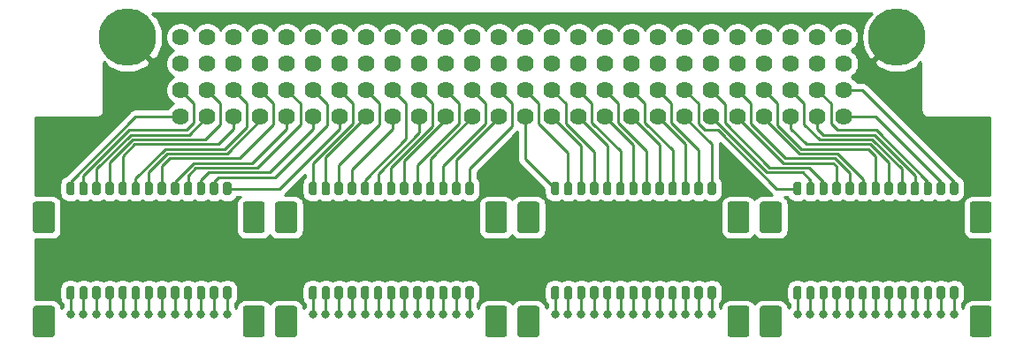
<source format=gbr>
%TF.GenerationSoftware,KiCad,Pcbnew,5.1.6-1.fc32*%
%TF.CreationDate,2020-07-10T21:32:06-03:00*%
%TF.ProjectId,pc104-adapter-top,70633130-342d-4616-9461-707465722d74,v1.0*%
%TF.SameCoordinates,Original*%
%TF.FileFunction,Copper,L4,Bot*%
%TF.FilePolarity,Positive*%
%FSLAX46Y46*%
G04 Gerber Fmt 4.6, Leading zero omitted, Abs format (unit mm)*
G04 Created by KiCad (PCBNEW 5.1.6-1.fc32) date 2020-07-10 21:32:06*
%MOMM*%
%LPD*%
G01*
G04 APERTURE LIST*
%TA.AperFunction,ViaPad*%
%ADD10C,1.620000*%
%TD*%
%TA.AperFunction,ComponentPad*%
%ADD11C,5.500000*%
%TD*%
%TA.AperFunction,ViaPad*%
%ADD12C,0.800000*%
%TD*%
%TA.AperFunction,Conductor*%
%ADD13C,0.250000*%
%TD*%
%TA.AperFunction,Conductor*%
%ADD14C,0.254000*%
%TD*%
G04 APERTURE END LIST*
D10*
%TO.N,/A52*%
%TO.C,J9*%
X168050000Y-80436000D03*
%TO.N,/A51*%
X168050000Y-82976000D03*
%TO.N,/A50*%
X165510000Y-80436000D03*
%TO.N,/A49*%
X165510000Y-82976000D03*
%TO.N,/A48*%
X162970000Y-80436000D03*
%TO.N,/A47*%
X162970000Y-82976000D03*
%TO.N,/A46*%
X160430000Y-80436000D03*
%TO.N,/A45*%
X160430000Y-82976000D03*
%TO.N,/A44*%
X157890000Y-80436000D03*
%TO.N,/A43*%
X157890000Y-82976000D03*
%TO.N,/A42*%
X155350000Y-80436000D03*
%TO.N,/A41*%
X155350000Y-82976000D03*
%TO.N,/A40*%
X152810000Y-80436000D03*
%TO.N,/A39*%
X152810000Y-82976000D03*
%TO.N,/A38*%
X150270000Y-80436000D03*
%TO.N,/A37*%
X150270000Y-82976000D03*
%TO.N,/A36*%
X147730000Y-80436000D03*
%TO.N,/A35*%
X147730000Y-82976000D03*
%TO.N,/A34*%
X145190000Y-80436000D03*
%TO.N,/A33*%
X145190000Y-82976000D03*
%TO.N,/A32*%
X142650000Y-80436000D03*
%TO.N,/A31*%
X142650000Y-82976000D03*
%TO.N,/A30*%
X140110000Y-80436000D03*
%TO.N,/A29*%
X140110000Y-82976000D03*
%TO.N,/A28*%
X137570000Y-80436000D03*
%TO.N,/A27*%
X137570000Y-82976000D03*
%TO.N,/A26*%
X135030000Y-80436000D03*
%TO.N,/A25*%
X135030000Y-82976000D03*
%TO.N,/A24*%
X132490000Y-80436000D03*
%TO.N,/A23*%
X132490000Y-82976000D03*
%TO.N,/A22*%
X129950000Y-80436000D03*
%TO.N,/A21*%
X129950000Y-82976000D03*
%TO.N,/A20*%
X127410000Y-80436000D03*
%TO.N,/A19*%
X127410000Y-82976000D03*
%TO.N,/A18*%
X124870000Y-80436000D03*
%TO.N,/A17*%
X124870000Y-82976000D03*
%TO.N,/A16*%
X122330000Y-80436000D03*
%TO.N,/A15*%
X122330000Y-82976000D03*
%TO.N,/A14*%
X119790000Y-80436000D03*
%TO.N,/A13*%
X119790000Y-82976000D03*
%TO.N,/A12*%
X117250000Y-80436000D03*
%TO.N,/A11*%
X117250000Y-82976000D03*
%TO.N,/A10*%
X114710000Y-80436000D03*
%TO.N,/A9*%
X114710000Y-82976000D03*
%TO.N,/A8*%
X112170000Y-80436000D03*
%TO.N,/A7*%
X112170000Y-82976000D03*
%TO.N,/A6*%
X109630000Y-80436000D03*
%TO.N,/A5*%
X109630000Y-82976000D03*
%TO.N,/A4*%
X107090000Y-80436000D03*
%TO.N,/A3*%
X107090000Y-82976000D03*
%TO.N,/A2*%
X104550000Y-80436000D03*
%TO.N,/A1*%
X104550000Y-82976000D03*
%TD*%
%TO.N,/B52*%
%TO.C,J10*%
X168050000Y-85516000D03*
%TO.N,/B51*%
X168050000Y-88056000D03*
%TO.N,/B50*%
X165510000Y-85516000D03*
%TO.N,/B49*%
X165510000Y-88056000D03*
%TO.N,/B48*%
X162970000Y-85516000D03*
%TO.N,/B47*%
X162970000Y-88056000D03*
%TO.N,/B46*%
X160430000Y-85516000D03*
%TO.N,/B45*%
X160430000Y-88056000D03*
%TO.N,/B44*%
X157890000Y-85516000D03*
%TO.N,/B43*%
X157890000Y-88056000D03*
%TO.N,/B42*%
X155350000Y-85516000D03*
%TO.N,/B41*%
X155350000Y-88056000D03*
%TO.N,/B40*%
X152810000Y-85516000D03*
%TO.N,/B39*%
X152810000Y-88056000D03*
%TO.N,/B38*%
X150270000Y-85516000D03*
%TO.N,/B37*%
X150270000Y-88056000D03*
%TO.N,/B36*%
X147730000Y-85516000D03*
%TO.N,/B35*%
X147730000Y-88056000D03*
%TO.N,/B34*%
X145190000Y-85516000D03*
%TO.N,/B33*%
X145190000Y-88056000D03*
%TO.N,/B32*%
X142650000Y-85516000D03*
%TO.N,/B31*%
X142650000Y-88056000D03*
%TO.N,/B30*%
X140110000Y-85516000D03*
%TO.N,/B29*%
X140110000Y-88056000D03*
%TO.N,/B28*%
X137570000Y-85516000D03*
%TO.N,/B27*%
X137570000Y-88056000D03*
%TO.N,/B26*%
X135030000Y-85516000D03*
%TO.N,/B25*%
X135030000Y-88056000D03*
%TO.N,/B24*%
X132490000Y-85516000D03*
%TO.N,/B23*%
X132490000Y-88056000D03*
%TO.N,/B22*%
X129950000Y-85516000D03*
%TO.N,/B21*%
X129950000Y-88056000D03*
%TO.N,/B20*%
X127410000Y-85516000D03*
%TO.N,/B19*%
X127410000Y-88056000D03*
%TO.N,/B18*%
X124870000Y-85516000D03*
%TO.N,/B17*%
X124870000Y-88056000D03*
%TO.N,/B16*%
X122330000Y-85516000D03*
%TO.N,/B15*%
X122330000Y-88056000D03*
%TO.N,/B14*%
X119790000Y-85516000D03*
%TO.N,/B13*%
X119790000Y-88056000D03*
%TO.N,/B12*%
X117250000Y-85516000D03*
%TO.N,/B11*%
X117250000Y-88056000D03*
%TO.N,/B10*%
X114710000Y-85516000D03*
%TO.N,/B9*%
X114710000Y-88056000D03*
%TO.N,/B8*%
X112170000Y-85516000D03*
%TO.N,/B7*%
X112170000Y-88056000D03*
%TO.N,/B6*%
X109630000Y-85516000D03*
%TO.N,/B5*%
X109630000Y-88056000D03*
%TO.N,/B4*%
X107090000Y-85516000D03*
%TO.N,/B3*%
X107090000Y-88056000D03*
%TO.N,/B2*%
X104550000Y-85516000D03*
%TO.N,/B1*%
X104550000Y-88056000D03*
%TD*%
%TO.P,J8,MP*%
%TO.N,N/C*%
%TA.AperFunction,SMDPad,CuDef*%
G36*
G01*
X162100000Y-96450000D02*
X162100000Y-98950000D01*
G75*
G02*
X161850000Y-99200000I-250000J0D01*
G01*
X160250000Y-99200000D01*
G75*
G02*
X160000000Y-98950000I0J250000D01*
G01*
X160000000Y-96450000D01*
G75*
G02*
X160250000Y-96200000I250000J0D01*
G01*
X161850000Y-96200000D01*
G75*
G02*
X162100000Y-96450000I0J-250000D01*
G01*
G37*
%TD.AperFunction*%
%TA.AperFunction,SMDPad,CuDef*%
G36*
G01*
X182200000Y-96450000D02*
X182200000Y-98950000D01*
G75*
G02*
X181950000Y-99200000I-250000J0D01*
G01*
X180350000Y-99200000D01*
G75*
G02*
X180100000Y-98950000I0J250000D01*
G01*
X180100000Y-96450000D01*
G75*
G02*
X180350000Y-96200000I250000J0D01*
G01*
X181950000Y-96200000D01*
G75*
G02*
X182200000Y-96450000I0J-250000D01*
G01*
G37*
%TD.AperFunction*%
%TO.P,J8,13*%
%TO.N,/B40*%
%TA.AperFunction,SMDPad,CuDef*%
G36*
G01*
X164000000Y-94500000D02*
X164000000Y-95400000D01*
G75*
G02*
X163800000Y-95600000I-200000J0D01*
G01*
X163400000Y-95600000D01*
G75*
G02*
X163200000Y-95400000I0J200000D01*
G01*
X163200000Y-94500000D01*
G75*
G02*
X163400000Y-94300000I200000J0D01*
G01*
X163800000Y-94300000D01*
G75*
G02*
X164000000Y-94500000I0J-200000D01*
G01*
G37*
%TD.AperFunction*%
%TO.P,J8,12*%
%TO.N,/B41*%
%TA.AperFunction,SMDPad,CuDef*%
G36*
G01*
X165250000Y-94500000D02*
X165250000Y-95400000D01*
G75*
G02*
X165050000Y-95600000I-200000J0D01*
G01*
X164650000Y-95600000D01*
G75*
G02*
X164450000Y-95400000I0J200000D01*
G01*
X164450000Y-94500000D01*
G75*
G02*
X164650000Y-94300000I200000J0D01*
G01*
X165050000Y-94300000D01*
G75*
G02*
X165250000Y-94500000I0J-200000D01*
G01*
G37*
%TD.AperFunction*%
%TO.P,J8,11*%
%TO.N,/B42*%
%TA.AperFunction,SMDPad,CuDef*%
G36*
G01*
X166500000Y-94500000D02*
X166500000Y-95400000D01*
G75*
G02*
X166300000Y-95600000I-200000J0D01*
G01*
X165900000Y-95600000D01*
G75*
G02*
X165700000Y-95400000I0J200000D01*
G01*
X165700000Y-94500000D01*
G75*
G02*
X165900000Y-94300000I200000J0D01*
G01*
X166300000Y-94300000D01*
G75*
G02*
X166500000Y-94500000I0J-200000D01*
G01*
G37*
%TD.AperFunction*%
%TO.P,J8,10*%
%TO.N,/B43*%
%TA.AperFunction,SMDPad,CuDef*%
G36*
G01*
X167750000Y-94500000D02*
X167750000Y-95400000D01*
G75*
G02*
X167550000Y-95600000I-200000J0D01*
G01*
X167150000Y-95600000D01*
G75*
G02*
X166950000Y-95400000I0J200000D01*
G01*
X166950000Y-94500000D01*
G75*
G02*
X167150000Y-94300000I200000J0D01*
G01*
X167550000Y-94300000D01*
G75*
G02*
X167750000Y-94500000I0J-200000D01*
G01*
G37*
%TD.AperFunction*%
%TO.P,J8,9*%
%TO.N,/B44*%
%TA.AperFunction,SMDPad,CuDef*%
G36*
G01*
X169000000Y-94500000D02*
X169000000Y-95400000D01*
G75*
G02*
X168800000Y-95600000I-200000J0D01*
G01*
X168400000Y-95600000D01*
G75*
G02*
X168200000Y-95400000I0J200000D01*
G01*
X168200000Y-94500000D01*
G75*
G02*
X168400000Y-94300000I200000J0D01*
G01*
X168800000Y-94300000D01*
G75*
G02*
X169000000Y-94500000I0J-200000D01*
G01*
G37*
%TD.AperFunction*%
%TO.P,J8,8*%
%TO.N,/B45*%
%TA.AperFunction,SMDPad,CuDef*%
G36*
G01*
X170250000Y-94500000D02*
X170250000Y-95400000D01*
G75*
G02*
X170050000Y-95600000I-200000J0D01*
G01*
X169650000Y-95600000D01*
G75*
G02*
X169450000Y-95400000I0J200000D01*
G01*
X169450000Y-94500000D01*
G75*
G02*
X169650000Y-94300000I200000J0D01*
G01*
X170050000Y-94300000D01*
G75*
G02*
X170250000Y-94500000I0J-200000D01*
G01*
G37*
%TD.AperFunction*%
%TO.P,J8,7*%
%TO.N,/B46*%
%TA.AperFunction,SMDPad,CuDef*%
G36*
G01*
X171500000Y-94500000D02*
X171500000Y-95400000D01*
G75*
G02*
X171300000Y-95600000I-200000J0D01*
G01*
X170900000Y-95600000D01*
G75*
G02*
X170700000Y-95400000I0J200000D01*
G01*
X170700000Y-94500000D01*
G75*
G02*
X170900000Y-94300000I200000J0D01*
G01*
X171300000Y-94300000D01*
G75*
G02*
X171500000Y-94500000I0J-200000D01*
G01*
G37*
%TD.AperFunction*%
%TO.P,J8,6*%
%TO.N,/B47*%
%TA.AperFunction,SMDPad,CuDef*%
G36*
G01*
X172750000Y-94500000D02*
X172750000Y-95400000D01*
G75*
G02*
X172550000Y-95600000I-200000J0D01*
G01*
X172150000Y-95600000D01*
G75*
G02*
X171950000Y-95400000I0J200000D01*
G01*
X171950000Y-94500000D01*
G75*
G02*
X172150000Y-94300000I200000J0D01*
G01*
X172550000Y-94300000D01*
G75*
G02*
X172750000Y-94500000I0J-200000D01*
G01*
G37*
%TD.AperFunction*%
%TO.P,J8,5*%
%TO.N,/B48*%
%TA.AperFunction,SMDPad,CuDef*%
G36*
G01*
X174000000Y-94500000D02*
X174000000Y-95400000D01*
G75*
G02*
X173800000Y-95600000I-200000J0D01*
G01*
X173400000Y-95600000D01*
G75*
G02*
X173200000Y-95400000I0J200000D01*
G01*
X173200000Y-94500000D01*
G75*
G02*
X173400000Y-94300000I200000J0D01*
G01*
X173800000Y-94300000D01*
G75*
G02*
X174000000Y-94500000I0J-200000D01*
G01*
G37*
%TD.AperFunction*%
%TO.P,J8,4*%
%TO.N,/B49*%
%TA.AperFunction,SMDPad,CuDef*%
G36*
G01*
X175250000Y-94500000D02*
X175250000Y-95400000D01*
G75*
G02*
X175050000Y-95600000I-200000J0D01*
G01*
X174650000Y-95600000D01*
G75*
G02*
X174450000Y-95400000I0J200000D01*
G01*
X174450000Y-94500000D01*
G75*
G02*
X174650000Y-94300000I200000J0D01*
G01*
X175050000Y-94300000D01*
G75*
G02*
X175250000Y-94500000I0J-200000D01*
G01*
G37*
%TD.AperFunction*%
%TO.P,J8,3*%
%TO.N,/B50*%
%TA.AperFunction,SMDPad,CuDef*%
G36*
G01*
X176500000Y-94500000D02*
X176500000Y-95400000D01*
G75*
G02*
X176300000Y-95600000I-200000J0D01*
G01*
X175900000Y-95600000D01*
G75*
G02*
X175700000Y-95400000I0J200000D01*
G01*
X175700000Y-94500000D01*
G75*
G02*
X175900000Y-94300000I200000J0D01*
G01*
X176300000Y-94300000D01*
G75*
G02*
X176500000Y-94500000I0J-200000D01*
G01*
G37*
%TD.AperFunction*%
%TO.P,J8,2*%
%TO.N,/B51*%
%TA.AperFunction,SMDPad,CuDef*%
G36*
G01*
X177750000Y-94500000D02*
X177750000Y-95400000D01*
G75*
G02*
X177550000Y-95600000I-200000J0D01*
G01*
X177150000Y-95600000D01*
G75*
G02*
X176950000Y-95400000I0J200000D01*
G01*
X176950000Y-94500000D01*
G75*
G02*
X177150000Y-94300000I200000J0D01*
G01*
X177550000Y-94300000D01*
G75*
G02*
X177750000Y-94500000I0J-200000D01*
G01*
G37*
%TD.AperFunction*%
%TO.P,J8,1*%
%TO.N,/B52*%
%TA.AperFunction,SMDPad,CuDef*%
G36*
G01*
X179000000Y-94500000D02*
X179000000Y-95400000D01*
G75*
G02*
X178800000Y-95600000I-200000J0D01*
G01*
X178400000Y-95600000D01*
G75*
G02*
X178200000Y-95400000I0J200000D01*
G01*
X178200000Y-94500000D01*
G75*
G02*
X178400000Y-94300000I200000J0D01*
G01*
X178800000Y-94300000D01*
G75*
G02*
X179000000Y-94500000I0J-200000D01*
G01*
G37*
%TD.AperFunction*%
%TD*%
%TO.P,J7,MP*%
%TO.N,N/C*%
%TA.AperFunction,SMDPad,CuDef*%
G36*
G01*
X138900000Y-96450000D02*
X138900000Y-98950000D01*
G75*
G02*
X138650000Y-99200000I-250000J0D01*
G01*
X137050000Y-99200000D01*
G75*
G02*
X136800000Y-98950000I0J250000D01*
G01*
X136800000Y-96450000D01*
G75*
G02*
X137050000Y-96200000I250000J0D01*
G01*
X138650000Y-96200000D01*
G75*
G02*
X138900000Y-96450000I0J-250000D01*
G01*
G37*
%TD.AperFunction*%
%TA.AperFunction,SMDPad,CuDef*%
G36*
G01*
X159000000Y-96450000D02*
X159000000Y-98950000D01*
G75*
G02*
X158750000Y-99200000I-250000J0D01*
G01*
X157150000Y-99200000D01*
G75*
G02*
X156900000Y-98950000I0J250000D01*
G01*
X156900000Y-96450000D01*
G75*
G02*
X157150000Y-96200000I250000J0D01*
G01*
X158750000Y-96200000D01*
G75*
G02*
X159000000Y-96450000I0J-250000D01*
G01*
G37*
%TD.AperFunction*%
%TO.P,J7,13*%
%TO.N,/B27*%
%TA.AperFunction,SMDPad,CuDef*%
G36*
G01*
X140800000Y-94500000D02*
X140800000Y-95400000D01*
G75*
G02*
X140600000Y-95600000I-200000J0D01*
G01*
X140200000Y-95600000D01*
G75*
G02*
X140000000Y-95400000I0J200000D01*
G01*
X140000000Y-94500000D01*
G75*
G02*
X140200000Y-94300000I200000J0D01*
G01*
X140600000Y-94300000D01*
G75*
G02*
X140800000Y-94500000I0J-200000D01*
G01*
G37*
%TD.AperFunction*%
%TO.P,J7,12*%
%TO.N,/B28*%
%TA.AperFunction,SMDPad,CuDef*%
G36*
G01*
X142050000Y-94500000D02*
X142050000Y-95400000D01*
G75*
G02*
X141850000Y-95600000I-200000J0D01*
G01*
X141450000Y-95600000D01*
G75*
G02*
X141250000Y-95400000I0J200000D01*
G01*
X141250000Y-94500000D01*
G75*
G02*
X141450000Y-94300000I200000J0D01*
G01*
X141850000Y-94300000D01*
G75*
G02*
X142050000Y-94500000I0J-200000D01*
G01*
G37*
%TD.AperFunction*%
%TO.P,J7,11*%
%TO.N,/B29*%
%TA.AperFunction,SMDPad,CuDef*%
G36*
G01*
X143300000Y-94500000D02*
X143300000Y-95400000D01*
G75*
G02*
X143100000Y-95600000I-200000J0D01*
G01*
X142700000Y-95600000D01*
G75*
G02*
X142500000Y-95400000I0J200000D01*
G01*
X142500000Y-94500000D01*
G75*
G02*
X142700000Y-94300000I200000J0D01*
G01*
X143100000Y-94300000D01*
G75*
G02*
X143300000Y-94500000I0J-200000D01*
G01*
G37*
%TD.AperFunction*%
%TO.P,J7,10*%
%TO.N,/B30*%
%TA.AperFunction,SMDPad,CuDef*%
G36*
G01*
X144550000Y-94500000D02*
X144550000Y-95400000D01*
G75*
G02*
X144350000Y-95600000I-200000J0D01*
G01*
X143950000Y-95600000D01*
G75*
G02*
X143750000Y-95400000I0J200000D01*
G01*
X143750000Y-94500000D01*
G75*
G02*
X143950000Y-94300000I200000J0D01*
G01*
X144350000Y-94300000D01*
G75*
G02*
X144550000Y-94500000I0J-200000D01*
G01*
G37*
%TD.AperFunction*%
%TO.P,J7,9*%
%TO.N,/B31*%
%TA.AperFunction,SMDPad,CuDef*%
G36*
G01*
X145800000Y-94500000D02*
X145800000Y-95400000D01*
G75*
G02*
X145600000Y-95600000I-200000J0D01*
G01*
X145200000Y-95600000D01*
G75*
G02*
X145000000Y-95400000I0J200000D01*
G01*
X145000000Y-94500000D01*
G75*
G02*
X145200000Y-94300000I200000J0D01*
G01*
X145600000Y-94300000D01*
G75*
G02*
X145800000Y-94500000I0J-200000D01*
G01*
G37*
%TD.AperFunction*%
%TO.P,J7,8*%
%TO.N,/B32*%
%TA.AperFunction,SMDPad,CuDef*%
G36*
G01*
X147050000Y-94500000D02*
X147050000Y-95400000D01*
G75*
G02*
X146850000Y-95600000I-200000J0D01*
G01*
X146450000Y-95600000D01*
G75*
G02*
X146250000Y-95400000I0J200000D01*
G01*
X146250000Y-94500000D01*
G75*
G02*
X146450000Y-94300000I200000J0D01*
G01*
X146850000Y-94300000D01*
G75*
G02*
X147050000Y-94500000I0J-200000D01*
G01*
G37*
%TD.AperFunction*%
%TO.P,J7,7*%
%TO.N,/B33*%
%TA.AperFunction,SMDPad,CuDef*%
G36*
G01*
X148300000Y-94500000D02*
X148300000Y-95400000D01*
G75*
G02*
X148100000Y-95600000I-200000J0D01*
G01*
X147700000Y-95600000D01*
G75*
G02*
X147500000Y-95400000I0J200000D01*
G01*
X147500000Y-94500000D01*
G75*
G02*
X147700000Y-94300000I200000J0D01*
G01*
X148100000Y-94300000D01*
G75*
G02*
X148300000Y-94500000I0J-200000D01*
G01*
G37*
%TD.AperFunction*%
%TO.P,J7,6*%
%TO.N,/B34*%
%TA.AperFunction,SMDPad,CuDef*%
G36*
G01*
X149550000Y-94500000D02*
X149550000Y-95400000D01*
G75*
G02*
X149350000Y-95600000I-200000J0D01*
G01*
X148950000Y-95600000D01*
G75*
G02*
X148750000Y-95400000I0J200000D01*
G01*
X148750000Y-94500000D01*
G75*
G02*
X148950000Y-94300000I200000J0D01*
G01*
X149350000Y-94300000D01*
G75*
G02*
X149550000Y-94500000I0J-200000D01*
G01*
G37*
%TD.AperFunction*%
%TO.P,J7,5*%
%TO.N,/B35*%
%TA.AperFunction,SMDPad,CuDef*%
G36*
G01*
X150800000Y-94500000D02*
X150800000Y-95400000D01*
G75*
G02*
X150600000Y-95600000I-200000J0D01*
G01*
X150200000Y-95600000D01*
G75*
G02*
X150000000Y-95400000I0J200000D01*
G01*
X150000000Y-94500000D01*
G75*
G02*
X150200000Y-94300000I200000J0D01*
G01*
X150600000Y-94300000D01*
G75*
G02*
X150800000Y-94500000I0J-200000D01*
G01*
G37*
%TD.AperFunction*%
%TO.P,J7,4*%
%TO.N,/B36*%
%TA.AperFunction,SMDPad,CuDef*%
G36*
G01*
X152050000Y-94500000D02*
X152050000Y-95400000D01*
G75*
G02*
X151850000Y-95600000I-200000J0D01*
G01*
X151450000Y-95600000D01*
G75*
G02*
X151250000Y-95400000I0J200000D01*
G01*
X151250000Y-94500000D01*
G75*
G02*
X151450000Y-94300000I200000J0D01*
G01*
X151850000Y-94300000D01*
G75*
G02*
X152050000Y-94500000I0J-200000D01*
G01*
G37*
%TD.AperFunction*%
%TO.P,J7,3*%
%TO.N,/B37*%
%TA.AperFunction,SMDPad,CuDef*%
G36*
G01*
X153300000Y-94500000D02*
X153300000Y-95400000D01*
G75*
G02*
X153100000Y-95600000I-200000J0D01*
G01*
X152700000Y-95600000D01*
G75*
G02*
X152500000Y-95400000I0J200000D01*
G01*
X152500000Y-94500000D01*
G75*
G02*
X152700000Y-94300000I200000J0D01*
G01*
X153100000Y-94300000D01*
G75*
G02*
X153300000Y-94500000I0J-200000D01*
G01*
G37*
%TD.AperFunction*%
%TO.P,J7,2*%
%TO.N,/B38*%
%TA.AperFunction,SMDPad,CuDef*%
G36*
G01*
X154550000Y-94500000D02*
X154550000Y-95400000D01*
G75*
G02*
X154350000Y-95600000I-200000J0D01*
G01*
X153950000Y-95600000D01*
G75*
G02*
X153750000Y-95400000I0J200000D01*
G01*
X153750000Y-94500000D01*
G75*
G02*
X153950000Y-94300000I200000J0D01*
G01*
X154350000Y-94300000D01*
G75*
G02*
X154550000Y-94500000I0J-200000D01*
G01*
G37*
%TD.AperFunction*%
%TO.P,J7,1*%
%TO.N,/B39*%
%TA.AperFunction,SMDPad,CuDef*%
G36*
G01*
X155800000Y-94500000D02*
X155800000Y-95400000D01*
G75*
G02*
X155600000Y-95600000I-200000J0D01*
G01*
X155200000Y-95600000D01*
G75*
G02*
X155000000Y-95400000I0J200000D01*
G01*
X155000000Y-94500000D01*
G75*
G02*
X155200000Y-94300000I200000J0D01*
G01*
X155600000Y-94300000D01*
G75*
G02*
X155800000Y-94500000I0J-200000D01*
G01*
G37*
%TD.AperFunction*%
%TD*%
%TO.P,J6,MP*%
%TO.N,N/C*%
%TA.AperFunction,SMDPad,CuDef*%
G36*
G01*
X115700000Y-96450000D02*
X115700000Y-98950000D01*
G75*
G02*
X115450000Y-99200000I-250000J0D01*
G01*
X113850000Y-99200000D01*
G75*
G02*
X113600000Y-98950000I0J250000D01*
G01*
X113600000Y-96450000D01*
G75*
G02*
X113850000Y-96200000I250000J0D01*
G01*
X115450000Y-96200000D01*
G75*
G02*
X115700000Y-96450000I0J-250000D01*
G01*
G37*
%TD.AperFunction*%
%TA.AperFunction,SMDPad,CuDef*%
G36*
G01*
X135800000Y-96450000D02*
X135800000Y-98950000D01*
G75*
G02*
X135550000Y-99200000I-250000J0D01*
G01*
X133950000Y-99200000D01*
G75*
G02*
X133700000Y-98950000I0J250000D01*
G01*
X133700000Y-96450000D01*
G75*
G02*
X133950000Y-96200000I250000J0D01*
G01*
X135550000Y-96200000D01*
G75*
G02*
X135800000Y-96450000I0J-250000D01*
G01*
G37*
%TD.AperFunction*%
%TO.P,J6,13*%
%TO.N,/B14*%
%TA.AperFunction,SMDPad,CuDef*%
G36*
G01*
X117600000Y-94500000D02*
X117600000Y-95400000D01*
G75*
G02*
X117400000Y-95600000I-200000J0D01*
G01*
X117000000Y-95600000D01*
G75*
G02*
X116800000Y-95400000I0J200000D01*
G01*
X116800000Y-94500000D01*
G75*
G02*
X117000000Y-94300000I200000J0D01*
G01*
X117400000Y-94300000D01*
G75*
G02*
X117600000Y-94500000I0J-200000D01*
G01*
G37*
%TD.AperFunction*%
%TO.P,J6,12*%
%TO.N,/B15*%
%TA.AperFunction,SMDPad,CuDef*%
G36*
G01*
X118850000Y-94500000D02*
X118850000Y-95400000D01*
G75*
G02*
X118650000Y-95600000I-200000J0D01*
G01*
X118250000Y-95600000D01*
G75*
G02*
X118050000Y-95400000I0J200000D01*
G01*
X118050000Y-94500000D01*
G75*
G02*
X118250000Y-94300000I200000J0D01*
G01*
X118650000Y-94300000D01*
G75*
G02*
X118850000Y-94500000I0J-200000D01*
G01*
G37*
%TD.AperFunction*%
%TO.P,J6,11*%
%TO.N,/B16*%
%TA.AperFunction,SMDPad,CuDef*%
G36*
G01*
X120100000Y-94500000D02*
X120100000Y-95400000D01*
G75*
G02*
X119900000Y-95600000I-200000J0D01*
G01*
X119500000Y-95600000D01*
G75*
G02*
X119300000Y-95400000I0J200000D01*
G01*
X119300000Y-94500000D01*
G75*
G02*
X119500000Y-94300000I200000J0D01*
G01*
X119900000Y-94300000D01*
G75*
G02*
X120100000Y-94500000I0J-200000D01*
G01*
G37*
%TD.AperFunction*%
%TO.P,J6,10*%
%TO.N,/B17*%
%TA.AperFunction,SMDPad,CuDef*%
G36*
G01*
X121350000Y-94500000D02*
X121350000Y-95400000D01*
G75*
G02*
X121150000Y-95600000I-200000J0D01*
G01*
X120750000Y-95600000D01*
G75*
G02*
X120550000Y-95400000I0J200000D01*
G01*
X120550000Y-94500000D01*
G75*
G02*
X120750000Y-94300000I200000J0D01*
G01*
X121150000Y-94300000D01*
G75*
G02*
X121350000Y-94500000I0J-200000D01*
G01*
G37*
%TD.AperFunction*%
%TO.P,J6,9*%
%TO.N,/B18*%
%TA.AperFunction,SMDPad,CuDef*%
G36*
G01*
X122600000Y-94500000D02*
X122600000Y-95400000D01*
G75*
G02*
X122400000Y-95600000I-200000J0D01*
G01*
X122000000Y-95600000D01*
G75*
G02*
X121800000Y-95400000I0J200000D01*
G01*
X121800000Y-94500000D01*
G75*
G02*
X122000000Y-94300000I200000J0D01*
G01*
X122400000Y-94300000D01*
G75*
G02*
X122600000Y-94500000I0J-200000D01*
G01*
G37*
%TD.AperFunction*%
%TO.P,J6,8*%
%TO.N,/B19*%
%TA.AperFunction,SMDPad,CuDef*%
G36*
G01*
X123850000Y-94500000D02*
X123850000Y-95400000D01*
G75*
G02*
X123650000Y-95600000I-200000J0D01*
G01*
X123250000Y-95600000D01*
G75*
G02*
X123050000Y-95400000I0J200000D01*
G01*
X123050000Y-94500000D01*
G75*
G02*
X123250000Y-94300000I200000J0D01*
G01*
X123650000Y-94300000D01*
G75*
G02*
X123850000Y-94500000I0J-200000D01*
G01*
G37*
%TD.AperFunction*%
%TO.P,J6,7*%
%TO.N,/B20*%
%TA.AperFunction,SMDPad,CuDef*%
G36*
G01*
X125100000Y-94500000D02*
X125100000Y-95400000D01*
G75*
G02*
X124900000Y-95600000I-200000J0D01*
G01*
X124500000Y-95600000D01*
G75*
G02*
X124300000Y-95400000I0J200000D01*
G01*
X124300000Y-94500000D01*
G75*
G02*
X124500000Y-94300000I200000J0D01*
G01*
X124900000Y-94300000D01*
G75*
G02*
X125100000Y-94500000I0J-200000D01*
G01*
G37*
%TD.AperFunction*%
%TO.P,J6,6*%
%TO.N,/B21*%
%TA.AperFunction,SMDPad,CuDef*%
G36*
G01*
X126350000Y-94500000D02*
X126350000Y-95400000D01*
G75*
G02*
X126150000Y-95600000I-200000J0D01*
G01*
X125750000Y-95600000D01*
G75*
G02*
X125550000Y-95400000I0J200000D01*
G01*
X125550000Y-94500000D01*
G75*
G02*
X125750000Y-94300000I200000J0D01*
G01*
X126150000Y-94300000D01*
G75*
G02*
X126350000Y-94500000I0J-200000D01*
G01*
G37*
%TD.AperFunction*%
%TO.P,J6,5*%
%TO.N,/B22*%
%TA.AperFunction,SMDPad,CuDef*%
G36*
G01*
X127600000Y-94500000D02*
X127600000Y-95400000D01*
G75*
G02*
X127400000Y-95600000I-200000J0D01*
G01*
X127000000Y-95600000D01*
G75*
G02*
X126800000Y-95400000I0J200000D01*
G01*
X126800000Y-94500000D01*
G75*
G02*
X127000000Y-94300000I200000J0D01*
G01*
X127400000Y-94300000D01*
G75*
G02*
X127600000Y-94500000I0J-200000D01*
G01*
G37*
%TD.AperFunction*%
%TO.P,J6,4*%
%TO.N,/B23*%
%TA.AperFunction,SMDPad,CuDef*%
G36*
G01*
X128850000Y-94500000D02*
X128850000Y-95400000D01*
G75*
G02*
X128650000Y-95600000I-200000J0D01*
G01*
X128250000Y-95600000D01*
G75*
G02*
X128050000Y-95400000I0J200000D01*
G01*
X128050000Y-94500000D01*
G75*
G02*
X128250000Y-94300000I200000J0D01*
G01*
X128650000Y-94300000D01*
G75*
G02*
X128850000Y-94500000I0J-200000D01*
G01*
G37*
%TD.AperFunction*%
%TO.P,J6,3*%
%TO.N,/B24*%
%TA.AperFunction,SMDPad,CuDef*%
G36*
G01*
X130100000Y-94500000D02*
X130100000Y-95400000D01*
G75*
G02*
X129900000Y-95600000I-200000J0D01*
G01*
X129500000Y-95600000D01*
G75*
G02*
X129300000Y-95400000I0J200000D01*
G01*
X129300000Y-94500000D01*
G75*
G02*
X129500000Y-94300000I200000J0D01*
G01*
X129900000Y-94300000D01*
G75*
G02*
X130100000Y-94500000I0J-200000D01*
G01*
G37*
%TD.AperFunction*%
%TO.P,J6,2*%
%TO.N,/B25*%
%TA.AperFunction,SMDPad,CuDef*%
G36*
G01*
X131350000Y-94500000D02*
X131350000Y-95400000D01*
G75*
G02*
X131150000Y-95600000I-200000J0D01*
G01*
X130750000Y-95600000D01*
G75*
G02*
X130550000Y-95400000I0J200000D01*
G01*
X130550000Y-94500000D01*
G75*
G02*
X130750000Y-94300000I200000J0D01*
G01*
X131150000Y-94300000D01*
G75*
G02*
X131350000Y-94500000I0J-200000D01*
G01*
G37*
%TD.AperFunction*%
%TO.P,J6,1*%
%TO.N,/B26*%
%TA.AperFunction,SMDPad,CuDef*%
G36*
G01*
X132600000Y-94500000D02*
X132600000Y-95400000D01*
G75*
G02*
X132400000Y-95600000I-200000J0D01*
G01*
X132000000Y-95600000D01*
G75*
G02*
X131800000Y-95400000I0J200000D01*
G01*
X131800000Y-94500000D01*
G75*
G02*
X132000000Y-94300000I200000J0D01*
G01*
X132400000Y-94300000D01*
G75*
G02*
X132600000Y-94500000I0J-200000D01*
G01*
G37*
%TD.AperFunction*%
%TD*%
%TO.P,J5,MP*%
%TO.N,N/C*%
%TA.AperFunction,SMDPad,CuDef*%
G36*
G01*
X92500000Y-96450000D02*
X92500000Y-98950000D01*
G75*
G02*
X92250000Y-99200000I-250000J0D01*
G01*
X90650000Y-99200000D01*
G75*
G02*
X90400000Y-98950000I0J250000D01*
G01*
X90400000Y-96450000D01*
G75*
G02*
X90650000Y-96200000I250000J0D01*
G01*
X92250000Y-96200000D01*
G75*
G02*
X92500000Y-96450000I0J-250000D01*
G01*
G37*
%TD.AperFunction*%
%TA.AperFunction,SMDPad,CuDef*%
G36*
G01*
X112600000Y-96450000D02*
X112600000Y-98950000D01*
G75*
G02*
X112350000Y-99200000I-250000J0D01*
G01*
X110750000Y-99200000D01*
G75*
G02*
X110500000Y-98950000I0J250000D01*
G01*
X110500000Y-96450000D01*
G75*
G02*
X110750000Y-96200000I250000J0D01*
G01*
X112350000Y-96200000D01*
G75*
G02*
X112600000Y-96450000I0J-250000D01*
G01*
G37*
%TD.AperFunction*%
%TO.P,J5,13*%
%TO.N,/B1*%
%TA.AperFunction,SMDPad,CuDef*%
G36*
G01*
X94400000Y-94500000D02*
X94400000Y-95400000D01*
G75*
G02*
X94200000Y-95600000I-200000J0D01*
G01*
X93800000Y-95600000D01*
G75*
G02*
X93600000Y-95400000I0J200000D01*
G01*
X93600000Y-94500000D01*
G75*
G02*
X93800000Y-94300000I200000J0D01*
G01*
X94200000Y-94300000D01*
G75*
G02*
X94400000Y-94500000I0J-200000D01*
G01*
G37*
%TD.AperFunction*%
%TO.P,J5,12*%
%TO.N,/B2*%
%TA.AperFunction,SMDPad,CuDef*%
G36*
G01*
X95650000Y-94500000D02*
X95650000Y-95400000D01*
G75*
G02*
X95450000Y-95600000I-200000J0D01*
G01*
X95050000Y-95600000D01*
G75*
G02*
X94850000Y-95400000I0J200000D01*
G01*
X94850000Y-94500000D01*
G75*
G02*
X95050000Y-94300000I200000J0D01*
G01*
X95450000Y-94300000D01*
G75*
G02*
X95650000Y-94500000I0J-200000D01*
G01*
G37*
%TD.AperFunction*%
%TO.P,J5,11*%
%TO.N,/B3*%
%TA.AperFunction,SMDPad,CuDef*%
G36*
G01*
X96900000Y-94500000D02*
X96900000Y-95400000D01*
G75*
G02*
X96700000Y-95600000I-200000J0D01*
G01*
X96300000Y-95600000D01*
G75*
G02*
X96100000Y-95400000I0J200000D01*
G01*
X96100000Y-94500000D01*
G75*
G02*
X96300000Y-94300000I200000J0D01*
G01*
X96700000Y-94300000D01*
G75*
G02*
X96900000Y-94500000I0J-200000D01*
G01*
G37*
%TD.AperFunction*%
%TO.P,J5,10*%
%TO.N,/B4*%
%TA.AperFunction,SMDPad,CuDef*%
G36*
G01*
X98150000Y-94500000D02*
X98150000Y-95400000D01*
G75*
G02*
X97950000Y-95600000I-200000J0D01*
G01*
X97550000Y-95600000D01*
G75*
G02*
X97350000Y-95400000I0J200000D01*
G01*
X97350000Y-94500000D01*
G75*
G02*
X97550000Y-94300000I200000J0D01*
G01*
X97950000Y-94300000D01*
G75*
G02*
X98150000Y-94500000I0J-200000D01*
G01*
G37*
%TD.AperFunction*%
%TO.P,J5,9*%
%TO.N,/B5*%
%TA.AperFunction,SMDPad,CuDef*%
G36*
G01*
X99400000Y-94500000D02*
X99400000Y-95400000D01*
G75*
G02*
X99200000Y-95600000I-200000J0D01*
G01*
X98800000Y-95600000D01*
G75*
G02*
X98600000Y-95400000I0J200000D01*
G01*
X98600000Y-94500000D01*
G75*
G02*
X98800000Y-94300000I200000J0D01*
G01*
X99200000Y-94300000D01*
G75*
G02*
X99400000Y-94500000I0J-200000D01*
G01*
G37*
%TD.AperFunction*%
%TO.P,J5,8*%
%TO.N,/B6*%
%TA.AperFunction,SMDPad,CuDef*%
G36*
G01*
X100650000Y-94500000D02*
X100650000Y-95400000D01*
G75*
G02*
X100450000Y-95600000I-200000J0D01*
G01*
X100050000Y-95600000D01*
G75*
G02*
X99850000Y-95400000I0J200000D01*
G01*
X99850000Y-94500000D01*
G75*
G02*
X100050000Y-94300000I200000J0D01*
G01*
X100450000Y-94300000D01*
G75*
G02*
X100650000Y-94500000I0J-200000D01*
G01*
G37*
%TD.AperFunction*%
%TO.P,J5,7*%
%TO.N,/B7*%
%TA.AperFunction,SMDPad,CuDef*%
G36*
G01*
X101900000Y-94500000D02*
X101900000Y-95400000D01*
G75*
G02*
X101700000Y-95600000I-200000J0D01*
G01*
X101300000Y-95600000D01*
G75*
G02*
X101100000Y-95400000I0J200000D01*
G01*
X101100000Y-94500000D01*
G75*
G02*
X101300000Y-94300000I200000J0D01*
G01*
X101700000Y-94300000D01*
G75*
G02*
X101900000Y-94500000I0J-200000D01*
G01*
G37*
%TD.AperFunction*%
%TO.P,J5,6*%
%TO.N,/B8*%
%TA.AperFunction,SMDPad,CuDef*%
G36*
G01*
X103150000Y-94500000D02*
X103150000Y-95400000D01*
G75*
G02*
X102950000Y-95600000I-200000J0D01*
G01*
X102550000Y-95600000D01*
G75*
G02*
X102350000Y-95400000I0J200000D01*
G01*
X102350000Y-94500000D01*
G75*
G02*
X102550000Y-94300000I200000J0D01*
G01*
X102950000Y-94300000D01*
G75*
G02*
X103150000Y-94500000I0J-200000D01*
G01*
G37*
%TD.AperFunction*%
%TO.P,J5,5*%
%TO.N,/B9*%
%TA.AperFunction,SMDPad,CuDef*%
G36*
G01*
X104400000Y-94500000D02*
X104400000Y-95400000D01*
G75*
G02*
X104200000Y-95600000I-200000J0D01*
G01*
X103800000Y-95600000D01*
G75*
G02*
X103600000Y-95400000I0J200000D01*
G01*
X103600000Y-94500000D01*
G75*
G02*
X103800000Y-94300000I200000J0D01*
G01*
X104200000Y-94300000D01*
G75*
G02*
X104400000Y-94500000I0J-200000D01*
G01*
G37*
%TD.AperFunction*%
%TO.P,J5,4*%
%TO.N,/B10*%
%TA.AperFunction,SMDPad,CuDef*%
G36*
G01*
X105650000Y-94500000D02*
X105650000Y-95400000D01*
G75*
G02*
X105450000Y-95600000I-200000J0D01*
G01*
X105050000Y-95600000D01*
G75*
G02*
X104850000Y-95400000I0J200000D01*
G01*
X104850000Y-94500000D01*
G75*
G02*
X105050000Y-94300000I200000J0D01*
G01*
X105450000Y-94300000D01*
G75*
G02*
X105650000Y-94500000I0J-200000D01*
G01*
G37*
%TD.AperFunction*%
%TO.P,J5,3*%
%TO.N,/B11*%
%TA.AperFunction,SMDPad,CuDef*%
G36*
G01*
X106900000Y-94500000D02*
X106900000Y-95400000D01*
G75*
G02*
X106700000Y-95600000I-200000J0D01*
G01*
X106300000Y-95600000D01*
G75*
G02*
X106100000Y-95400000I0J200000D01*
G01*
X106100000Y-94500000D01*
G75*
G02*
X106300000Y-94300000I200000J0D01*
G01*
X106700000Y-94300000D01*
G75*
G02*
X106900000Y-94500000I0J-200000D01*
G01*
G37*
%TD.AperFunction*%
%TO.P,J5,2*%
%TO.N,/B12*%
%TA.AperFunction,SMDPad,CuDef*%
G36*
G01*
X108150000Y-94500000D02*
X108150000Y-95400000D01*
G75*
G02*
X107950000Y-95600000I-200000J0D01*
G01*
X107550000Y-95600000D01*
G75*
G02*
X107350000Y-95400000I0J200000D01*
G01*
X107350000Y-94500000D01*
G75*
G02*
X107550000Y-94300000I200000J0D01*
G01*
X107950000Y-94300000D01*
G75*
G02*
X108150000Y-94500000I0J-200000D01*
G01*
G37*
%TD.AperFunction*%
%TO.P,J5,1*%
%TO.N,/B13*%
%TA.AperFunction,SMDPad,CuDef*%
G36*
G01*
X109400000Y-94500000D02*
X109400000Y-95400000D01*
G75*
G02*
X109200000Y-95600000I-200000J0D01*
G01*
X108800000Y-95600000D01*
G75*
G02*
X108600000Y-95400000I0J200000D01*
G01*
X108600000Y-94500000D01*
G75*
G02*
X108800000Y-94300000I200000J0D01*
G01*
X109200000Y-94300000D01*
G75*
G02*
X109400000Y-94500000I0J-200000D01*
G01*
G37*
%TD.AperFunction*%
%TD*%
%TO.P,J4,MP*%
%TO.N,N/C*%
%TA.AperFunction,SMDPad,CuDef*%
G36*
G01*
X162100000Y-106450000D02*
X162100000Y-108950000D01*
G75*
G02*
X161850000Y-109200000I-250000J0D01*
G01*
X160250000Y-109200000D01*
G75*
G02*
X160000000Y-108950000I0J250000D01*
G01*
X160000000Y-106450000D01*
G75*
G02*
X160250000Y-106200000I250000J0D01*
G01*
X161850000Y-106200000D01*
G75*
G02*
X162100000Y-106450000I0J-250000D01*
G01*
G37*
%TD.AperFunction*%
%TA.AperFunction,SMDPad,CuDef*%
G36*
G01*
X182200000Y-106450000D02*
X182200000Y-108950000D01*
G75*
G02*
X181950000Y-109200000I-250000J0D01*
G01*
X180350000Y-109200000D01*
G75*
G02*
X180100000Y-108950000I0J250000D01*
G01*
X180100000Y-106450000D01*
G75*
G02*
X180350000Y-106200000I250000J0D01*
G01*
X181950000Y-106200000D01*
G75*
G02*
X182200000Y-106450000I0J-250000D01*
G01*
G37*
%TD.AperFunction*%
%TO.P,J4,13*%
%TO.N,/A40*%
%TA.AperFunction,SMDPad,CuDef*%
G36*
G01*
X164000000Y-104500000D02*
X164000000Y-105400000D01*
G75*
G02*
X163800000Y-105600000I-200000J0D01*
G01*
X163400000Y-105600000D01*
G75*
G02*
X163200000Y-105400000I0J200000D01*
G01*
X163200000Y-104500000D01*
G75*
G02*
X163400000Y-104300000I200000J0D01*
G01*
X163800000Y-104300000D01*
G75*
G02*
X164000000Y-104500000I0J-200000D01*
G01*
G37*
%TD.AperFunction*%
%TO.P,J4,12*%
%TO.N,/A41*%
%TA.AperFunction,SMDPad,CuDef*%
G36*
G01*
X165250000Y-104500000D02*
X165250000Y-105400000D01*
G75*
G02*
X165050000Y-105600000I-200000J0D01*
G01*
X164650000Y-105600000D01*
G75*
G02*
X164450000Y-105400000I0J200000D01*
G01*
X164450000Y-104500000D01*
G75*
G02*
X164650000Y-104300000I200000J0D01*
G01*
X165050000Y-104300000D01*
G75*
G02*
X165250000Y-104500000I0J-200000D01*
G01*
G37*
%TD.AperFunction*%
%TO.P,J4,11*%
%TO.N,/A42*%
%TA.AperFunction,SMDPad,CuDef*%
G36*
G01*
X166500000Y-104500000D02*
X166500000Y-105400000D01*
G75*
G02*
X166300000Y-105600000I-200000J0D01*
G01*
X165900000Y-105600000D01*
G75*
G02*
X165700000Y-105400000I0J200000D01*
G01*
X165700000Y-104500000D01*
G75*
G02*
X165900000Y-104300000I200000J0D01*
G01*
X166300000Y-104300000D01*
G75*
G02*
X166500000Y-104500000I0J-200000D01*
G01*
G37*
%TD.AperFunction*%
%TO.P,J4,10*%
%TO.N,/A43*%
%TA.AperFunction,SMDPad,CuDef*%
G36*
G01*
X167750000Y-104500000D02*
X167750000Y-105400000D01*
G75*
G02*
X167550000Y-105600000I-200000J0D01*
G01*
X167150000Y-105600000D01*
G75*
G02*
X166950000Y-105400000I0J200000D01*
G01*
X166950000Y-104500000D01*
G75*
G02*
X167150000Y-104300000I200000J0D01*
G01*
X167550000Y-104300000D01*
G75*
G02*
X167750000Y-104500000I0J-200000D01*
G01*
G37*
%TD.AperFunction*%
%TO.P,J4,9*%
%TO.N,/A44*%
%TA.AperFunction,SMDPad,CuDef*%
G36*
G01*
X169000000Y-104500000D02*
X169000000Y-105400000D01*
G75*
G02*
X168800000Y-105600000I-200000J0D01*
G01*
X168400000Y-105600000D01*
G75*
G02*
X168200000Y-105400000I0J200000D01*
G01*
X168200000Y-104500000D01*
G75*
G02*
X168400000Y-104300000I200000J0D01*
G01*
X168800000Y-104300000D01*
G75*
G02*
X169000000Y-104500000I0J-200000D01*
G01*
G37*
%TD.AperFunction*%
%TO.P,J4,8*%
%TO.N,/A45*%
%TA.AperFunction,SMDPad,CuDef*%
G36*
G01*
X170250000Y-104500000D02*
X170250000Y-105400000D01*
G75*
G02*
X170050000Y-105600000I-200000J0D01*
G01*
X169650000Y-105600000D01*
G75*
G02*
X169450000Y-105400000I0J200000D01*
G01*
X169450000Y-104500000D01*
G75*
G02*
X169650000Y-104300000I200000J0D01*
G01*
X170050000Y-104300000D01*
G75*
G02*
X170250000Y-104500000I0J-200000D01*
G01*
G37*
%TD.AperFunction*%
%TO.P,J4,7*%
%TO.N,/A46*%
%TA.AperFunction,SMDPad,CuDef*%
G36*
G01*
X171500000Y-104500000D02*
X171500000Y-105400000D01*
G75*
G02*
X171300000Y-105600000I-200000J0D01*
G01*
X170900000Y-105600000D01*
G75*
G02*
X170700000Y-105400000I0J200000D01*
G01*
X170700000Y-104500000D01*
G75*
G02*
X170900000Y-104300000I200000J0D01*
G01*
X171300000Y-104300000D01*
G75*
G02*
X171500000Y-104500000I0J-200000D01*
G01*
G37*
%TD.AperFunction*%
%TO.P,J4,6*%
%TO.N,/A47*%
%TA.AperFunction,SMDPad,CuDef*%
G36*
G01*
X172750000Y-104500000D02*
X172750000Y-105400000D01*
G75*
G02*
X172550000Y-105600000I-200000J0D01*
G01*
X172150000Y-105600000D01*
G75*
G02*
X171950000Y-105400000I0J200000D01*
G01*
X171950000Y-104500000D01*
G75*
G02*
X172150000Y-104300000I200000J0D01*
G01*
X172550000Y-104300000D01*
G75*
G02*
X172750000Y-104500000I0J-200000D01*
G01*
G37*
%TD.AperFunction*%
%TO.P,J4,5*%
%TO.N,/A48*%
%TA.AperFunction,SMDPad,CuDef*%
G36*
G01*
X174000000Y-104500000D02*
X174000000Y-105400000D01*
G75*
G02*
X173800000Y-105600000I-200000J0D01*
G01*
X173400000Y-105600000D01*
G75*
G02*
X173200000Y-105400000I0J200000D01*
G01*
X173200000Y-104500000D01*
G75*
G02*
X173400000Y-104300000I200000J0D01*
G01*
X173800000Y-104300000D01*
G75*
G02*
X174000000Y-104500000I0J-200000D01*
G01*
G37*
%TD.AperFunction*%
%TO.P,J4,4*%
%TO.N,/A49*%
%TA.AperFunction,SMDPad,CuDef*%
G36*
G01*
X175250000Y-104500000D02*
X175250000Y-105400000D01*
G75*
G02*
X175050000Y-105600000I-200000J0D01*
G01*
X174650000Y-105600000D01*
G75*
G02*
X174450000Y-105400000I0J200000D01*
G01*
X174450000Y-104500000D01*
G75*
G02*
X174650000Y-104300000I200000J0D01*
G01*
X175050000Y-104300000D01*
G75*
G02*
X175250000Y-104500000I0J-200000D01*
G01*
G37*
%TD.AperFunction*%
%TO.P,J4,3*%
%TO.N,/A50*%
%TA.AperFunction,SMDPad,CuDef*%
G36*
G01*
X176500000Y-104500000D02*
X176500000Y-105400000D01*
G75*
G02*
X176300000Y-105600000I-200000J0D01*
G01*
X175900000Y-105600000D01*
G75*
G02*
X175700000Y-105400000I0J200000D01*
G01*
X175700000Y-104500000D01*
G75*
G02*
X175900000Y-104300000I200000J0D01*
G01*
X176300000Y-104300000D01*
G75*
G02*
X176500000Y-104500000I0J-200000D01*
G01*
G37*
%TD.AperFunction*%
%TO.P,J4,2*%
%TO.N,/A51*%
%TA.AperFunction,SMDPad,CuDef*%
G36*
G01*
X177750000Y-104500000D02*
X177750000Y-105400000D01*
G75*
G02*
X177550000Y-105600000I-200000J0D01*
G01*
X177150000Y-105600000D01*
G75*
G02*
X176950000Y-105400000I0J200000D01*
G01*
X176950000Y-104500000D01*
G75*
G02*
X177150000Y-104300000I200000J0D01*
G01*
X177550000Y-104300000D01*
G75*
G02*
X177750000Y-104500000I0J-200000D01*
G01*
G37*
%TD.AperFunction*%
%TO.P,J4,1*%
%TO.N,/A52*%
%TA.AperFunction,SMDPad,CuDef*%
G36*
G01*
X179000000Y-104500000D02*
X179000000Y-105400000D01*
G75*
G02*
X178800000Y-105600000I-200000J0D01*
G01*
X178400000Y-105600000D01*
G75*
G02*
X178200000Y-105400000I0J200000D01*
G01*
X178200000Y-104500000D01*
G75*
G02*
X178400000Y-104300000I200000J0D01*
G01*
X178800000Y-104300000D01*
G75*
G02*
X179000000Y-104500000I0J-200000D01*
G01*
G37*
%TD.AperFunction*%
%TD*%
%TO.P,J3,MP*%
%TO.N,N/C*%
%TA.AperFunction,SMDPad,CuDef*%
G36*
G01*
X138900000Y-106450000D02*
X138900000Y-108950000D01*
G75*
G02*
X138650000Y-109200000I-250000J0D01*
G01*
X137050000Y-109200000D01*
G75*
G02*
X136800000Y-108950000I0J250000D01*
G01*
X136800000Y-106450000D01*
G75*
G02*
X137050000Y-106200000I250000J0D01*
G01*
X138650000Y-106200000D01*
G75*
G02*
X138900000Y-106450000I0J-250000D01*
G01*
G37*
%TD.AperFunction*%
%TA.AperFunction,SMDPad,CuDef*%
G36*
G01*
X159000000Y-106450000D02*
X159000000Y-108950000D01*
G75*
G02*
X158750000Y-109200000I-250000J0D01*
G01*
X157150000Y-109200000D01*
G75*
G02*
X156900000Y-108950000I0J250000D01*
G01*
X156900000Y-106450000D01*
G75*
G02*
X157150000Y-106200000I250000J0D01*
G01*
X158750000Y-106200000D01*
G75*
G02*
X159000000Y-106450000I0J-250000D01*
G01*
G37*
%TD.AperFunction*%
%TO.P,J3,13*%
%TO.N,/A27*%
%TA.AperFunction,SMDPad,CuDef*%
G36*
G01*
X140800000Y-104500000D02*
X140800000Y-105400000D01*
G75*
G02*
X140600000Y-105600000I-200000J0D01*
G01*
X140200000Y-105600000D01*
G75*
G02*
X140000000Y-105400000I0J200000D01*
G01*
X140000000Y-104500000D01*
G75*
G02*
X140200000Y-104300000I200000J0D01*
G01*
X140600000Y-104300000D01*
G75*
G02*
X140800000Y-104500000I0J-200000D01*
G01*
G37*
%TD.AperFunction*%
%TO.P,J3,12*%
%TO.N,/A28*%
%TA.AperFunction,SMDPad,CuDef*%
G36*
G01*
X142050000Y-104500000D02*
X142050000Y-105400000D01*
G75*
G02*
X141850000Y-105600000I-200000J0D01*
G01*
X141450000Y-105600000D01*
G75*
G02*
X141250000Y-105400000I0J200000D01*
G01*
X141250000Y-104500000D01*
G75*
G02*
X141450000Y-104300000I200000J0D01*
G01*
X141850000Y-104300000D01*
G75*
G02*
X142050000Y-104500000I0J-200000D01*
G01*
G37*
%TD.AperFunction*%
%TO.P,J3,11*%
%TO.N,/A29*%
%TA.AperFunction,SMDPad,CuDef*%
G36*
G01*
X143300000Y-104500000D02*
X143300000Y-105400000D01*
G75*
G02*
X143100000Y-105600000I-200000J0D01*
G01*
X142700000Y-105600000D01*
G75*
G02*
X142500000Y-105400000I0J200000D01*
G01*
X142500000Y-104500000D01*
G75*
G02*
X142700000Y-104300000I200000J0D01*
G01*
X143100000Y-104300000D01*
G75*
G02*
X143300000Y-104500000I0J-200000D01*
G01*
G37*
%TD.AperFunction*%
%TO.P,J3,10*%
%TO.N,/A30*%
%TA.AperFunction,SMDPad,CuDef*%
G36*
G01*
X144550000Y-104500000D02*
X144550000Y-105400000D01*
G75*
G02*
X144350000Y-105600000I-200000J0D01*
G01*
X143950000Y-105600000D01*
G75*
G02*
X143750000Y-105400000I0J200000D01*
G01*
X143750000Y-104500000D01*
G75*
G02*
X143950000Y-104300000I200000J0D01*
G01*
X144350000Y-104300000D01*
G75*
G02*
X144550000Y-104500000I0J-200000D01*
G01*
G37*
%TD.AperFunction*%
%TO.P,J3,9*%
%TO.N,/A31*%
%TA.AperFunction,SMDPad,CuDef*%
G36*
G01*
X145800000Y-104500000D02*
X145800000Y-105400000D01*
G75*
G02*
X145600000Y-105600000I-200000J0D01*
G01*
X145200000Y-105600000D01*
G75*
G02*
X145000000Y-105400000I0J200000D01*
G01*
X145000000Y-104500000D01*
G75*
G02*
X145200000Y-104300000I200000J0D01*
G01*
X145600000Y-104300000D01*
G75*
G02*
X145800000Y-104500000I0J-200000D01*
G01*
G37*
%TD.AperFunction*%
%TO.P,J3,8*%
%TO.N,/A32*%
%TA.AperFunction,SMDPad,CuDef*%
G36*
G01*
X147050000Y-104500000D02*
X147050000Y-105400000D01*
G75*
G02*
X146850000Y-105600000I-200000J0D01*
G01*
X146450000Y-105600000D01*
G75*
G02*
X146250000Y-105400000I0J200000D01*
G01*
X146250000Y-104500000D01*
G75*
G02*
X146450000Y-104300000I200000J0D01*
G01*
X146850000Y-104300000D01*
G75*
G02*
X147050000Y-104500000I0J-200000D01*
G01*
G37*
%TD.AperFunction*%
%TO.P,J3,7*%
%TO.N,/A33*%
%TA.AperFunction,SMDPad,CuDef*%
G36*
G01*
X148300000Y-104500000D02*
X148300000Y-105400000D01*
G75*
G02*
X148100000Y-105600000I-200000J0D01*
G01*
X147700000Y-105600000D01*
G75*
G02*
X147500000Y-105400000I0J200000D01*
G01*
X147500000Y-104500000D01*
G75*
G02*
X147700000Y-104300000I200000J0D01*
G01*
X148100000Y-104300000D01*
G75*
G02*
X148300000Y-104500000I0J-200000D01*
G01*
G37*
%TD.AperFunction*%
%TO.P,J3,6*%
%TO.N,/A34*%
%TA.AperFunction,SMDPad,CuDef*%
G36*
G01*
X149550000Y-104500000D02*
X149550000Y-105400000D01*
G75*
G02*
X149350000Y-105600000I-200000J0D01*
G01*
X148950000Y-105600000D01*
G75*
G02*
X148750000Y-105400000I0J200000D01*
G01*
X148750000Y-104500000D01*
G75*
G02*
X148950000Y-104300000I200000J0D01*
G01*
X149350000Y-104300000D01*
G75*
G02*
X149550000Y-104500000I0J-200000D01*
G01*
G37*
%TD.AperFunction*%
%TO.P,J3,5*%
%TO.N,/A35*%
%TA.AperFunction,SMDPad,CuDef*%
G36*
G01*
X150800000Y-104500000D02*
X150800000Y-105400000D01*
G75*
G02*
X150600000Y-105600000I-200000J0D01*
G01*
X150200000Y-105600000D01*
G75*
G02*
X150000000Y-105400000I0J200000D01*
G01*
X150000000Y-104500000D01*
G75*
G02*
X150200000Y-104300000I200000J0D01*
G01*
X150600000Y-104300000D01*
G75*
G02*
X150800000Y-104500000I0J-200000D01*
G01*
G37*
%TD.AperFunction*%
%TO.P,J3,4*%
%TO.N,/A36*%
%TA.AperFunction,SMDPad,CuDef*%
G36*
G01*
X152050000Y-104500000D02*
X152050000Y-105400000D01*
G75*
G02*
X151850000Y-105600000I-200000J0D01*
G01*
X151450000Y-105600000D01*
G75*
G02*
X151250000Y-105400000I0J200000D01*
G01*
X151250000Y-104500000D01*
G75*
G02*
X151450000Y-104300000I200000J0D01*
G01*
X151850000Y-104300000D01*
G75*
G02*
X152050000Y-104500000I0J-200000D01*
G01*
G37*
%TD.AperFunction*%
%TO.P,J3,3*%
%TO.N,/A37*%
%TA.AperFunction,SMDPad,CuDef*%
G36*
G01*
X153300000Y-104500000D02*
X153300000Y-105400000D01*
G75*
G02*
X153100000Y-105600000I-200000J0D01*
G01*
X152700000Y-105600000D01*
G75*
G02*
X152500000Y-105400000I0J200000D01*
G01*
X152500000Y-104500000D01*
G75*
G02*
X152700000Y-104300000I200000J0D01*
G01*
X153100000Y-104300000D01*
G75*
G02*
X153300000Y-104500000I0J-200000D01*
G01*
G37*
%TD.AperFunction*%
%TO.P,J3,2*%
%TO.N,/A38*%
%TA.AperFunction,SMDPad,CuDef*%
G36*
G01*
X154550000Y-104500000D02*
X154550000Y-105400000D01*
G75*
G02*
X154350000Y-105600000I-200000J0D01*
G01*
X153950000Y-105600000D01*
G75*
G02*
X153750000Y-105400000I0J200000D01*
G01*
X153750000Y-104500000D01*
G75*
G02*
X153950000Y-104300000I200000J0D01*
G01*
X154350000Y-104300000D01*
G75*
G02*
X154550000Y-104500000I0J-200000D01*
G01*
G37*
%TD.AperFunction*%
%TO.P,J3,1*%
%TO.N,/A39*%
%TA.AperFunction,SMDPad,CuDef*%
G36*
G01*
X155800000Y-104500000D02*
X155800000Y-105400000D01*
G75*
G02*
X155600000Y-105600000I-200000J0D01*
G01*
X155200000Y-105600000D01*
G75*
G02*
X155000000Y-105400000I0J200000D01*
G01*
X155000000Y-104500000D01*
G75*
G02*
X155200000Y-104300000I200000J0D01*
G01*
X155600000Y-104300000D01*
G75*
G02*
X155800000Y-104500000I0J-200000D01*
G01*
G37*
%TD.AperFunction*%
%TD*%
%TO.P,J2,MP*%
%TO.N,N/C*%
%TA.AperFunction,SMDPad,CuDef*%
G36*
G01*
X115700000Y-106450000D02*
X115700000Y-108950000D01*
G75*
G02*
X115450000Y-109200000I-250000J0D01*
G01*
X113850000Y-109200000D01*
G75*
G02*
X113600000Y-108950000I0J250000D01*
G01*
X113600000Y-106450000D01*
G75*
G02*
X113850000Y-106200000I250000J0D01*
G01*
X115450000Y-106200000D01*
G75*
G02*
X115700000Y-106450000I0J-250000D01*
G01*
G37*
%TD.AperFunction*%
%TA.AperFunction,SMDPad,CuDef*%
G36*
G01*
X135800000Y-106450000D02*
X135800000Y-108950000D01*
G75*
G02*
X135550000Y-109200000I-250000J0D01*
G01*
X133950000Y-109200000D01*
G75*
G02*
X133700000Y-108950000I0J250000D01*
G01*
X133700000Y-106450000D01*
G75*
G02*
X133950000Y-106200000I250000J0D01*
G01*
X135550000Y-106200000D01*
G75*
G02*
X135800000Y-106450000I0J-250000D01*
G01*
G37*
%TD.AperFunction*%
%TO.P,J2,13*%
%TO.N,/A14*%
%TA.AperFunction,SMDPad,CuDef*%
G36*
G01*
X117600000Y-104500000D02*
X117600000Y-105400000D01*
G75*
G02*
X117400000Y-105600000I-200000J0D01*
G01*
X117000000Y-105600000D01*
G75*
G02*
X116800000Y-105400000I0J200000D01*
G01*
X116800000Y-104500000D01*
G75*
G02*
X117000000Y-104300000I200000J0D01*
G01*
X117400000Y-104300000D01*
G75*
G02*
X117600000Y-104500000I0J-200000D01*
G01*
G37*
%TD.AperFunction*%
%TO.P,J2,12*%
%TO.N,/A15*%
%TA.AperFunction,SMDPad,CuDef*%
G36*
G01*
X118850000Y-104500000D02*
X118850000Y-105400000D01*
G75*
G02*
X118650000Y-105600000I-200000J0D01*
G01*
X118250000Y-105600000D01*
G75*
G02*
X118050000Y-105400000I0J200000D01*
G01*
X118050000Y-104500000D01*
G75*
G02*
X118250000Y-104300000I200000J0D01*
G01*
X118650000Y-104300000D01*
G75*
G02*
X118850000Y-104500000I0J-200000D01*
G01*
G37*
%TD.AperFunction*%
%TO.P,J2,11*%
%TO.N,/A16*%
%TA.AperFunction,SMDPad,CuDef*%
G36*
G01*
X120100000Y-104500000D02*
X120100000Y-105400000D01*
G75*
G02*
X119900000Y-105600000I-200000J0D01*
G01*
X119500000Y-105600000D01*
G75*
G02*
X119300000Y-105400000I0J200000D01*
G01*
X119300000Y-104500000D01*
G75*
G02*
X119500000Y-104300000I200000J0D01*
G01*
X119900000Y-104300000D01*
G75*
G02*
X120100000Y-104500000I0J-200000D01*
G01*
G37*
%TD.AperFunction*%
%TO.P,J2,10*%
%TO.N,/A17*%
%TA.AperFunction,SMDPad,CuDef*%
G36*
G01*
X121350000Y-104500000D02*
X121350000Y-105400000D01*
G75*
G02*
X121150000Y-105600000I-200000J0D01*
G01*
X120750000Y-105600000D01*
G75*
G02*
X120550000Y-105400000I0J200000D01*
G01*
X120550000Y-104500000D01*
G75*
G02*
X120750000Y-104300000I200000J0D01*
G01*
X121150000Y-104300000D01*
G75*
G02*
X121350000Y-104500000I0J-200000D01*
G01*
G37*
%TD.AperFunction*%
%TO.P,J2,9*%
%TO.N,/A18*%
%TA.AperFunction,SMDPad,CuDef*%
G36*
G01*
X122600000Y-104500000D02*
X122600000Y-105400000D01*
G75*
G02*
X122400000Y-105600000I-200000J0D01*
G01*
X122000000Y-105600000D01*
G75*
G02*
X121800000Y-105400000I0J200000D01*
G01*
X121800000Y-104500000D01*
G75*
G02*
X122000000Y-104300000I200000J0D01*
G01*
X122400000Y-104300000D01*
G75*
G02*
X122600000Y-104500000I0J-200000D01*
G01*
G37*
%TD.AperFunction*%
%TO.P,J2,8*%
%TO.N,/A19*%
%TA.AperFunction,SMDPad,CuDef*%
G36*
G01*
X123850000Y-104500000D02*
X123850000Y-105400000D01*
G75*
G02*
X123650000Y-105600000I-200000J0D01*
G01*
X123250000Y-105600000D01*
G75*
G02*
X123050000Y-105400000I0J200000D01*
G01*
X123050000Y-104500000D01*
G75*
G02*
X123250000Y-104300000I200000J0D01*
G01*
X123650000Y-104300000D01*
G75*
G02*
X123850000Y-104500000I0J-200000D01*
G01*
G37*
%TD.AperFunction*%
%TO.P,J2,7*%
%TO.N,/A20*%
%TA.AperFunction,SMDPad,CuDef*%
G36*
G01*
X125100000Y-104500000D02*
X125100000Y-105400000D01*
G75*
G02*
X124900000Y-105600000I-200000J0D01*
G01*
X124500000Y-105600000D01*
G75*
G02*
X124300000Y-105400000I0J200000D01*
G01*
X124300000Y-104500000D01*
G75*
G02*
X124500000Y-104300000I200000J0D01*
G01*
X124900000Y-104300000D01*
G75*
G02*
X125100000Y-104500000I0J-200000D01*
G01*
G37*
%TD.AperFunction*%
%TO.P,J2,6*%
%TO.N,/A21*%
%TA.AperFunction,SMDPad,CuDef*%
G36*
G01*
X126350000Y-104500000D02*
X126350000Y-105400000D01*
G75*
G02*
X126150000Y-105600000I-200000J0D01*
G01*
X125750000Y-105600000D01*
G75*
G02*
X125550000Y-105400000I0J200000D01*
G01*
X125550000Y-104500000D01*
G75*
G02*
X125750000Y-104300000I200000J0D01*
G01*
X126150000Y-104300000D01*
G75*
G02*
X126350000Y-104500000I0J-200000D01*
G01*
G37*
%TD.AperFunction*%
%TO.P,J2,5*%
%TO.N,/A22*%
%TA.AperFunction,SMDPad,CuDef*%
G36*
G01*
X127600000Y-104500000D02*
X127600000Y-105400000D01*
G75*
G02*
X127400000Y-105600000I-200000J0D01*
G01*
X127000000Y-105600000D01*
G75*
G02*
X126800000Y-105400000I0J200000D01*
G01*
X126800000Y-104500000D01*
G75*
G02*
X127000000Y-104300000I200000J0D01*
G01*
X127400000Y-104300000D01*
G75*
G02*
X127600000Y-104500000I0J-200000D01*
G01*
G37*
%TD.AperFunction*%
%TO.P,J2,4*%
%TO.N,/A23*%
%TA.AperFunction,SMDPad,CuDef*%
G36*
G01*
X128850000Y-104500000D02*
X128850000Y-105400000D01*
G75*
G02*
X128650000Y-105600000I-200000J0D01*
G01*
X128250000Y-105600000D01*
G75*
G02*
X128050000Y-105400000I0J200000D01*
G01*
X128050000Y-104500000D01*
G75*
G02*
X128250000Y-104300000I200000J0D01*
G01*
X128650000Y-104300000D01*
G75*
G02*
X128850000Y-104500000I0J-200000D01*
G01*
G37*
%TD.AperFunction*%
%TO.P,J2,3*%
%TO.N,/A24*%
%TA.AperFunction,SMDPad,CuDef*%
G36*
G01*
X130100000Y-104500000D02*
X130100000Y-105400000D01*
G75*
G02*
X129900000Y-105600000I-200000J0D01*
G01*
X129500000Y-105600000D01*
G75*
G02*
X129300000Y-105400000I0J200000D01*
G01*
X129300000Y-104500000D01*
G75*
G02*
X129500000Y-104300000I200000J0D01*
G01*
X129900000Y-104300000D01*
G75*
G02*
X130100000Y-104500000I0J-200000D01*
G01*
G37*
%TD.AperFunction*%
%TO.P,J2,2*%
%TO.N,/A25*%
%TA.AperFunction,SMDPad,CuDef*%
G36*
G01*
X131350000Y-104500000D02*
X131350000Y-105400000D01*
G75*
G02*
X131150000Y-105600000I-200000J0D01*
G01*
X130750000Y-105600000D01*
G75*
G02*
X130550000Y-105400000I0J200000D01*
G01*
X130550000Y-104500000D01*
G75*
G02*
X130750000Y-104300000I200000J0D01*
G01*
X131150000Y-104300000D01*
G75*
G02*
X131350000Y-104500000I0J-200000D01*
G01*
G37*
%TD.AperFunction*%
%TO.P,J2,1*%
%TO.N,/A26*%
%TA.AperFunction,SMDPad,CuDef*%
G36*
G01*
X132600000Y-104500000D02*
X132600000Y-105400000D01*
G75*
G02*
X132400000Y-105600000I-200000J0D01*
G01*
X132000000Y-105600000D01*
G75*
G02*
X131800000Y-105400000I0J200000D01*
G01*
X131800000Y-104500000D01*
G75*
G02*
X132000000Y-104300000I200000J0D01*
G01*
X132400000Y-104300000D01*
G75*
G02*
X132600000Y-104500000I0J-200000D01*
G01*
G37*
%TD.AperFunction*%
%TD*%
%TO.P,J1,MP*%
%TO.N,N/C*%
%TA.AperFunction,SMDPad,CuDef*%
G36*
G01*
X92500000Y-106450000D02*
X92500000Y-108950000D01*
G75*
G02*
X92250000Y-109200000I-250000J0D01*
G01*
X90650000Y-109200000D01*
G75*
G02*
X90400000Y-108950000I0J250000D01*
G01*
X90400000Y-106450000D01*
G75*
G02*
X90650000Y-106200000I250000J0D01*
G01*
X92250000Y-106200000D01*
G75*
G02*
X92500000Y-106450000I0J-250000D01*
G01*
G37*
%TD.AperFunction*%
%TA.AperFunction,SMDPad,CuDef*%
G36*
G01*
X112600000Y-106450000D02*
X112600000Y-108950000D01*
G75*
G02*
X112350000Y-109200000I-250000J0D01*
G01*
X110750000Y-109200000D01*
G75*
G02*
X110500000Y-108950000I0J250000D01*
G01*
X110500000Y-106450000D01*
G75*
G02*
X110750000Y-106200000I250000J0D01*
G01*
X112350000Y-106200000D01*
G75*
G02*
X112600000Y-106450000I0J-250000D01*
G01*
G37*
%TD.AperFunction*%
%TO.P,J1,13*%
%TO.N,/A1*%
%TA.AperFunction,SMDPad,CuDef*%
G36*
G01*
X94400000Y-104500000D02*
X94400000Y-105400000D01*
G75*
G02*
X94200000Y-105600000I-200000J0D01*
G01*
X93800000Y-105600000D01*
G75*
G02*
X93600000Y-105400000I0J200000D01*
G01*
X93600000Y-104500000D01*
G75*
G02*
X93800000Y-104300000I200000J0D01*
G01*
X94200000Y-104300000D01*
G75*
G02*
X94400000Y-104500000I0J-200000D01*
G01*
G37*
%TD.AperFunction*%
%TO.P,J1,12*%
%TO.N,/A2*%
%TA.AperFunction,SMDPad,CuDef*%
G36*
G01*
X95650000Y-104500000D02*
X95650000Y-105400000D01*
G75*
G02*
X95450000Y-105600000I-200000J0D01*
G01*
X95050000Y-105600000D01*
G75*
G02*
X94850000Y-105400000I0J200000D01*
G01*
X94850000Y-104500000D01*
G75*
G02*
X95050000Y-104300000I200000J0D01*
G01*
X95450000Y-104300000D01*
G75*
G02*
X95650000Y-104500000I0J-200000D01*
G01*
G37*
%TD.AperFunction*%
%TO.P,J1,11*%
%TO.N,/A3*%
%TA.AperFunction,SMDPad,CuDef*%
G36*
G01*
X96900000Y-104500000D02*
X96900000Y-105400000D01*
G75*
G02*
X96700000Y-105600000I-200000J0D01*
G01*
X96300000Y-105600000D01*
G75*
G02*
X96100000Y-105400000I0J200000D01*
G01*
X96100000Y-104500000D01*
G75*
G02*
X96300000Y-104300000I200000J0D01*
G01*
X96700000Y-104300000D01*
G75*
G02*
X96900000Y-104500000I0J-200000D01*
G01*
G37*
%TD.AperFunction*%
%TO.P,J1,10*%
%TO.N,/A4*%
%TA.AperFunction,SMDPad,CuDef*%
G36*
G01*
X98150000Y-104500000D02*
X98150000Y-105400000D01*
G75*
G02*
X97950000Y-105600000I-200000J0D01*
G01*
X97550000Y-105600000D01*
G75*
G02*
X97350000Y-105400000I0J200000D01*
G01*
X97350000Y-104500000D01*
G75*
G02*
X97550000Y-104300000I200000J0D01*
G01*
X97950000Y-104300000D01*
G75*
G02*
X98150000Y-104500000I0J-200000D01*
G01*
G37*
%TD.AperFunction*%
%TO.P,J1,9*%
%TO.N,/A5*%
%TA.AperFunction,SMDPad,CuDef*%
G36*
G01*
X99400000Y-104500000D02*
X99400000Y-105400000D01*
G75*
G02*
X99200000Y-105600000I-200000J0D01*
G01*
X98800000Y-105600000D01*
G75*
G02*
X98600000Y-105400000I0J200000D01*
G01*
X98600000Y-104500000D01*
G75*
G02*
X98800000Y-104300000I200000J0D01*
G01*
X99200000Y-104300000D01*
G75*
G02*
X99400000Y-104500000I0J-200000D01*
G01*
G37*
%TD.AperFunction*%
%TO.P,J1,8*%
%TO.N,/A6*%
%TA.AperFunction,SMDPad,CuDef*%
G36*
G01*
X100650000Y-104500000D02*
X100650000Y-105400000D01*
G75*
G02*
X100450000Y-105600000I-200000J0D01*
G01*
X100050000Y-105600000D01*
G75*
G02*
X99850000Y-105400000I0J200000D01*
G01*
X99850000Y-104500000D01*
G75*
G02*
X100050000Y-104300000I200000J0D01*
G01*
X100450000Y-104300000D01*
G75*
G02*
X100650000Y-104500000I0J-200000D01*
G01*
G37*
%TD.AperFunction*%
%TO.P,J1,7*%
%TO.N,/A7*%
%TA.AperFunction,SMDPad,CuDef*%
G36*
G01*
X101900000Y-104500000D02*
X101900000Y-105400000D01*
G75*
G02*
X101700000Y-105600000I-200000J0D01*
G01*
X101300000Y-105600000D01*
G75*
G02*
X101100000Y-105400000I0J200000D01*
G01*
X101100000Y-104500000D01*
G75*
G02*
X101300000Y-104300000I200000J0D01*
G01*
X101700000Y-104300000D01*
G75*
G02*
X101900000Y-104500000I0J-200000D01*
G01*
G37*
%TD.AperFunction*%
%TO.P,J1,6*%
%TO.N,/A8*%
%TA.AperFunction,SMDPad,CuDef*%
G36*
G01*
X103150000Y-104500000D02*
X103150000Y-105400000D01*
G75*
G02*
X102950000Y-105600000I-200000J0D01*
G01*
X102550000Y-105600000D01*
G75*
G02*
X102350000Y-105400000I0J200000D01*
G01*
X102350000Y-104500000D01*
G75*
G02*
X102550000Y-104300000I200000J0D01*
G01*
X102950000Y-104300000D01*
G75*
G02*
X103150000Y-104500000I0J-200000D01*
G01*
G37*
%TD.AperFunction*%
%TO.P,J1,5*%
%TO.N,/A9*%
%TA.AperFunction,SMDPad,CuDef*%
G36*
G01*
X104400000Y-104500000D02*
X104400000Y-105400000D01*
G75*
G02*
X104200000Y-105600000I-200000J0D01*
G01*
X103800000Y-105600000D01*
G75*
G02*
X103600000Y-105400000I0J200000D01*
G01*
X103600000Y-104500000D01*
G75*
G02*
X103800000Y-104300000I200000J0D01*
G01*
X104200000Y-104300000D01*
G75*
G02*
X104400000Y-104500000I0J-200000D01*
G01*
G37*
%TD.AperFunction*%
%TO.P,J1,4*%
%TO.N,/A10*%
%TA.AperFunction,SMDPad,CuDef*%
G36*
G01*
X105650000Y-104500000D02*
X105650000Y-105400000D01*
G75*
G02*
X105450000Y-105600000I-200000J0D01*
G01*
X105050000Y-105600000D01*
G75*
G02*
X104850000Y-105400000I0J200000D01*
G01*
X104850000Y-104500000D01*
G75*
G02*
X105050000Y-104300000I200000J0D01*
G01*
X105450000Y-104300000D01*
G75*
G02*
X105650000Y-104500000I0J-200000D01*
G01*
G37*
%TD.AperFunction*%
%TO.P,J1,3*%
%TO.N,/A11*%
%TA.AperFunction,SMDPad,CuDef*%
G36*
G01*
X106900000Y-104500000D02*
X106900000Y-105400000D01*
G75*
G02*
X106700000Y-105600000I-200000J0D01*
G01*
X106300000Y-105600000D01*
G75*
G02*
X106100000Y-105400000I0J200000D01*
G01*
X106100000Y-104500000D01*
G75*
G02*
X106300000Y-104300000I200000J0D01*
G01*
X106700000Y-104300000D01*
G75*
G02*
X106900000Y-104500000I0J-200000D01*
G01*
G37*
%TD.AperFunction*%
%TO.P,J1,2*%
%TO.N,/A12*%
%TA.AperFunction,SMDPad,CuDef*%
G36*
G01*
X108150000Y-104500000D02*
X108150000Y-105400000D01*
G75*
G02*
X107950000Y-105600000I-200000J0D01*
G01*
X107550000Y-105600000D01*
G75*
G02*
X107350000Y-105400000I0J200000D01*
G01*
X107350000Y-104500000D01*
G75*
G02*
X107550000Y-104300000I200000J0D01*
G01*
X107950000Y-104300000D01*
G75*
G02*
X108150000Y-104500000I0J-200000D01*
G01*
G37*
%TD.AperFunction*%
%TO.P,J1,1*%
%TO.N,/A13*%
%TA.AperFunction,SMDPad,CuDef*%
G36*
G01*
X109400000Y-104500000D02*
X109400000Y-105400000D01*
G75*
G02*
X109200000Y-105600000I-200000J0D01*
G01*
X108800000Y-105600000D01*
G75*
G02*
X108600000Y-105400000I0J200000D01*
G01*
X108600000Y-104500000D01*
G75*
G02*
X108800000Y-104300000I200000J0D01*
G01*
X109200000Y-104300000D01*
G75*
G02*
X109400000Y-104500000I0J-200000D01*
G01*
G37*
%TD.AperFunction*%
%TD*%
D11*
%TO.P,H2,1*%
%TO.N,GND*%
X173140000Y-80436000D03*
%TD*%
%TO.P,H1,1*%
%TO.N,GND*%
X99460000Y-80436000D03*
%TD*%
D12*
%TO.N,/A13*%
X109000000Y-107000000D03*
%TO.N,/A12*%
X107750000Y-107000000D03*
%TO.N,/A11*%
X106500000Y-107000000D03*
%TO.N,/A10*%
X105250000Y-107000000D03*
%TO.N,/A9*%
X104000000Y-107000000D03*
%TO.N,/A8*%
X102750000Y-107000000D03*
%TO.N,/A7*%
X101500000Y-107000000D03*
%TO.N,/A6*%
X100250000Y-107000000D03*
%TO.N,/A5*%
X99000000Y-107000000D03*
%TO.N,/A4*%
X97750000Y-107000000D03*
%TO.N,/A3*%
X96500000Y-107000000D03*
%TO.N,/A2*%
X95250000Y-107000000D03*
%TO.N,/A1*%
X94000000Y-107000000D03*
%TO.N,/A26*%
X132200000Y-107000000D03*
%TO.N,/A25*%
X130950000Y-107000000D03*
%TO.N,/A24*%
X129700000Y-107000000D03*
%TO.N,/A23*%
X128450000Y-107000000D03*
%TO.N,/A22*%
X127200000Y-107000000D03*
%TO.N,/A21*%
X125950000Y-107000000D03*
%TO.N,/A20*%
X124700000Y-107000000D03*
%TO.N,/A19*%
X123450000Y-107000000D03*
%TO.N,/A18*%
X122200000Y-107000000D03*
%TO.N,/A17*%
X120950000Y-107000000D03*
%TO.N,/A16*%
X119700000Y-107000000D03*
%TO.N,/A15*%
X118450000Y-107000000D03*
%TO.N,/A14*%
X117200000Y-107000000D03*
%TO.N,/A39*%
X155400000Y-107000000D03*
%TO.N,/A38*%
X154150000Y-107000000D03*
%TO.N,/A37*%
X152900000Y-107000000D03*
%TO.N,/A36*%
X151650000Y-107000000D03*
%TO.N,/A35*%
X150400000Y-107000000D03*
%TO.N,/A34*%
X149150000Y-107000000D03*
%TO.N,/A33*%
X147900000Y-107000000D03*
%TO.N,/A32*%
X146650000Y-107000000D03*
%TO.N,/A31*%
X145400000Y-107000000D03*
%TO.N,/A30*%
X144150000Y-107000000D03*
%TO.N,/A29*%
X142900000Y-107000000D03*
%TO.N,/A28*%
X141650000Y-107000000D03*
%TO.N,/A27*%
X140400000Y-107000000D03*
%TO.N,/A52*%
X178600000Y-107000000D03*
%TO.N,/A51*%
X177350000Y-107000000D03*
%TO.N,/A50*%
X176100000Y-107000000D03*
%TO.N,/A49*%
X174850000Y-107000000D03*
%TO.N,/A48*%
X173600000Y-107000000D03*
%TO.N,/A47*%
X172350000Y-107000000D03*
%TO.N,/A46*%
X171100000Y-107000000D03*
%TO.N,/A45*%
X169850000Y-107000000D03*
%TO.N,/A44*%
X168600000Y-107000000D03*
%TO.N,/A43*%
X167350000Y-107000000D03*
%TO.N,/A42*%
X166100000Y-107000000D03*
%TO.N,/A41*%
X164850000Y-107000000D03*
%TO.N,/A40*%
X163600000Y-107000000D03*
%TD*%
D13*
%TO.N,/A13*%
X109000000Y-107000000D02*
X109000000Y-104950000D01*
%TO.N,/A12*%
X107750000Y-107000000D02*
X107750000Y-104950000D01*
%TO.N,/A11*%
X106500000Y-107000000D02*
X106500000Y-104950000D01*
%TO.N,/A10*%
X105250000Y-107000000D02*
X105250000Y-104950000D01*
%TO.N,/A9*%
X104000000Y-107000000D02*
X104000000Y-104950000D01*
%TO.N,/A8*%
X102750000Y-107000000D02*
X102750000Y-104950000D01*
%TO.N,/A7*%
X101500000Y-107000000D02*
X101500000Y-104950000D01*
%TO.N,/A6*%
X100250000Y-107000000D02*
X100250000Y-104950000D01*
%TO.N,/A5*%
X99000000Y-107000000D02*
X99000000Y-104950000D01*
%TO.N,/A4*%
X97750000Y-107000000D02*
X97750000Y-104950000D01*
%TO.N,/A3*%
X96500000Y-107000000D02*
X96500000Y-104950000D01*
%TO.N,/A2*%
X95250000Y-107000000D02*
X95250000Y-104950000D01*
%TO.N,/A1*%
X94000000Y-107000000D02*
X94000000Y-104950000D01*
%TO.N,/A26*%
X132200000Y-107000000D02*
X132200000Y-104950000D01*
%TO.N,/A25*%
X130950000Y-107000000D02*
X130950000Y-104950000D01*
%TO.N,/A24*%
X129700000Y-107000000D02*
X129700000Y-104950000D01*
%TO.N,/A23*%
X128450000Y-107000000D02*
X128450000Y-104950000D01*
%TO.N,/A22*%
X127200000Y-107000000D02*
X127200000Y-104950000D01*
%TO.N,/A21*%
X125950000Y-107000000D02*
X125950000Y-104950000D01*
%TO.N,/A20*%
X124700000Y-107000000D02*
X124700000Y-104950000D01*
%TO.N,/A19*%
X123450000Y-107000000D02*
X123450000Y-104950000D01*
%TO.N,/A18*%
X122200000Y-107000000D02*
X122200000Y-104950000D01*
%TO.N,/A17*%
X120950000Y-107000000D02*
X120950000Y-104950000D01*
%TO.N,/A16*%
X119700000Y-107000000D02*
X119700000Y-104950000D01*
%TO.N,/A15*%
X118450000Y-107000000D02*
X118450000Y-104950000D01*
%TO.N,/A14*%
X117200000Y-107000000D02*
X117200000Y-104950000D01*
%TO.N,/A39*%
X155400000Y-107000000D02*
X155400000Y-104950000D01*
%TO.N,/A38*%
X154150000Y-107000000D02*
X154150000Y-104950000D01*
%TO.N,/A37*%
X152900000Y-107000000D02*
X152900000Y-104950000D01*
%TO.N,/A36*%
X151650000Y-107000000D02*
X151650000Y-104950000D01*
%TO.N,/A35*%
X150400000Y-107000000D02*
X150400000Y-104950000D01*
%TO.N,/A34*%
X149150000Y-107000000D02*
X149150000Y-104950000D01*
%TO.N,/A33*%
X147900000Y-107000000D02*
X147900000Y-104950000D01*
%TO.N,/A32*%
X146650000Y-107000000D02*
X146650000Y-104950000D01*
%TO.N,/A31*%
X145400000Y-107000000D02*
X145400000Y-104950000D01*
%TO.N,/A30*%
X144150000Y-107000000D02*
X144150000Y-104950000D01*
%TO.N,/A29*%
X142900000Y-107000000D02*
X142900000Y-104950000D01*
%TO.N,/A28*%
X141650000Y-107000000D02*
X141650000Y-104950000D01*
%TO.N,/A27*%
X140400000Y-107000000D02*
X140400000Y-104950000D01*
%TO.N,/A52*%
X178600000Y-107000000D02*
X178600000Y-104950000D01*
%TO.N,/A51*%
X177350000Y-107000000D02*
X177350000Y-104950000D01*
%TO.N,/A50*%
X176100000Y-107000000D02*
X176100000Y-104950000D01*
%TO.N,/A49*%
X174850000Y-107000000D02*
X174850000Y-104950000D01*
%TO.N,/A48*%
X173600000Y-107000000D02*
X173600000Y-104950000D01*
%TO.N,/A47*%
X172350000Y-107000000D02*
X172350000Y-104950000D01*
%TO.N,/A46*%
X171100000Y-107000000D02*
X171100000Y-104950000D01*
%TO.N,/A45*%
X169850000Y-107000000D02*
X169850000Y-104950000D01*
%TO.N,/A44*%
X168600000Y-107000000D02*
X168600000Y-104950000D01*
%TO.N,/A43*%
X167350000Y-107000000D02*
X167350000Y-104950000D01*
%TO.N,/A42*%
X166100000Y-107000000D02*
X166100000Y-104950000D01*
%TO.N,/A41*%
X164850000Y-107000000D02*
X164850000Y-104950000D01*
%TO.N,/A40*%
X163600000Y-107000000D02*
X163600000Y-104950000D01*
%TO.N,/B13*%
X119790000Y-89201512D02*
X119790000Y-88056000D01*
X114041512Y-94950000D02*
X119790000Y-89201512D01*
X109000000Y-94950000D02*
X114041512Y-94950000D01*
%TO.N,/B12*%
X108199908Y-93850092D02*
X113549908Y-93850092D01*
X107750000Y-94300000D02*
X108199908Y-93850092D01*
X107750000Y-94950000D02*
X107750000Y-94300000D01*
X113549908Y-93850092D02*
X118550000Y-88850000D01*
X118550000Y-86816000D02*
X117250000Y-85516000D01*
X118550000Y-88850000D02*
X118550000Y-86816000D01*
%TO.N,/B11*%
X106500000Y-94950000D02*
X106500000Y-94150084D01*
X117250000Y-89201512D02*
X117250000Y-88056000D01*
X113051429Y-93400083D02*
X117250000Y-89201512D01*
X107250000Y-93400084D02*
X113051429Y-93400083D01*
X106500000Y-94150084D02*
X107250000Y-93400084D01*
%TO.N,/B10*%
X105250000Y-94950000D02*
X105250000Y-93686410D01*
X105250000Y-93686410D02*
X105986336Y-92950074D01*
X105986336Y-92950074D02*
X111849926Y-92950074D01*
X111849926Y-92950074D02*
X116000000Y-88800000D01*
X116000000Y-86806000D02*
X114710000Y-85516000D01*
X116000000Y-88800000D02*
X116000000Y-86806000D01*
%TO.N,/B9*%
X104000000Y-94300000D02*
X105799934Y-92500066D01*
X104000000Y-94950000D02*
X104000000Y-94300000D01*
X111411447Y-92500065D02*
X114710000Y-89201512D01*
X114710000Y-89201512D02*
X114710000Y-88056000D01*
X105799934Y-92500066D02*
X111411447Y-92500065D01*
%TO.N,/B8*%
X102750000Y-94950000D02*
X102750000Y-92772859D01*
X102750000Y-92772859D02*
X103472803Y-92050056D01*
X103472803Y-92050056D02*
X110199944Y-92050056D01*
X110199944Y-92050056D02*
X113450000Y-88800000D01*
X113450000Y-86796000D02*
X112170000Y-85516000D01*
X113450000Y-88800000D02*
X113450000Y-86796000D01*
%TO.N,/B7*%
X112170000Y-88416410D02*
X112170000Y-88056000D01*
X108986363Y-91600047D02*
X112170000Y-88416410D01*
X103286401Y-91600048D02*
X108986363Y-91600047D01*
X101500000Y-93386449D02*
X103286401Y-91600048D01*
X101500000Y-94950000D02*
X101500000Y-93386449D01*
%TO.N,/B6*%
X100250000Y-94950000D02*
X100250000Y-94000039D01*
X103100001Y-91150038D02*
X108799962Y-91150038D01*
X100250000Y-94000039D02*
X103100001Y-91150038D01*
X108799962Y-91150038D02*
X110900000Y-89050000D01*
X110900000Y-86786000D02*
X109630000Y-85516000D01*
X110900000Y-89050000D02*
X110900000Y-86786000D01*
%TO.N,/B5*%
X99000000Y-94950000D02*
X99000000Y-91845640D01*
X99000000Y-91845640D02*
X100145610Y-90700030D01*
X109630000Y-89201512D02*
X109630000Y-88056000D01*
X108131483Y-90700029D02*
X109630000Y-89201512D01*
X100145610Y-90700030D02*
X108131483Y-90700029D01*
%TO.N,/B4*%
X97750000Y-94950000D02*
X97750000Y-92459230D01*
X97750000Y-92459230D02*
X99959210Y-90250020D01*
X99959210Y-90250020D02*
X106899980Y-90250020D01*
X106899980Y-90250020D02*
X108350000Y-88800000D01*
X108350000Y-86776000D02*
X107090000Y-85516000D01*
X108350000Y-88800000D02*
X108350000Y-86776000D01*
%TO.N,/B3*%
X96500000Y-94950000D02*
X96500000Y-93072820D01*
X105345990Y-89800010D02*
X107090000Y-88056000D01*
X99772810Y-89800010D02*
X105345990Y-89800010D01*
X96500000Y-93072820D02*
X99772810Y-89800010D01*
%TO.N,/B2*%
X95250000Y-94950000D02*
X95250000Y-94300000D01*
X105100000Y-89350000D02*
X105800000Y-88650000D01*
X99586410Y-89350000D02*
X105100000Y-89350000D01*
X105800000Y-86766000D02*
X104550000Y-85516000D01*
X95250000Y-93686410D02*
X99586410Y-89350000D01*
X105800000Y-88650000D02*
X105800000Y-86766000D01*
X95250000Y-94950000D02*
X95250000Y-93686410D01*
%TO.N,/B1*%
X100244000Y-88056000D02*
X104550000Y-88056000D01*
X94000000Y-94300000D02*
X100244000Y-88056000D01*
X94000000Y-94950000D02*
X94000000Y-94300000D01*
%TO.N,/B26*%
X132200000Y-94950000D02*
X132200000Y-93050000D01*
X132200000Y-93050000D02*
X136300000Y-88950000D01*
X136300000Y-86786000D02*
X135030000Y-85516000D01*
X136300000Y-88950000D02*
X136300000Y-86786000D01*
%TO.N,/B25*%
X135030000Y-88106410D02*
X135030000Y-88056000D01*
X130950000Y-92186410D02*
X135030000Y-88106410D01*
X130950000Y-94950000D02*
X130950000Y-92186410D01*
%TO.N,/B24*%
X129700000Y-92800000D02*
X129700000Y-94950000D01*
X133750000Y-88750000D02*
X129700000Y-92800000D01*
X133750000Y-86776000D02*
X133750000Y-88750000D01*
X132490000Y-85516000D02*
X133750000Y-86776000D01*
%TO.N,/B23*%
X128450000Y-92096000D02*
X132490000Y-88056000D01*
X128450000Y-94950000D02*
X128450000Y-92096000D01*
%TO.N,/B22*%
X127200000Y-92700000D02*
X127200000Y-94950000D01*
X131200000Y-88700000D02*
X127200000Y-92700000D01*
X131200000Y-86766000D02*
X131200000Y-88700000D01*
X129950000Y-85516000D02*
X131200000Y-86766000D01*
%TO.N,/B21*%
X129950000Y-88309230D02*
X129950000Y-88056000D01*
X125950000Y-92309230D02*
X129950000Y-88309230D01*
X125950000Y-94950000D02*
X125950000Y-92309230D01*
%TO.N,/B20*%
X124700000Y-92922820D02*
X128650000Y-88972820D01*
X124700000Y-94950000D02*
X124700000Y-92922820D01*
X128650000Y-86756000D02*
X127410000Y-85516000D01*
X128650000Y-88972820D02*
X128650000Y-86756000D01*
%TO.N,/B19*%
X127410000Y-89576410D02*
X127410000Y-88056000D01*
X123450000Y-93536410D02*
X127410000Y-89576410D01*
X123450000Y-94950000D02*
X123450000Y-93536410D01*
%TO.N,/B18*%
X122200000Y-94950000D02*
X122200000Y-94150000D01*
X122200000Y-94150000D02*
X126150000Y-90200000D01*
X126150000Y-86796000D02*
X124870000Y-85516000D01*
X126150000Y-90200000D02*
X126150000Y-86796000D01*
%TO.N,/B17*%
X124870000Y-89201512D02*
X124870000Y-88056000D01*
X120950000Y-93121512D02*
X124870000Y-89201512D01*
X120950000Y-94950000D02*
X120950000Y-93121512D01*
%TO.N,/B16*%
X119700000Y-92700000D02*
X119700000Y-94950000D01*
X123600000Y-88800000D02*
X119700000Y-92700000D01*
X123600000Y-86786000D02*
X123600000Y-88800000D01*
X122330000Y-85516000D02*
X123600000Y-86786000D01*
%TO.N,/B15*%
X122330000Y-88056410D02*
X122330000Y-88056000D01*
X118450000Y-91936410D02*
X122330000Y-88056410D01*
X118450000Y-94950000D02*
X118450000Y-91936410D01*
%TO.N,/B14*%
X117200000Y-92550000D02*
X117200000Y-94950000D01*
X121050000Y-88700000D02*
X117200000Y-92550000D01*
X121050000Y-86776000D02*
X121050000Y-88700000D01*
X119790000Y-85516000D02*
X121050000Y-86776000D01*
%TO.N,/B39*%
X155400000Y-90686410D02*
X152810000Y-88096410D01*
X152810000Y-88096410D02*
X152810000Y-88056000D01*
X155400000Y-94950000D02*
X155400000Y-90686410D01*
%TO.N,/B38*%
X154150000Y-94950000D02*
X154150000Y-91250000D01*
X154150000Y-91250000D02*
X151550000Y-88650000D01*
X151550000Y-86796000D02*
X150270000Y-85516000D01*
X151550000Y-88650000D02*
X151550000Y-86796000D01*
%TO.N,/B37*%
X152900000Y-90686000D02*
X150270000Y-88056000D01*
X152900000Y-94950000D02*
X152900000Y-90686000D01*
%TO.N,/B36*%
X151650000Y-94950000D02*
X151650000Y-91300000D01*
X151650000Y-91300000D02*
X149000000Y-88650000D01*
X149000000Y-86786000D02*
X147730000Y-85516000D01*
X149000000Y-88650000D02*
X149000000Y-86786000D01*
%TO.N,/B35*%
X150400000Y-90726000D02*
X147730000Y-88056000D01*
X150400000Y-94950000D02*
X150400000Y-90726000D01*
%TO.N,/B34*%
X149150000Y-94950000D02*
X149150000Y-91350000D01*
X149150000Y-91350000D02*
X146450000Y-88650000D01*
X146450000Y-86776000D02*
X145190000Y-85516000D01*
X146450000Y-88650000D02*
X146450000Y-86776000D01*
%TO.N,/B33*%
X147900000Y-90766000D02*
X145190000Y-88056000D01*
X147900000Y-94950000D02*
X147900000Y-90766000D01*
%TO.N,/B32*%
X146650000Y-94950000D02*
X146650000Y-91350000D01*
X146650000Y-91350000D02*
X143900000Y-88600000D01*
X143900000Y-86766000D02*
X142650000Y-85516000D01*
X143900000Y-88600000D02*
X143900000Y-86766000D01*
%TO.N,/B31*%
X145400000Y-90806000D02*
X142650000Y-88056000D01*
X145400000Y-94950000D02*
X145400000Y-90806000D01*
%TO.N,/B30*%
X144150000Y-94950000D02*
X144150000Y-91450000D01*
X144150000Y-91450000D02*
X141400000Y-88700000D01*
X141400000Y-86806000D02*
X140110000Y-85516000D01*
X141400000Y-88700000D02*
X141400000Y-86806000D01*
%TO.N,/B29*%
X142900000Y-90846000D02*
X140110000Y-88056000D01*
X142900000Y-94950000D02*
X142900000Y-90846000D01*
%TO.N,/B28*%
X141650000Y-94950000D02*
X141650000Y-91500000D01*
X141650000Y-91500000D02*
X138850000Y-88700000D01*
X138850000Y-86796000D02*
X137570000Y-85516000D01*
X138850000Y-88700000D02*
X138850000Y-86796000D01*
%TO.N,/B27*%
X137570000Y-92120000D02*
X137570000Y-88056000D01*
X140400000Y-94950000D02*
X137570000Y-92120000D01*
%TO.N,/B52*%
X169816000Y-85516000D02*
X168050000Y-85516000D01*
X178600000Y-94300000D02*
X169816000Y-85516000D01*
X178600000Y-94950000D02*
X178600000Y-94300000D01*
%TO.N,/B51*%
X171106000Y-88056000D02*
X168050000Y-88056000D01*
X177350000Y-94300000D02*
X171106000Y-88056000D01*
X177350000Y-94950000D02*
X177350000Y-94300000D01*
%TO.N,/B50*%
X176100000Y-94300000D02*
X171150000Y-89350000D01*
X176100000Y-94950000D02*
X176100000Y-94300000D01*
X171150000Y-89350000D02*
X167400000Y-89350000D01*
X167400000Y-89350000D02*
X166800000Y-88750000D01*
X166800000Y-86806000D02*
X165510000Y-85516000D01*
X166800000Y-88750000D02*
X166800000Y-86806000D01*
%TO.N,/B49*%
X174850000Y-94950000D02*
X174850000Y-93686410D01*
X174850000Y-93686410D02*
X170963600Y-89800010D01*
X165510000Y-89201512D02*
X165510000Y-88056000D01*
X166108497Y-89800009D02*
X165510000Y-89201512D01*
X170963600Y-89800010D02*
X166108497Y-89800009D01*
%TO.N,/B48*%
X173600000Y-94950000D02*
X173600000Y-93072820D01*
X173600000Y-93072820D02*
X170777199Y-90250019D01*
X170777199Y-90250019D02*
X165700019Y-90250019D01*
X165700019Y-90250019D02*
X164250000Y-88800000D01*
X164250000Y-86796000D02*
X162970000Y-85516000D01*
X164250000Y-88800000D02*
X164250000Y-86796000D01*
%TO.N,/B47*%
X162970000Y-89201512D02*
X162970000Y-88056000D01*
X164468517Y-90700029D02*
X162970000Y-89201512D01*
X170590799Y-90700029D02*
X164468517Y-90700029D01*
X172350000Y-92459230D02*
X170590799Y-90700029D01*
X172350000Y-94950000D02*
X172350000Y-92459230D01*
%TO.N,/B46*%
X161700000Y-86786000D02*
X160430000Y-85516000D01*
X161700000Y-88850000D02*
X161700000Y-86786000D01*
X164000039Y-91150039D02*
X161700000Y-88850000D01*
X170404399Y-91150039D02*
X164000039Y-91150039D01*
X171100000Y-91845640D02*
X170404399Y-91150039D01*
X171100000Y-94950000D02*
X171100000Y-91845640D01*
%TO.N,/B45*%
X169850000Y-94950000D02*
X169850000Y-94050049D01*
X160430000Y-88216410D02*
X160430000Y-88056000D01*
X167400000Y-91600049D02*
X163813638Y-91600048D01*
X163813638Y-91600048D02*
X160430000Y-88216410D01*
X169850000Y-94050049D02*
X167400000Y-91600049D01*
%TO.N,/B44*%
X159150000Y-88750000D02*
X159150000Y-86776000D01*
X162450058Y-92050058D02*
X159150000Y-88750000D01*
X159150000Y-86776000D02*
X157890000Y-85516000D01*
X167213599Y-92050058D02*
X162450058Y-92050058D01*
X168600000Y-93436459D02*
X167213599Y-92050058D01*
X168600000Y-94950000D02*
X168600000Y-93436459D01*
%TO.N,/B43*%
X167350000Y-94950000D02*
X167350000Y-92822869D01*
X167350000Y-92822869D02*
X167027199Y-92500068D01*
X157890000Y-88126410D02*
X157890000Y-88056000D01*
X162263657Y-92500067D02*
X157890000Y-88126410D01*
X167027199Y-92500068D02*
X162263657Y-92500067D01*
%TO.N,/B42*%
X166100000Y-94300000D02*
X164750077Y-92950077D01*
X166100000Y-94950000D02*
X166100000Y-94300000D01*
X164750077Y-92950077D02*
X160950077Y-92950077D01*
X160950077Y-92950077D02*
X156650000Y-88650000D01*
X156650000Y-86816000D02*
X155350000Y-85516000D01*
X156650000Y-88650000D02*
X156650000Y-86816000D01*
%TO.N,/B41*%
X160694087Y-93400087D02*
X155350000Y-88056000D01*
X164100087Y-93400087D02*
X160694087Y-93400087D01*
X164850000Y-94150000D02*
X164100087Y-93400087D01*
X164850000Y-94950000D02*
X164850000Y-94150000D01*
%TO.N,/B40*%
X163600000Y-94950000D02*
X161607590Y-94950000D01*
X161607590Y-94950000D02*
X156007590Y-89350000D01*
X156007590Y-89350000D02*
X154700000Y-89350000D01*
X154700000Y-89350000D02*
X154100000Y-88750000D01*
X154100000Y-86806000D02*
X152810000Y-85516000D01*
X154100000Y-88750000D02*
X154100000Y-86806000D01*
%TD*%
D14*
%TO.N,GND*%
G36*
X170759070Y-78234678D02*
G01*
X170315497Y-78540859D01*
X170000046Y-79128306D01*
X169805260Y-79766008D01*
X169738628Y-80429457D01*
X169802708Y-81093158D01*
X169995038Y-81731605D01*
X170308228Y-82320262D01*
X170315497Y-82331141D01*
X170759072Y-82637323D01*
X172960395Y-80436000D01*
X172946253Y-80421858D01*
X173125858Y-80242253D01*
X173140000Y-80256395D01*
X173154143Y-80242253D01*
X173333748Y-80421858D01*
X173319605Y-80436000D01*
X173333748Y-80450143D01*
X173154143Y-80629748D01*
X173140000Y-80615605D01*
X170938677Y-82816928D01*
X171244859Y-83260503D01*
X171832306Y-83575954D01*
X172470008Y-83770740D01*
X173133457Y-83837372D01*
X173797158Y-83773292D01*
X174435605Y-83580962D01*
X175024262Y-83267772D01*
X175035141Y-83260503D01*
X175341322Y-82816930D01*
X175430001Y-82905609D01*
X175430001Y-87401113D01*
X175426565Y-87436000D01*
X175440273Y-87575184D01*
X175480872Y-87709020D01*
X175546800Y-87832363D01*
X175635525Y-87940475D01*
X175743637Y-88029200D01*
X175866980Y-88095128D01*
X176000816Y-88135727D01*
X176105123Y-88146000D01*
X176140000Y-88149435D01*
X176174877Y-88146000D01*
X181990001Y-88146000D01*
X181990001Y-95565868D01*
X181950000Y-95561928D01*
X180350000Y-95561928D01*
X180176746Y-95578992D01*
X180010150Y-95629528D01*
X179856614Y-95711595D01*
X179722038Y-95822038D01*
X179611595Y-95956614D01*
X179529528Y-96110150D01*
X179478992Y-96276746D01*
X179461928Y-96450000D01*
X179461928Y-98950000D01*
X179478992Y-99123254D01*
X179529528Y-99289850D01*
X179611595Y-99443386D01*
X179722038Y-99577962D01*
X179856614Y-99688405D01*
X180010150Y-99770472D01*
X180176746Y-99821008D01*
X180350000Y-99838072D01*
X181950000Y-99838072D01*
X181990000Y-99834132D01*
X181990000Y-105565868D01*
X181950000Y-105561928D01*
X180350000Y-105561928D01*
X180176746Y-105578992D01*
X180010150Y-105629528D01*
X179856614Y-105711595D01*
X179722038Y-105822038D01*
X179611595Y-105956614D01*
X179529528Y-106110150D01*
X179478992Y-106276746D01*
X179463901Y-106429969D01*
X179403937Y-106340226D01*
X179360000Y-106296289D01*
X179360000Y-106019365D01*
X179392606Y-105992606D01*
X179496831Y-105865608D01*
X179574278Y-105720716D01*
X179621969Y-105563500D01*
X179638072Y-105400000D01*
X179638072Y-104500000D01*
X179621969Y-104336500D01*
X179574278Y-104179284D01*
X179496831Y-104034392D01*
X179392606Y-103907394D01*
X179265608Y-103803169D01*
X179120716Y-103725722D01*
X178963500Y-103678031D01*
X178800000Y-103661928D01*
X178400000Y-103661928D01*
X178236500Y-103678031D01*
X178079284Y-103725722D01*
X177975000Y-103781463D01*
X177870716Y-103725722D01*
X177713500Y-103678031D01*
X177550000Y-103661928D01*
X177150000Y-103661928D01*
X176986500Y-103678031D01*
X176829284Y-103725722D01*
X176725000Y-103781463D01*
X176620716Y-103725722D01*
X176463500Y-103678031D01*
X176300000Y-103661928D01*
X175900000Y-103661928D01*
X175736500Y-103678031D01*
X175579284Y-103725722D01*
X175475000Y-103781463D01*
X175370716Y-103725722D01*
X175213500Y-103678031D01*
X175050000Y-103661928D01*
X174650000Y-103661928D01*
X174486500Y-103678031D01*
X174329284Y-103725722D01*
X174225000Y-103781463D01*
X174120716Y-103725722D01*
X173963500Y-103678031D01*
X173800000Y-103661928D01*
X173400000Y-103661928D01*
X173236500Y-103678031D01*
X173079284Y-103725722D01*
X172975000Y-103781463D01*
X172870716Y-103725722D01*
X172713500Y-103678031D01*
X172550000Y-103661928D01*
X172150000Y-103661928D01*
X171986500Y-103678031D01*
X171829284Y-103725722D01*
X171725000Y-103781463D01*
X171620716Y-103725722D01*
X171463500Y-103678031D01*
X171300000Y-103661928D01*
X170900000Y-103661928D01*
X170736500Y-103678031D01*
X170579284Y-103725722D01*
X170475000Y-103781463D01*
X170370716Y-103725722D01*
X170213500Y-103678031D01*
X170050000Y-103661928D01*
X169650000Y-103661928D01*
X169486500Y-103678031D01*
X169329284Y-103725722D01*
X169225000Y-103781463D01*
X169120716Y-103725722D01*
X168963500Y-103678031D01*
X168800000Y-103661928D01*
X168400000Y-103661928D01*
X168236500Y-103678031D01*
X168079284Y-103725722D01*
X167975000Y-103781463D01*
X167870716Y-103725722D01*
X167713500Y-103678031D01*
X167550000Y-103661928D01*
X167150000Y-103661928D01*
X166986500Y-103678031D01*
X166829284Y-103725722D01*
X166725000Y-103781463D01*
X166620716Y-103725722D01*
X166463500Y-103678031D01*
X166300000Y-103661928D01*
X165900000Y-103661928D01*
X165736500Y-103678031D01*
X165579284Y-103725722D01*
X165475000Y-103781463D01*
X165370716Y-103725722D01*
X165213500Y-103678031D01*
X165050000Y-103661928D01*
X164650000Y-103661928D01*
X164486500Y-103678031D01*
X164329284Y-103725722D01*
X164225000Y-103781463D01*
X164120716Y-103725722D01*
X163963500Y-103678031D01*
X163800000Y-103661928D01*
X163400000Y-103661928D01*
X163236500Y-103678031D01*
X163079284Y-103725722D01*
X162934392Y-103803169D01*
X162807394Y-103907394D01*
X162703169Y-104034392D01*
X162625722Y-104179284D01*
X162578031Y-104336500D01*
X162561928Y-104500000D01*
X162561928Y-105400000D01*
X162578031Y-105563500D01*
X162625722Y-105720716D01*
X162703169Y-105865608D01*
X162807394Y-105992606D01*
X162840000Y-106019366D01*
X162840000Y-106296289D01*
X162796063Y-106340226D01*
X162736099Y-106429969D01*
X162721008Y-106276746D01*
X162670472Y-106110150D01*
X162588405Y-105956614D01*
X162477962Y-105822038D01*
X162343386Y-105711595D01*
X162189850Y-105629528D01*
X162023254Y-105578992D01*
X161850000Y-105561928D01*
X160250000Y-105561928D01*
X160076746Y-105578992D01*
X159910150Y-105629528D01*
X159756614Y-105711595D01*
X159622038Y-105822038D01*
X159511595Y-105956614D01*
X159500000Y-105978307D01*
X159488405Y-105956614D01*
X159377962Y-105822038D01*
X159243386Y-105711595D01*
X159089850Y-105629528D01*
X158923254Y-105578992D01*
X158750000Y-105561928D01*
X157150000Y-105561928D01*
X156976746Y-105578992D01*
X156810150Y-105629528D01*
X156656614Y-105711595D01*
X156522038Y-105822038D01*
X156411595Y-105956614D01*
X156329528Y-106110150D01*
X156278992Y-106276746D01*
X156263901Y-106429969D01*
X156203937Y-106340226D01*
X156160000Y-106296289D01*
X156160000Y-106019365D01*
X156192606Y-105992606D01*
X156296831Y-105865608D01*
X156374278Y-105720716D01*
X156421969Y-105563500D01*
X156438072Y-105400000D01*
X156438072Y-104500000D01*
X156421969Y-104336500D01*
X156374278Y-104179284D01*
X156296831Y-104034392D01*
X156192606Y-103907394D01*
X156065608Y-103803169D01*
X155920716Y-103725722D01*
X155763500Y-103678031D01*
X155600000Y-103661928D01*
X155200000Y-103661928D01*
X155036500Y-103678031D01*
X154879284Y-103725722D01*
X154775000Y-103781463D01*
X154670716Y-103725722D01*
X154513500Y-103678031D01*
X154350000Y-103661928D01*
X153950000Y-103661928D01*
X153786500Y-103678031D01*
X153629284Y-103725722D01*
X153525000Y-103781463D01*
X153420716Y-103725722D01*
X153263500Y-103678031D01*
X153100000Y-103661928D01*
X152700000Y-103661928D01*
X152536500Y-103678031D01*
X152379284Y-103725722D01*
X152275000Y-103781463D01*
X152170716Y-103725722D01*
X152013500Y-103678031D01*
X151850000Y-103661928D01*
X151450000Y-103661928D01*
X151286500Y-103678031D01*
X151129284Y-103725722D01*
X151025000Y-103781463D01*
X150920716Y-103725722D01*
X150763500Y-103678031D01*
X150600000Y-103661928D01*
X150200000Y-103661928D01*
X150036500Y-103678031D01*
X149879284Y-103725722D01*
X149775000Y-103781463D01*
X149670716Y-103725722D01*
X149513500Y-103678031D01*
X149350000Y-103661928D01*
X148950000Y-103661928D01*
X148786500Y-103678031D01*
X148629284Y-103725722D01*
X148525000Y-103781463D01*
X148420716Y-103725722D01*
X148263500Y-103678031D01*
X148100000Y-103661928D01*
X147700000Y-103661928D01*
X147536500Y-103678031D01*
X147379284Y-103725722D01*
X147275000Y-103781463D01*
X147170716Y-103725722D01*
X147013500Y-103678031D01*
X146850000Y-103661928D01*
X146450000Y-103661928D01*
X146286500Y-103678031D01*
X146129284Y-103725722D01*
X146025000Y-103781463D01*
X145920716Y-103725722D01*
X145763500Y-103678031D01*
X145600000Y-103661928D01*
X145200000Y-103661928D01*
X145036500Y-103678031D01*
X144879284Y-103725722D01*
X144775000Y-103781463D01*
X144670716Y-103725722D01*
X144513500Y-103678031D01*
X144350000Y-103661928D01*
X143950000Y-103661928D01*
X143786500Y-103678031D01*
X143629284Y-103725722D01*
X143525000Y-103781463D01*
X143420716Y-103725722D01*
X143263500Y-103678031D01*
X143100000Y-103661928D01*
X142700000Y-103661928D01*
X142536500Y-103678031D01*
X142379284Y-103725722D01*
X142275000Y-103781463D01*
X142170716Y-103725722D01*
X142013500Y-103678031D01*
X141850000Y-103661928D01*
X141450000Y-103661928D01*
X141286500Y-103678031D01*
X141129284Y-103725722D01*
X141025000Y-103781463D01*
X140920716Y-103725722D01*
X140763500Y-103678031D01*
X140600000Y-103661928D01*
X140200000Y-103661928D01*
X140036500Y-103678031D01*
X139879284Y-103725722D01*
X139734392Y-103803169D01*
X139607394Y-103907394D01*
X139503169Y-104034392D01*
X139425722Y-104179284D01*
X139378031Y-104336500D01*
X139361928Y-104500000D01*
X139361928Y-105400000D01*
X139378031Y-105563500D01*
X139425722Y-105720716D01*
X139503169Y-105865608D01*
X139607394Y-105992606D01*
X139640000Y-106019366D01*
X139640000Y-106296289D01*
X139596063Y-106340226D01*
X139536099Y-106429969D01*
X139521008Y-106276746D01*
X139470472Y-106110150D01*
X139388405Y-105956614D01*
X139277962Y-105822038D01*
X139143386Y-105711595D01*
X138989850Y-105629528D01*
X138823254Y-105578992D01*
X138650000Y-105561928D01*
X137050000Y-105561928D01*
X136876746Y-105578992D01*
X136710150Y-105629528D01*
X136556614Y-105711595D01*
X136422038Y-105822038D01*
X136311595Y-105956614D01*
X136300000Y-105978307D01*
X136288405Y-105956614D01*
X136177962Y-105822038D01*
X136043386Y-105711595D01*
X135889850Y-105629528D01*
X135723254Y-105578992D01*
X135550000Y-105561928D01*
X133950000Y-105561928D01*
X133776746Y-105578992D01*
X133610150Y-105629528D01*
X133456614Y-105711595D01*
X133322038Y-105822038D01*
X133211595Y-105956614D01*
X133129528Y-106110150D01*
X133078992Y-106276746D01*
X133063901Y-106429969D01*
X133003937Y-106340226D01*
X132960000Y-106296289D01*
X132960000Y-106019365D01*
X132992606Y-105992606D01*
X133096831Y-105865608D01*
X133174278Y-105720716D01*
X133221969Y-105563500D01*
X133238072Y-105400000D01*
X133238072Y-104500000D01*
X133221969Y-104336500D01*
X133174278Y-104179284D01*
X133096831Y-104034392D01*
X132992606Y-103907394D01*
X132865608Y-103803169D01*
X132720716Y-103725722D01*
X132563500Y-103678031D01*
X132400000Y-103661928D01*
X132000000Y-103661928D01*
X131836500Y-103678031D01*
X131679284Y-103725722D01*
X131575000Y-103781463D01*
X131470716Y-103725722D01*
X131313500Y-103678031D01*
X131150000Y-103661928D01*
X130750000Y-103661928D01*
X130586500Y-103678031D01*
X130429284Y-103725722D01*
X130325000Y-103781463D01*
X130220716Y-103725722D01*
X130063500Y-103678031D01*
X129900000Y-103661928D01*
X129500000Y-103661928D01*
X129336500Y-103678031D01*
X129179284Y-103725722D01*
X129075000Y-103781463D01*
X128970716Y-103725722D01*
X128813500Y-103678031D01*
X128650000Y-103661928D01*
X128250000Y-103661928D01*
X128086500Y-103678031D01*
X127929284Y-103725722D01*
X127825000Y-103781463D01*
X127720716Y-103725722D01*
X127563500Y-103678031D01*
X127400000Y-103661928D01*
X127000000Y-103661928D01*
X126836500Y-103678031D01*
X126679284Y-103725722D01*
X126575000Y-103781463D01*
X126470716Y-103725722D01*
X126313500Y-103678031D01*
X126150000Y-103661928D01*
X125750000Y-103661928D01*
X125586500Y-103678031D01*
X125429284Y-103725722D01*
X125325000Y-103781463D01*
X125220716Y-103725722D01*
X125063500Y-103678031D01*
X124900000Y-103661928D01*
X124500000Y-103661928D01*
X124336500Y-103678031D01*
X124179284Y-103725722D01*
X124075000Y-103781463D01*
X123970716Y-103725722D01*
X123813500Y-103678031D01*
X123650000Y-103661928D01*
X123250000Y-103661928D01*
X123086500Y-103678031D01*
X122929284Y-103725722D01*
X122825000Y-103781463D01*
X122720716Y-103725722D01*
X122563500Y-103678031D01*
X122400000Y-103661928D01*
X122000000Y-103661928D01*
X121836500Y-103678031D01*
X121679284Y-103725722D01*
X121575000Y-103781463D01*
X121470716Y-103725722D01*
X121313500Y-103678031D01*
X121150000Y-103661928D01*
X120750000Y-103661928D01*
X120586500Y-103678031D01*
X120429284Y-103725722D01*
X120325000Y-103781463D01*
X120220716Y-103725722D01*
X120063500Y-103678031D01*
X119900000Y-103661928D01*
X119500000Y-103661928D01*
X119336500Y-103678031D01*
X119179284Y-103725722D01*
X119075000Y-103781463D01*
X118970716Y-103725722D01*
X118813500Y-103678031D01*
X118650000Y-103661928D01*
X118250000Y-103661928D01*
X118086500Y-103678031D01*
X117929284Y-103725722D01*
X117825000Y-103781463D01*
X117720716Y-103725722D01*
X117563500Y-103678031D01*
X117400000Y-103661928D01*
X117000000Y-103661928D01*
X116836500Y-103678031D01*
X116679284Y-103725722D01*
X116534392Y-103803169D01*
X116407394Y-103907394D01*
X116303169Y-104034392D01*
X116225722Y-104179284D01*
X116178031Y-104336500D01*
X116161928Y-104500000D01*
X116161928Y-105400000D01*
X116178031Y-105563500D01*
X116225722Y-105720716D01*
X116303169Y-105865608D01*
X116407394Y-105992606D01*
X116440000Y-106019366D01*
X116440000Y-106296289D01*
X116396063Y-106340226D01*
X116336099Y-106429969D01*
X116321008Y-106276746D01*
X116270472Y-106110150D01*
X116188405Y-105956614D01*
X116077962Y-105822038D01*
X115943386Y-105711595D01*
X115789850Y-105629528D01*
X115623254Y-105578992D01*
X115450000Y-105561928D01*
X113850000Y-105561928D01*
X113676746Y-105578992D01*
X113510150Y-105629528D01*
X113356614Y-105711595D01*
X113222038Y-105822038D01*
X113111595Y-105956614D01*
X113100000Y-105978307D01*
X113088405Y-105956614D01*
X112977962Y-105822038D01*
X112843386Y-105711595D01*
X112689850Y-105629528D01*
X112523254Y-105578992D01*
X112350000Y-105561928D01*
X110750000Y-105561928D01*
X110576746Y-105578992D01*
X110410150Y-105629528D01*
X110256614Y-105711595D01*
X110122038Y-105822038D01*
X110011595Y-105956614D01*
X109929528Y-106110150D01*
X109878992Y-106276746D01*
X109863901Y-106429969D01*
X109803937Y-106340226D01*
X109760000Y-106296289D01*
X109760000Y-106019365D01*
X109792606Y-105992606D01*
X109896831Y-105865608D01*
X109974278Y-105720716D01*
X110021969Y-105563500D01*
X110038072Y-105400000D01*
X110038072Y-104500000D01*
X110021969Y-104336500D01*
X109974278Y-104179284D01*
X109896831Y-104034392D01*
X109792606Y-103907394D01*
X109665608Y-103803169D01*
X109520716Y-103725722D01*
X109363500Y-103678031D01*
X109200000Y-103661928D01*
X108800000Y-103661928D01*
X108636500Y-103678031D01*
X108479284Y-103725722D01*
X108375000Y-103781463D01*
X108270716Y-103725722D01*
X108113500Y-103678031D01*
X107950000Y-103661928D01*
X107550000Y-103661928D01*
X107386500Y-103678031D01*
X107229284Y-103725722D01*
X107125000Y-103781463D01*
X107020716Y-103725722D01*
X106863500Y-103678031D01*
X106700000Y-103661928D01*
X106300000Y-103661928D01*
X106136500Y-103678031D01*
X105979284Y-103725722D01*
X105875000Y-103781463D01*
X105770716Y-103725722D01*
X105613500Y-103678031D01*
X105450000Y-103661928D01*
X105050000Y-103661928D01*
X104886500Y-103678031D01*
X104729284Y-103725722D01*
X104625000Y-103781463D01*
X104520716Y-103725722D01*
X104363500Y-103678031D01*
X104200000Y-103661928D01*
X103800000Y-103661928D01*
X103636500Y-103678031D01*
X103479284Y-103725722D01*
X103375000Y-103781463D01*
X103270716Y-103725722D01*
X103113500Y-103678031D01*
X102950000Y-103661928D01*
X102550000Y-103661928D01*
X102386500Y-103678031D01*
X102229284Y-103725722D01*
X102125000Y-103781463D01*
X102020716Y-103725722D01*
X101863500Y-103678031D01*
X101700000Y-103661928D01*
X101300000Y-103661928D01*
X101136500Y-103678031D01*
X100979284Y-103725722D01*
X100875000Y-103781463D01*
X100770716Y-103725722D01*
X100613500Y-103678031D01*
X100450000Y-103661928D01*
X100050000Y-103661928D01*
X99886500Y-103678031D01*
X99729284Y-103725722D01*
X99625000Y-103781463D01*
X99520716Y-103725722D01*
X99363500Y-103678031D01*
X99200000Y-103661928D01*
X98800000Y-103661928D01*
X98636500Y-103678031D01*
X98479284Y-103725722D01*
X98375000Y-103781463D01*
X98270716Y-103725722D01*
X98113500Y-103678031D01*
X97950000Y-103661928D01*
X97550000Y-103661928D01*
X97386500Y-103678031D01*
X97229284Y-103725722D01*
X97125000Y-103781463D01*
X97020716Y-103725722D01*
X96863500Y-103678031D01*
X96700000Y-103661928D01*
X96300000Y-103661928D01*
X96136500Y-103678031D01*
X95979284Y-103725722D01*
X95875000Y-103781463D01*
X95770716Y-103725722D01*
X95613500Y-103678031D01*
X95450000Y-103661928D01*
X95050000Y-103661928D01*
X94886500Y-103678031D01*
X94729284Y-103725722D01*
X94625000Y-103781463D01*
X94520716Y-103725722D01*
X94363500Y-103678031D01*
X94200000Y-103661928D01*
X93800000Y-103661928D01*
X93636500Y-103678031D01*
X93479284Y-103725722D01*
X93334392Y-103803169D01*
X93207394Y-103907394D01*
X93103169Y-104034392D01*
X93025722Y-104179284D01*
X92978031Y-104336500D01*
X92961928Y-104500000D01*
X92961928Y-105400000D01*
X92978031Y-105563500D01*
X93025722Y-105720716D01*
X93103169Y-105865608D01*
X93207394Y-105992606D01*
X93240000Y-106019366D01*
X93240000Y-106296289D01*
X93196063Y-106340226D01*
X93136099Y-106429969D01*
X93121008Y-106276746D01*
X93070472Y-106110150D01*
X92988405Y-105956614D01*
X92877962Y-105822038D01*
X92743386Y-105711595D01*
X92589850Y-105629528D01*
X92423254Y-105578992D01*
X92250000Y-105561928D01*
X90650000Y-105561928D01*
X90610000Y-105565868D01*
X90610000Y-99834132D01*
X90650000Y-99838072D01*
X92250000Y-99838072D01*
X92423254Y-99821008D01*
X92589850Y-99770472D01*
X92743386Y-99688405D01*
X92877962Y-99577962D01*
X92988405Y-99443386D01*
X93070472Y-99289850D01*
X93121008Y-99123254D01*
X93138072Y-98950000D01*
X93138072Y-96450000D01*
X93121008Y-96276746D01*
X93070472Y-96110150D01*
X92988405Y-95956614D01*
X92877962Y-95822038D01*
X92743386Y-95711595D01*
X92589850Y-95629528D01*
X92423254Y-95578992D01*
X92250000Y-95561928D01*
X90650000Y-95561928D01*
X90610000Y-95565868D01*
X90610000Y-94500000D01*
X92961928Y-94500000D01*
X92961928Y-95400000D01*
X92978031Y-95563500D01*
X93025722Y-95720716D01*
X93103169Y-95865608D01*
X93207394Y-95992606D01*
X93334392Y-96096831D01*
X93479284Y-96174278D01*
X93636500Y-96221969D01*
X93800000Y-96238072D01*
X94200000Y-96238072D01*
X94363500Y-96221969D01*
X94520716Y-96174278D01*
X94625000Y-96118537D01*
X94729284Y-96174278D01*
X94886500Y-96221969D01*
X95050000Y-96238072D01*
X95450000Y-96238072D01*
X95613500Y-96221969D01*
X95770716Y-96174278D01*
X95875000Y-96118537D01*
X95979284Y-96174278D01*
X96136500Y-96221969D01*
X96300000Y-96238072D01*
X96700000Y-96238072D01*
X96863500Y-96221969D01*
X97020716Y-96174278D01*
X97125000Y-96118537D01*
X97229284Y-96174278D01*
X97386500Y-96221969D01*
X97550000Y-96238072D01*
X97950000Y-96238072D01*
X98113500Y-96221969D01*
X98270716Y-96174278D01*
X98375000Y-96118537D01*
X98479284Y-96174278D01*
X98636500Y-96221969D01*
X98800000Y-96238072D01*
X99200000Y-96238072D01*
X99363500Y-96221969D01*
X99520716Y-96174278D01*
X99625000Y-96118537D01*
X99729284Y-96174278D01*
X99886500Y-96221969D01*
X100050000Y-96238072D01*
X100450000Y-96238072D01*
X100613500Y-96221969D01*
X100770716Y-96174278D01*
X100875000Y-96118537D01*
X100979284Y-96174278D01*
X101136500Y-96221969D01*
X101300000Y-96238072D01*
X101700000Y-96238072D01*
X101863500Y-96221969D01*
X102020716Y-96174278D01*
X102125000Y-96118537D01*
X102229284Y-96174278D01*
X102386500Y-96221969D01*
X102550000Y-96238072D01*
X102950000Y-96238072D01*
X103113500Y-96221969D01*
X103270716Y-96174278D01*
X103375000Y-96118537D01*
X103479284Y-96174278D01*
X103636500Y-96221969D01*
X103800000Y-96238072D01*
X104200000Y-96238072D01*
X104363500Y-96221969D01*
X104520716Y-96174278D01*
X104625000Y-96118537D01*
X104729284Y-96174278D01*
X104886500Y-96221969D01*
X105050000Y-96238072D01*
X105450000Y-96238072D01*
X105613500Y-96221969D01*
X105770716Y-96174278D01*
X105875000Y-96118537D01*
X105979284Y-96174278D01*
X106136500Y-96221969D01*
X106300000Y-96238072D01*
X106700000Y-96238072D01*
X106863500Y-96221969D01*
X107020716Y-96174278D01*
X107125000Y-96118537D01*
X107229284Y-96174278D01*
X107386500Y-96221969D01*
X107550000Y-96238072D01*
X107950000Y-96238072D01*
X108113500Y-96221969D01*
X108270716Y-96174278D01*
X108375000Y-96118537D01*
X108479284Y-96174278D01*
X108636500Y-96221969D01*
X108800000Y-96238072D01*
X109200000Y-96238072D01*
X109363500Y-96221969D01*
X109520716Y-96174278D01*
X109665608Y-96096831D01*
X109792606Y-95992606D01*
X109896831Y-95865608D01*
X109974278Y-95720716D01*
X109977529Y-95710000D01*
X110259598Y-95710000D01*
X110256614Y-95711595D01*
X110122038Y-95822038D01*
X110011595Y-95956614D01*
X109929528Y-96110150D01*
X109878992Y-96276746D01*
X109861928Y-96450000D01*
X109861928Y-98950000D01*
X109878992Y-99123254D01*
X109929528Y-99289850D01*
X110011595Y-99443386D01*
X110122038Y-99577962D01*
X110256614Y-99688405D01*
X110410150Y-99770472D01*
X110576746Y-99821008D01*
X110750000Y-99838072D01*
X112350000Y-99838072D01*
X112523254Y-99821008D01*
X112689850Y-99770472D01*
X112843386Y-99688405D01*
X112977962Y-99577962D01*
X113088405Y-99443386D01*
X113100000Y-99421693D01*
X113111595Y-99443386D01*
X113222038Y-99577962D01*
X113356614Y-99688405D01*
X113510150Y-99770472D01*
X113676746Y-99821008D01*
X113850000Y-99838072D01*
X115450000Y-99838072D01*
X115623254Y-99821008D01*
X115789850Y-99770472D01*
X115943386Y-99688405D01*
X116077962Y-99577962D01*
X116188405Y-99443386D01*
X116270472Y-99289850D01*
X116321008Y-99123254D01*
X116338072Y-98950000D01*
X116338072Y-96450000D01*
X133061928Y-96450000D01*
X133061928Y-98950000D01*
X133078992Y-99123254D01*
X133129528Y-99289850D01*
X133211595Y-99443386D01*
X133322038Y-99577962D01*
X133456614Y-99688405D01*
X133610150Y-99770472D01*
X133776746Y-99821008D01*
X133950000Y-99838072D01*
X135550000Y-99838072D01*
X135723254Y-99821008D01*
X135889850Y-99770472D01*
X136043386Y-99688405D01*
X136177962Y-99577962D01*
X136288405Y-99443386D01*
X136300000Y-99421693D01*
X136311595Y-99443386D01*
X136422038Y-99577962D01*
X136556614Y-99688405D01*
X136710150Y-99770472D01*
X136876746Y-99821008D01*
X137050000Y-99838072D01*
X138650000Y-99838072D01*
X138823254Y-99821008D01*
X138989850Y-99770472D01*
X139143386Y-99688405D01*
X139277962Y-99577962D01*
X139388405Y-99443386D01*
X139470472Y-99289850D01*
X139521008Y-99123254D01*
X139538072Y-98950000D01*
X139538072Y-96450000D01*
X139521008Y-96276746D01*
X139470472Y-96110150D01*
X139388405Y-95956614D01*
X139277962Y-95822038D01*
X139143386Y-95711595D01*
X138989850Y-95629528D01*
X138823254Y-95578992D01*
X138650000Y-95561928D01*
X137050000Y-95561928D01*
X136876746Y-95578992D01*
X136710150Y-95629528D01*
X136556614Y-95711595D01*
X136422038Y-95822038D01*
X136311595Y-95956614D01*
X136300000Y-95978307D01*
X136288405Y-95956614D01*
X136177962Y-95822038D01*
X136043386Y-95711595D01*
X135889850Y-95629528D01*
X135723254Y-95578992D01*
X135550000Y-95561928D01*
X133950000Y-95561928D01*
X133776746Y-95578992D01*
X133610150Y-95629528D01*
X133456614Y-95711595D01*
X133322038Y-95822038D01*
X133211595Y-95956614D01*
X133129528Y-96110150D01*
X133078992Y-96276746D01*
X133061928Y-96450000D01*
X116338072Y-96450000D01*
X116321008Y-96276746D01*
X116270472Y-96110150D01*
X116188405Y-95956614D01*
X116077962Y-95822038D01*
X115943386Y-95711595D01*
X115789850Y-95629528D01*
X115623254Y-95578992D01*
X115450000Y-95561928D01*
X114493870Y-95561928D01*
X114581513Y-95490001D01*
X114605316Y-95460997D01*
X116440000Y-93626313D01*
X116440001Y-93880634D01*
X116407394Y-93907394D01*
X116303169Y-94034392D01*
X116225722Y-94179284D01*
X116178031Y-94336500D01*
X116161928Y-94500000D01*
X116161928Y-95400000D01*
X116178031Y-95563500D01*
X116225722Y-95720716D01*
X116303169Y-95865608D01*
X116407394Y-95992606D01*
X116534392Y-96096831D01*
X116679284Y-96174278D01*
X116836500Y-96221969D01*
X117000000Y-96238072D01*
X117400000Y-96238072D01*
X117563500Y-96221969D01*
X117720716Y-96174278D01*
X117825000Y-96118537D01*
X117929284Y-96174278D01*
X118086500Y-96221969D01*
X118250000Y-96238072D01*
X118650000Y-96238072D01*
X118813500Y-96221969D01*
X118970716Y-96174278D01*
X119075000Y-96118537D01*
X119179284Y-96174278D01*
X119336500Y-96221969D01*
X119500000Y-96238072D01*
X119900000Y-96238072D01*
X120063500Y-96221969D01*
X120220716Y-96174278D01*
X120325000Y-96118537D01*
X120429284Y-96174278D01*
X120586500Y-96221969D01*
X120750000Y-96238072D01*
X121150000Y-96238072D01*
X121313500Y-96221969D01*
X121470716Y-96174278D01*
X121575000Y-96118537D01*
X121679284Y-96174278D01*
X121836500Y-96221969D01*
X122000000Y-96238072D01*
X122400000Y-96238072D01*
X122563500Y-96221969D01*
X122720716Y-96174278D01*
X122825000Y-96118537D01*
X122929284Y-96174278D01*
X123086500Y-96221969D01*
X123250000Y-96238072D01*
X123650000Y-96238072D01*
X123813500Y-96221969D01*
X123970716Y-96174278D01*
X124075000Y-96118537D01*
X124179284Y-96174278D01*
X124336500Y-96221969D01*
X124500000Y-96238072D01*
X124900000Y-96238072D01*
X125063500Y-96221969D01*
X125220716Y-96174278D01*
X125325000Y-96118537D01*
X125429284Y-96174278D01*
X125586500Y-96221969D01*
X125750000Y-96238072D01*
X126150000Y-96238072D01*
X126313500Y-96221969D01*
X126470716Y-96174278D01*
X126575000Y-96118537D01*
X126679284Y-96174278D01*
X126836500Y-96221969D01*
X127000000Y-96238072D01*
X127400000Y-96238072D01*
X127563500Y-96221969D01*
X127720716Y-96174278D01*
X127825000Y-96118537D01*
X127929284Y-96174278D01*
X128086500Y-96221969D01*
X128250000Y-96238072D01*
X128650000Y-96238072D01*
X128813500Y-96221969D01*
X128970716Y-96174278D01*
X129075000Y-96118537D01*
X129179284Y-96174278D01*
X129336500Y-96221969D01*
X129500000Y-96238072D01*
X129900000Y-96238072D01*
X130063500Y-96221969D01*
X130220716Y-96174278D01*
X130325000Y-96118537D01*
X130429284Y-96174278D01*
X130586500Y-96221969D01*
X130750000Y-96238072D01*
X131150000Y-96238072D01*
X131313500Y-96221969D01*
X131470716Y-96174278D01*
X131575000Y-96118537D01*
X131679284Y-96174278D01*
X131836500Y-96221969D01*
X132000000Y-96238072D01*
X132400000Y-96238072D01*
X132563500Y-96221969D01*
X132720716Y-96174278D01*
X132865608Y-96096831D01*
X132992606Y-95992606D01*
X133096831Y-95865608D01*
X133174278Y-95720716D01*
X133221969Y-95563500D01*
X133238072Y-95400000D01*
X133238072Y-94500000D01*
X133221969Y-94336500D01*
X133174278Y-94179284D01*
X133096831Y-94034392D01*
X132992606Y-93907394D01*
X132960000Y-93880635D01*
X132960000Y-93364801D01*
X136810001Y-89514801D01*
X136810000Y-92082677D01*
X136806324Y-92120000D01*
X136810000Y-92157322D01*
X136810000Y-92157332D01*
X136820997Y-92268985D01*
X136860313Y-92398594D01*
X136864454Y-92412246D01*
X136935026Y-92544276D01*
X136972598Y-92590057D01*
X137029999Y-92660001D01*
X137059003Y-92683804D01*
X139361928Y-94986731D01*
X139361928Y-95400000D01*
X139378031Y-95563500D01*
X139425722Y-95720716D01*
X139503169Y-95865608D01*
X139607394Y-95992606D01*
X139734392Y-96096831D01*
X139879284Y-96174278D01*
X140036500Y-96221969D01*
X140200000Y-96238072D01*
X140600000Y-96238072D01*
X140763500Y-96221969D01*
X140920716Y-96174278D01*
X141025000Y-96118537D01*
X141129284Y-96174278D01*
X141286500Y-96221969D01*
X141450000Y-96238072D01*
X141850000Y-96238072D01*
X142013500Y-96221969D01*
X142170716Y-96174278D01*
X142275000Y-96118537D01*
X142379284Y-96174278D01*
X142536500Y-96221969D01*
X142700000Y-96238072D01*
X143100000Y-96238072D01*
X143263500Y-96221969D01*
X143420716Y-96174278D01*
X143525000Y-96118537D01*
X143629284Y-96174278D01*
X143786500Y-96221969D01*
X143950000Y-96238072D01*
X144350000Y-96238072D01*
X144513500Y-96221969D01*
X144670716Y-96174278D01*
X144775000Y-96118537D01*
X144879284Y-96174278D01*
X145036500Y-96221969D01*
X145200000Y-96238072D01*
X145600000Y-96238072D01*
X145763500Y-96221969D01*
X145920716Y-96174278D01*
X146025000Y-96118537D01*
X146129284Y-96174278D01*
X146286500Y-96221969D01*
X146450000Y-96238072D01*
X146850000Y-96238072D01*
X147013500Y-96221969D01*
X147170716Y-96174278D01*
X147275000Y-96118537D01*
X147379284Y-96174278D01*
X147536500Y-96221969D01*
X147700000Y-96238072D01*
X148100000Y-96238072D01*
X148263500Y-96221969D01*
X148420716Y-96174278D01*
X148525000Y-96118537D01*
X148629284Y-96174278D01*
X148786500Y-96221969D01*
X148950000Y-96238072D01*
X149350000Y-96238072D01*
X149513500Y-96221969D01*
X149670716Y-96174278D01*
X149775000Y-96118537D01*
X149879284Y-96174278D01*
X150036500Y-96221969D01*
X150200000Y-96238072D01*
X150600000Y-96238072D01*
X150763500Y-96221969D01*
X150920716Y-96174278D01*
X151025000Y-96118537D01*
X151129284Y-96174278D01*
X151286500Y-96221969D01*
X151450000Y-96238072D01*
X151850000Y-96238072D01*
X152013500Y-96221969D01*
X152170716Y-96174278D01*
X152275000Y-96118537D01*
X152379284Y-96174278D01*
X152536500Y-96221969D01*
X152700000Y-96238072D01*
X153100000Y-96238072D01*
X153263500Y-96221969D01*
X153420716Y-96174278D01*
X153525000Y-96118537D01*
X153629284Y-96174278D01*
X153786500Y-96221969D01*
X153950000Y-96238072D01*
X154350000Y-96238072D01*
X154513500Y-96221969D01*
X154670716Y-96174278D01*
X154775000Y-96118537D01*
X154879284Y-96174278D01*
X155036500Y-96221969D01*
X155200000Y-96238072D01*
X155600000Y-96238072D01*
X155763500Y-96221969D01*
X155920716Y-96174278D01*
X156065608Y-96096831D01*
X156192606Y-95992606D01*
X156296831Y-95865608D01*
X156374278Y-95720716D01*
X156421969Y-95563500D01*
X156438072Y-95400000D01*
X156438072Y-94500000D01*
X156421969Y-94336500D01*
X156374278Y-94179284D01*
X156296831Y-94034392D01*
X156192606Y-93907394D01*
X156160000Y-93880635D01*
X156160000Y-90723732D01*
X156163676Y-90686409D01*
X156160000Y-90649086D01*
X156160000Y-90649077D01*
X156152148Y-90569360D01*
X161043791Y-95461003D01*
X161067589Y-95490001D01*
X161096587Y-95513799D01*
X161155232Y-95561928D01*
X160250000Y-95561928D01*
X160076746Y-95578992D01*
X159910150Y-95629528D01*
X159756614Y-95711595D01*
X159622038Y-95822038D01*
X159511595Y-95956614D01*
X159500000Y-95978307D01*
X159488405Y-95956614D01*
X159377962Y-95822038D01*
X159243386Y-95711595D01*
X159089850Y-95629528D01*
X158923254Y-95578992D01*
X158750000Y-95561928D01*
X157150000Y-95561928D01*
X156976746Y-95578992D01*
X156810150Y-95629528D01*
X156656614Y-95711595D01*
X156522038Y-95822038D01*
X156411595Y-95956614D01*
X156329528Y-96110150D01*
X156278992Y-96276746D01*
X156261928Y-96450000D01*
X156261928Y-98950000D01*
X156278992Y-99123254D01*
X156329528Y-99289850D01*
X156411595Y-99443386D01*
X156522038Y-99577962D01*
X156656614Y-99688405D01*
X156810150Y-99770472D01*
X156976746Y-99821008D01*
X157150000Y-99838072D01*
X158750000Y-99838072D01*
X158923254Y-99821008D01*
X159089850Y-99770472D01*
X159243386Y-99688405D01*
X159377962Y-99577962D01*
X159488405Y-99443386D01*
X159500000Y-99421693D01*
X159511595Y-99443386D01*
X159622038Y-99577962D01*
X159756614Y-99688405D01*
X159910150Y-99770472D01*
X160076746Y-99821008D01*
X160250000Y-99838072D01*
X161850000Y-99838072D01*
X162023254Y-99821008D01*
X162189850Y-99770472D01*
X162343386Y-99688405D01*
X162477962Y-99577962D01*
X162588405Y-99443386D01*
X162670472Y-99289850D01*
X162721008Y-99123254D01*
X162738072Y-98950000D01*
X162738072Y-96450000D01*
X162721008Y-96276746D01*
X162670472Y-96110150D01*
X162588405Y-95956614D01*
X162477962Y-95822038D01*
X162343386Y-95711595D01*
X162340402Y-95710000D01*
X162622471Y-95710000D01*
X162625722Y-95720716D01*
X162703169Y-95865608D01*
X162807394Y-95992606D01*
X162934392Y-96096831D01*
X163079284Y-96174278D01*
X163236500Y-96221969D01*
X163400000Y-96238072D01*
X163800000Y-96238072D01*
X163963500Y-96221969D01*
X164120716Y-96174278D01*
X164225000Y-96118537D01*
X164329284Y-96174278D01*
X164486500Y-96221969D01*
X164650000Y-96238072D01*
X165050000Y-96238072D01*
X165213500Y-96221969D01*
X165370716Y-96174278D01*
X165475000Y-96118537D01*
X165579284Y-96174278D01*
X165736500Y-96221969D01*
X165900000Y-96238072D01*
X166300000Y-96238072D01*
X166463500Y-96221969D01*
X166620716Y-96174278D01*
X166725000Y-96118537D01*
X166829284Y-96174278D01*
X166986500Y-96221969D01*
X167150000Y-96238072D01*
X167550000Y-96238072D01*
X167713500Y-96221969D01*
X167870716Y-96174278D01*
X167975000Y-96118537D01*
X168079284Y-96174278D01*
X168236500Y-96221969D01*
X168400000Y-96238072D01*
X168800000Y-96238072D01*
X168963500Y-96221969D01*
X169120716Y-96174278D01*
X169225000Y-96118537D01*
X169329284Y-96174278D01*
X169486500Y-96221969D01*
X169650000Y-96238072D01*
X170050000Y-96238072D01*
X170213500Y-96221969D01*
X170370716Y-96174278D01*
X170475000Y-96118537D01*
X170579284Y-96174278D01*
X170736500Y-96221969D01*
X170900000Y-96238072D01*
X171300000Y-96238072D01*
X171463500Y-96221969D01*
X171620716Y-96174278D01*
X171725000Y-96118537D01*
X171829284Y-96174278D01*
X171986500Y-96221969D01*
X172150000Y-96238072D01*
X172550000Y-96238072D01*
X172713500Y-96221969D01*
X172870716Y-96174278D01*
X172975000Y-96118537D01*
X173079284Y-96174278D01*
X173236500Y-96221969D01*
X173400000Y-96238072D01*
X173800000Y-96238072D01*
X173963500Y-96221969D01*
X174120716Y-96174278D01*
X174225000Y-96118537D01*
X174329284Y-96174278D01*
X174486500Y-96221969D01*
X174650000Y-96238072D01*
X175050000Y-96238072D01*
X175213500Y-96221969D01*
X175370716Y-96174278D01*
X175475000Y-96118537D01*
X175579284Y-96174278D01*
X175736500Y-96221969D01*
X175900000Y-96238072D01*
X176300000Y-96238072D01*
X176463500Y-96221969D01*
X176620716Y-96174278D01*
X176725000Y-96118537D01*
X176829284Y-96174278D01*
X176986500Y-96221969D01*
X177150000Y-96238072D01*
X177550000Y-96238072D01*
X177713500Y-96221969D01*
X177870716Y-96174278D01*
X177975000Y-96118537D01*
X178079284Y-96174278D01*
X178236500Y-96221969D01*
X178400000Y-96238072D01*
X178800000Y-96238072D01*
X178963500Y-96221969D01*
X179120716Y-96174278D01*
X179265608Y-96096831D01*
X179392606Y-95992606D01*
X179496831Y-95865608D01*
X179574278Y-95720716D01*
X179621969Y-95563500D01*
X179638072Y-95400000D01*
X179638072Y-94500000D01*
X179621969Y-94336500D01*
X179574278Y-94179284D01*
X179496831Y-94034392D01*
X179392606Y-93907394D01*
X179265608Y-93803169D01*
X179120716Y-93725722D01*
X179091732Y-93716930D01*
X170379804Y-85005003D01*
X170356001Y-84975999D01*
X170240276Y-84881026D01*
X170108247Y-84810454D01*
X169964986Y-84766997D01*
X169853333Y-84756000D01*
X169853322Y-84756000D01*
X169816000Y-84752324D01*
X169778678Y-84756000D01*
X169280071Y-84756000D01*
X169172405Y-84594866D01*
X168971134Y-84393595D01*
X168750243Y-84246000D01*
X168971134Y-84098405D01*
X169172405Y-83897134D01*
X169330543Y-83660464D01*
X169439470Y-83397491D01*
X169495000Y-83118320D01*
X169495000Y-82833680D01*
X169439470Y-82554509D01*
X169330543Y-82291536D01*
X169172405Y-82054866D01*
X168971134Y-81853595D01*
X168750243Y-81706000D01*
X168971134Y-81558405D01*
X169172405Y-81357134D01*
X169330543Y-81120464D01*
X169439470Y-80857491D01*
X169495000Y-80578320D01*
X169495000Y-80293680D01*
X169439470Y-80014509D01*
X169330543Y-79751536D01*
X169172405Y-79514866D01*
X168971134Y-79313595D01*
X168734464Y-79155457D01*
X168471491Y-79046530D01*
X168192320Y-78991000D01*
X167907680Y-78991000D01*
X167628509Y-79046530D01*
X167365536Y-79155457D01*
X167128866Y-79313595D01*
X166927595Y-79514866D01*
X166780000Y-79735757D01*
X166632405Y-79514866D01*
X166431134Y-79313595D01*
X166194464Y-79155457D01*
X165931491Y-79046530D01*
X165652320Y-78991000D01*
X165367680Y-78991000D01*
X165088509Y-79046530D01*
X164825536Y-79155457D01*
X164588866Y-79313595D01*
X164387595Y-79514866D01*
X164240000Y-79735757D01*
X164092405Y-79514866D01*
X163891134Y-79313595D01*
X163654464Y-79155457D01*
X163391491Y-79046530D01*
X163112320Y-78991000D01*
X162827680Y-78991000D01*
X162548509Y-79046530D01*
X162285536Y-79155457D01*
X162048866Y-79313595D01*
X161847595Y-79514866D01*
X161700000Y-79735757D01*
X161552405Y-79514866D01*
X161351134Y-79313595D01*
X161114464Y-79155457D01*
X160851491Y-79046530D01*
X160572320Y-78991000D01*
X160287680Y-78991000D01*
X160008509Y-79046530D01*
X159745536Y-79155457D01*
X159508866Y-79313595D01*
X159307595Y-79514866D01*
X159160000Y-79735757D01*
X159012405Y-79514866D01*
X158811134Y-79313595D01*
X158574464Y-79155457D01*
X158311491Y-79046530D01*
X158032320Y-78991000D01*
X157747680Y-78991000D01*
X157468509Y-79046530D01*
X157205536Y-79155457D01*
X156968866Y-79313595D01*
X156767595Y-79514866D01*
X156620000Y-79735757D01*
X156472405Y-79514866D01*
X156271134Y-79313595D01*
X156034464Y-79155457D01*
X155771491Y-79046530D01*
X155492320Y-78991000D01*
X155207680Y-78991000D01*
X154928509Y-79046530D01*
X154665536Y-79155457D01*
X154428866Y-79313595D01*
X154227595Y-79514866D01*
X154080000Y-79735757D01*
X153932405Y-79514866D01*
X153731134Y-79313595D01*
X153494464Y-79155457D01*
X153231491Y-79046530D01*
X152952320Y-78991000D01*
X152667680Y-78991000D01*
X152388509Y-79046530D01*
X152125536Y-79155457D01*
X151888866Y-79313595D01*
X151687595Y-79514866D01*
X151540000Y-79735757D01*
X151392405Y-79514866D01*
X151191134Y-79313595D01*
X150954464Y-79155457D01*
X150691491Y-79046530D01*
X150412320Y-78991000D01*
X150127680Y-78991000D01*
X149848509Y-79046530D01*
X149585536Y-79155457D01*
X149348866Y-79313595D01*
X149147595Y-79514866D01*
X149000000Y-79735757D01*
X148852405Y-79514866D01*
X148651134Y-79313595D01*
X148414464Y-79155457D01*
X148151491Y-79046530D01*
X147872320Y-78991000D01*
X147587680Y-78991000D01*
X147308509Y-79046530D01*
X147045536Y-79155457D01*
X146808866Y-79313595D01*
X146607595Y-79514866D01*
X146460000Y-79735757D01*
X146312405Y-79514866D01*
X146111134Y-79313595D01*
X145874464Y-79155457D01*
X145611491Y-79046530D01*
X145332320Y-78991000D01*
X145047680Y-78991000D01*
X144768509Y-79046530D01*
X144505536Y-79155457D01*
X144268866Y-79313595D01*
X144067595Y-79514866D01*
X143920000Y-79735757D01*
X143772405Y-79514866D01*
X143571134Y-79313595D01*
X143334464Y-79155457D01*
X143071491Y-79046530D01*
X142792320Y-78991000D01*
X142507680Y-78991000D01*
X142228509Y-79046530D01*
X141965536Y-79155457D01*
X141728866Y-79313595D01*
X141527595Y-79514866D01*
X141380000Y-79735757D01*
X141232405Y-79514866D01*
X141031134Y-79313595D01*
X140794464Y-79155457D01*
X140531491Y-79046530D01*
X140252320Y-78991000D01*
X139967680Y-78991000D01*
X139688509Y-79046530D01*
X139425536Y-79155457D01*
X139188866Y-79313595D01*
X138987595Y-79514866D01*
X138840000Y-79735757D01*
X138692405Y-79514866D01*
X138491134Y-79313595D01*
X138254464Y-79155457D01*
X137991491Y-79046530D01*
X137712320Y-78991000D01*
X137427680Y-78991000D01*
X137148509Y-79046530D01*
X136885536Y-79155457D01*
X136648866Y-79313595D01*
X136447595Y-79514866D01*
X136300000Y-79735757D01*
X136152405Y-79514866D01*
X135951134Y-79313595D01*
X135714464Y-79155457D01*
X135451491Y-79046530D01*
X135172320Y-78991000D01*
X134887680Y-78991000D01*
X134608509Y-79046530D01*
X134345536Y-79155457D01*
X134108866Y-79313595D01*
X133907595Y-79514866D01*
X133760000Y-79735757D01*
X133612405Y-79514866D01*
X133411134Y-79313595D01*
X133174464Y-79155457D01*
X132911491Y-79046530D01*
X132632320Y-78991000D01*
X132347680Y-78991000D01*
X132068509Y-79046530D01*
X131805536Y-79155457D01*
X131568866Y-79313595D01*
X131367595Y-79514866D01*
X131220000Y-79735757D01*
X131072405Y-79514866D01*
X130871134Y-79313595D01*
X130634464Y-79155457D01*
X130371491Y-79046530D01*
X130092320Y-78991000D01*
X129807680Y-78991000D01*
X129528509Y-79046530D01*
X129265536Y-79155457D01*
X129028866Y-79313595D01*
X128827595Y-79514866D01*
X128680000Y-79735757D01*
X128532405Y-79514866D01*
X128331134Y-79313595D01*
X128094464Y-79155457D01*
X127831491Y-79046530D01*
X127552320Y-78991000D01*
X127267680Y-78991000D01*
X126988509Y-79046530D01*
X126725536Y-79155457D01*
X126488866Y-79313595D01*
X126287595Y-79514866D01*
X126140000Y-79735757D01*
X125992405Y-79514866D01*
X125791134Y-79313595D01*
X125554464Y-79155457D01*
X125291491Y-79046530D01*
X125012320Y-78991000D01*
X124727680Y-78991000D01*
X124448509Y-79046530D01*
X124185536Y-79155457D01*
X123948866Y-79313595D01*
X123747595Y-79514866D01*
X123600000Y-79735757D01*
X123452405Y-79514866D01*
X123251134Y-79313595D01*
X123014464Y-79155457D01*
X122751491Y-79046530D01*
X122472320Y-78991000D01*
X122187680Y-78991000D01*
X121908509Y-79046530D01*
X121645536Y-79155457D01*
X121408866Y-79313595D01*
X121207595Y-79514866D01*
X121060000Y-79735757D01*
X120912405Y-79514866D01*
X120711134Y-79313595D01*
X120474464Y-79155457D01*
X120211491Y-79046530D01*
X119932320Y-78991000D01*
X119647680Y-78991000D01*
X119368509Y-79046530D01*
X119105536Y-79155457D01*
X118868866Y-79313595D01*
X118667595Y-79514866D01*
X118520000Y-79735757D01*
X118372405Y-79514866D01*
X118171134Y-79313595D01*
X117934464Y-79155457D01*
X117671491Y-79046530D01*
X117392320Y-78991000D01*
X117107680Y-78991000D01*
X116828509Y-79046530D01*
X116565536Y-79155457D01*
X116328866Y-79313595D01*
X116127595Y-79514866D01*
X115980000Y-79735757D01*
X115832405Y-79514866D01*
X115631134Y-79313595D01*
X115394464Y-79155457D01*
X115131491Y-79046530D01*
X114852320Y-78991000D01*
X114567680Y-78991000D01*
X114288509Y-79046530D01*
X114025536Y-79155457D01*
X113788866Y-79313595D01*
X113587595Y-79514866D01*
X113440000Y-79735757D01*
X113292405Y-79514866D01*
X113091134Y-79313595D01*
X112854464Y-79155457D01*
X112591491Y-79046530D01*
X112312320Y-78991000D01*
X112027680Y-78991000D01*
X111748509Y-79046530D01*
X111485536Y-79155457D01*
X111248866Y-79313595D01*
X111047595Y-79514866D01*
X110900000Y-79735757D01*
X110752405Y-79514866D01*
X110551134Y-79313595D01*
X110314464Y-79155457D01*
X110051491Y-79046530D01*
X109772320Y-78991000D01*
X109487680Y-78991000D01*
X109208509Y-79046530D01*
X108945536Y-79155457D01*
X108708866Y-79313595D01*
X108507595Y-79514866D01*
X108360000Y-79735757D01*
X108212405Y-79514866D01*
X108011134Y-79313595D01*
X107774464Y-79155457D01*
X107511491Y-79046530D01*
X107232320Y-78991000D01*
X106947680Y-78991000D01*
X106668509Y-79046530D01*
X106405536Y-79155457D01*
X106168866Y-79313595D01*
X105967595Y-79514866D01*
X105820000Y-79735757D01*
X105672405Y-79514866D01*
X105471134Y-79313595D01*
X105234464Y-79155457D01*
X104971491Y-79046530D01*
X104692320Y-78991000D01*
X104407680Y-78991000D01*
X104128509Y-79046530D01*
X103865536Y-79155457D01*
X103628866Y-79313595D01*
X103427595Y-79514866D01*
X103269457Y-79751536D01*
X103160530Y-80014509D01*
X103105000Y-80293680D01*
X103105000Y-80578320D01*
X103160530Y-80857491D01*
X103269457Y-81120464D01*
X103427595Y-81357134D01*
X103628866Y-81558405D01*
X103849757Y-81706000D01*
X103628866Y-81853595D01*
X103427595Y-82054866D01*
X103269457Y-82291536D01*
X103160530Y-82554509D01*
X103105000Y-82833680D01*
X103105000Y-83118320D01*
X103160530Y-83397491D01*
X103269457Y-83660464D01*
X103427595Y-83897134D01*
X103628866Y-84098405D01*
X103849757Y-84246000D01*
X103628866Y-84393595D01*
X103427595Y-84594866D01*
X103269457Y-84831536D01*
X103160530Y-85094509D01*
X103105000Y-85373680D01*
X103105000Y-85658320D01*
X103160530Y-85937491D01*
X103269457Y-86200464D01*
X103427595Y-86437134D01*
X103628866Y-86638405D01*
X103849757Y-86786000D01*
X103628866Y-86933595D01*
X103427595Y-87134866D01*
X103319929Y-87296000D01*
X100281322Y-87296000D01*
X100243999Y-87292324D01*
X100206676Y-87296000D01*
X100206667Y-87296000D01*
X100095014Y-87306997D01*
X99951753Y-87350454D01*
X99819724Y-87421026D01*
X99807604Y-87430973D01*
X99732996Y-87492201D01*
X99732992Y-87492205D01*
X99703999Y-87515999D01*
X99680205Y-87544992D01*
X93508270Y-93716929D01*
X93479284Y-93725722D01*
X93334392Y-93803169D01*
X93207394Y-93907394D01*
X93103169Y-94034392D01*
X93025722Y-94179284D01*
X92978031Y-94336500D01*
X92961928Y-94500000D01*
X90610000Y-94500000D01*
X90610000Y-88146000D01*
X96425123Y-88146000D01*
X96460000Y-88149435D01*
X96494877Y-88146000D01*
X96510575Y-88144454D01*
X96599184Y-88135727D01*
X96733020Y-88095128D01*
X96856363Y-88029200D01*
X96964475Y-87940475D01*
X97053200Y-87832363D01*
X97119128Y-87709020D01*
X97159727Y-87575184D01*
X97170000Y-87470877D01*
X97173435Y-87436000D01*
X97170000Y-87401123D01*
X97170000Y-82905608D01*
X97258678Y-82816930D01*
X97564859Y-83260503D01*
X98152306Y-83575954D01*
X98790008Y-83770740D01*
X99453457Y-83837372D01*
X100117158Y-83773292D01*
X100755605Y-83580962D01*
X101344262Y-83267772D01*
X101355141Y-83260503D01*
X101661323Y-82816928D01*
X99460000Y-80615605D01*
X99445858Y-80629748D01*
X99266253Y-80450143D01*
X99280395Y-80436000D01*
X99266253Y-80421858D01*
X99445858Y-80242253D01*
X99460000Y-80256395D01*
X99474143Y-80242253D01*
X99653748Y-80421858D01*
X99639605Y-80436000D01*
X101840928Y-82637323D01*
X102284503Y-82331141D01*
X102599954Y-81743694D01*
X102794740Y-81105992D01*
X102861372Y-80442543D01*
X102797292Y-79778842D01*
X102604962Y-79140395D01*
X102291772Y-78551738D01*
X102284503Y-78540859D01*
X101840930Y-78234678D01*
X101929608Y-78146000D01*
X170670392Y-78146000D01*
X170759070Y-78234678D01*
G37*
X170759070Y-78234678D02*
X170315497Y-78540859D01*
X170000046Y-79128306D01*
X169805260Y-79766008D01*
X169738628Y-80429457D01*
X169802708Y-81093158D01*
X169995038Y-81731605D01*
X170308228Y-82320262D01*
X170315497Y-82331141D01*
X170759072Y-82637323D01*
X172960395Y-80436000D01*
X172946253Y-80421858D01*
X173125858Y-80242253D01*
X173140000Y-80256395D01*
X173154143Y-80242253D01*
X173333748Y-80421858D01*
X173319605Y-80436000D01*
X173333748Y-80450143D01*
X173154143Y-80629748D01*
X173140000Y-80615605D01*
X170938677Y-82816928D01*
X171244859Y-83260503D01*
X171832306Y-83575954D01*
X172470008Y-83770740D01*
X173133457Y-83837372D01*
X173797158Y-83773292D01*
X174435605Y-83580962D01*
X175024262Y-83267772D01*
X175035141Y-83260503D01*
X175341322Y-82816930D01*
X175430001Y-82905609D01*
X175430001Y-87401113D01*
X175426565Y-87436000D01*
X175440273Y-87575184D01*
X175480872Y-87709020D01*
X175546800Y-87832363D01*
X175635525Y-87940475D01*
X175743637Y-88029200D01*
X175866980Y-88095128D01*
X176000816Y-88135727D01*
X176105123Y-88146000D01*
X176140000Y-88149435D01*
X176174877Y-88146000D01*
X181990001Y-88146000D01*
X181990001Y-95565868D01*
X181950000Y-95561928D01*
X180350000Y-95561928D01*
X180176746Y-95578992D01*
X180010150Y-95629528D01*
X179856614Y-95711595D01*
X179722038Y-95822038D01*
X179611595Y-95956614D01*
X179529528Y-96110150D01*
X179478992Y-96276746D01*
X179461928Y-96450000D01*
X179461928Y-98950000D01*
X179478992Y-99123254D01*
X179529528Y-99289850D01*
X179611595Y-99443386D01*
X179722038Y-99577962D01*
X179856614Y-99688405D01*
X180010150Y-99770472D01*
X180176746Y-99821008D01*
X180350000Y-99838072D01*
X181950000Y-99838072D01*
X181990000Y-99834132D01*
X181990000Y-105565868D01*
X181950000Y-105561928D01*
X180350000Y-105561928D01*
X180176746Y-105578992D01*
X180010150Y-105629528D01*
X179856614Y-105711595D01*
X179722038Y-105822038D01*
X179611595Y-105956614D01*
X179529528Y-106110150D01*
X179478992Y-106276746D01*
X179463901Y-106429969D01*
X179403937Y-106340226D01*
X179360000Y-106296289D01*
X179360000Y-106019365D01*
X179392606Y-105992606D01*
X179496831Y-105865608D01*
X179574278Y-105720716D01*
X179621969Y-105563500D01*
X179638072Y-105400000D01*
X179638072Y-104500000D01*
X179621969Y-104336500D01*
X179574278Y-104179284D01*
X179496831Y-104034392D01*
X179392606Y-103907394D01*
X179265608Y-103803169D01*
X179120716Y-103725722D01*
X178963500Y-103678031D01*
X178800000Y-103661928D01*
X178400000Y-103661928D01*
X178236500Y-103678031D01*
X178079284Y-103725722D01*
X177975000Y-103781463D01*
X177870716Y-103725722D01*
X177713500Y-103678031D01*
X177550000Y-103661928D01*
X177150000Y-103661928D01*
X176986500Y-103678031D01*
X176829284Y-103725722D01*
X176725000Y-103781463D01*
X176620716Y-103725722D01*
X176463500Y-103678031D01*
X176300000Y-103661928D01*
X175900000Y-103661928D01*
X175736500Y-103678031D01*
X175579284Y-103725722D01*
X175475000Y-103781463D01*
X175370716Y-103725722D01*
X175213500Y-103678031D01*
X175050000Y-103661928D01*
X174650000Y-103661928D01*
X174486500Y-103678031D01*
X174329284Y-103725722D01*
X174225000Y-103781463D01*
X174120716Y-103725722D01*
X173963500Y-103678031D01*
X173800000Y-103661928D01*
X173400000Y-103661928D01*
X173236500Y-103678031D01*
X173079284Y-103725722D01*
X172975000Y-103781463D01*
X172870716Y-103725722D01*
X172713500Y-103678031D01*
X172550000Y-103661928D01*
X172150000Y-103661928D01*
X171986500Y-103678031D01*
X171829284Y-103725722D01*
X171725000Y-103781463D01*
X171620716Y-103725722D01*
X171463500Y-103678031D01*
X171300000Y-103661928D01*
X170900000Y-103661928D01*
X170736500Y-103678031D01*
X170579284Y-103725722D01*
X170475000Y-103781463D01*
X170370716Y-103725722D01*
X170213500Y-103678031D01*
X170050000Y-103661928D01*
X169650000Y-103661928D01*
X169486500Y-103678031D01*
X169329284Y-103725722D01*
X169225000Y-103781463D01*
X169120716Y-103725722D01*
X168963500Y-103678031D01*
X168800000Y-103661928D01*
X168400000Y-103661928D01*
X168236500Y-103678031D01*
X168079284Y-103725722D01*
X167975000Y-103781463D01*
X167870716Y-103725722D01*
X167713500Y-103678031D01*
X167550000Y-103661928D01*
X167150000Y-103661928D01*
X166986500Y-103678031D01*
X166829284Y-103725722D01*
X166725000Y-103781463D01*
X166620716Y-103725722D01*
X166463500Y-103678031D01*
X166300000Y-103661928D01*
X165900000Y-103661928D01*
X165736500Y-103678031D01*
X165579284Y-103725722D01*
X165475000Y-103781463D01*
X165370716Y-103725722D01*
X165213500Y-103678031D01*
X165050000Y-103661928D01*
X164650000Y-103661928D01*
X164486500Y-103678031D01*
X164329284Y-103725722D01*
X164225000Y-103781463D01*
X164120716Y-103725722D01*
X163963500Y-103678031D01*
X163800000Y-103661928D01*
X163400000Y-103661928D01*
X163236500Y-103678031D01*
X163079284Y-103725722D01*
X162934392Y-103803169D01*
X162807394Y-103907394D01*
X162703169Y-104034392D01*
X162625722Y-104179284D01*
X162578031Y-104336500D01*
X162561928Y-104500000D01*
X162561928Y-105400000D01*
X162578031Y-105563500D01*
X162625722Y-105720716D01*
X162703169Y-105865608D01*
X162807394Y-105992606D01*
X162840000Y-106019366D01*
X162840000Y-106296289D01*
X162796063Y-106340226D01*
X162736099Y-106429969D01*
X162721008Y-106276746D01*
X162670472Y-106110150D01*
X162588405Y-105956614D01*
X162477962Y-105822038D01*
X162343386Y-105711595D01*
X162189850Y-105629528D01*
X162023254Y-105578992D01*
X161850000Y-105561928D01*
X160250000Y-105561928D01*
X160076746Y-105578992D01*
X159910150Y-105629528D01*
X159756614Y-105711595D01*
X159622038Y-105822038D01*
X159511595Y-105956614D01*
X159500000Y-105978307D01*
X159488405Y-105956614D01*
X159377962Y-105822038D01*
X159243386Y-105711595D01*
X159089850Y-105629528D01*
X158923254Y-105578992D01*
X158750000Y-105561928D01*
X157150000Y-105561928D01*
X156976746Y-105578992D01*
X156810150Y-105629528D01*
X156656614Y-105711595D01*
X156522038Y-105822038D01*
X156411595Y-105956614D01*
X156329528Y-106110150D01*
X156278992Y-106276746D01*
X156263901Y-106429969D01*
X156203937Y-106340226D01*
X156160000Y-106296289D01*
X156160000Y-106019365D01*
X156192606Y-105992606D01*
X156296831Y-105865608D01*
X156374278Y-105720716D01*
X156421969Y-105563500D01*
X156438072Y-105400000D01*
X156438072Y-104500000D01*
X156421969Y-104336500D01*
X156374278Y-104179284D01*
X156296831Y-104034392D01*
X156192606Y-103907394D01*
X156065608Y-103803169D01*
X155920716Y-103725722D01*
X155763500Y-103678031D01*
X155600000Y-103661928D01*
X155200000Y-103661928D01*
X155036500Y-103678031D01*
X154879284Y-103725722D01*
X154775000Y-103781463D01*
X154670716Y-103725722D01*
X154513500Y-103678031D01*
X154350000Y-103661928D01*
X153950000Y-103661928D01*
X153786500Y-103678031D01*
X153629284Y-103725722D01*
X153525000Y-103781463D01*
X153420716Y-103725722D01*
X153263500Y-103678031D01*
X153100000Y-103661928D01*
X152700000Y-103661928D01*
X152536500Y-103678031D01*
X152379284Y-103725722D01*
X152275000Y-103781463D01*
X152170716Y-103725722D01*
X152013500Y-103678031D01*
X151850000Y-103661928D01*
X151450000Y-103661928D01*
X151286500Y-103678031D01*
X151129284Y-103725722D01*
X151025000Y-103781463D01*
X150920716Y-103725722D01*
X150763500Y-103678031D01*
X150600000Y-103661928D01*
X150200000Y-103661928D01*
X150036500Y-103678031D01*
X149879284Y-103725722D01*
X149775000Y-103781463D01*
X149670716Y-103725722D01*
X149513500Y-103678031D01*
X149350000Y-103661928D01*
X148950000Y-103661928D01*
X148786500Y-103678031D01*
X148629284Y-103725722D01*
X148525000Y-103781463D01*
X148420716Y-103725722D01*
X148263500Y-103678031D01*
X148100000Y-103661928D01*
X147700000Y-103661928D01*
X147536500Y-103678031D01*
X147379284Y-103725722D01*
X147275000Y-103781463D01*
X147170716Y-103725722D01*
X147013500Y-103678031D01*
X146850000Y-103661928D01*
X146450000Y-103661928D01*
X146286500Y-103678031D01*
X146129284Y-103725722D01*
X146025000Y-103781463D01*
X145920716Y-103725722D01*
X145763500Y-103678031D01*
X145600000Y-103661928D01*
X145200000Y-103661928D01*
X145036500Y-103678031D01*
X144879284Y-103725722D01*
X144775000Y-103781463D01*
X144670716Y-103725722D01*
X144513500Y-103678031D01*
X144350000Y-103661928D01*
X143950000Y-103661928D01*
X143786500Y-103678031D01*
X143629284Y-103725722D01*
X143525000Y-103781463D01*
X143420716Y-103725722D01*
X143263500Y-103678031D01*
X143100000Y-103661928D01*
X142700000Y-103661928D01*
X142536500Y-103678031D01*
X142379284Y-103725722D01*
X142275000Y-103781463D01*
X142170716Y-103725722D01*
X142013500Y-103678031D01*
X141850000Y-103661928D01*
X141450000Y-103661928D01*
X141286500Y-103678031D01*
X141129284Y-103725722D01*
X141025000Y-103781463D01*
X140920716Y-103725722D01*
X140763500Y-103678031D01*
X140600000Y-103661928D01*
X140200000Y-103661928D01*
X140036500Y-103678031D01*
X139879284Y-103725722D01*
X139734392Y-103803169D01*
X139607394Y-103907394D01*
X139503169Y-104034392D01*
X139425722Y-104179284D01*
X139378031Y-104336500D01*
X139361928Y-104500000D01*
X139361928Y-105400000D01*
X139378031Y-105563500D01*
X139425722Y-105720716D01*
X139503169Y-105865608D01*
X139607394Y-105992606D01*
X139640000Y-106019366D01*
X139640000Y-106296289D01*
X139596063Y-106340226D01*
X139536099Y-106429969D01*
X139521008Y-106276746D01*
X139470472Y-106110150D01*
X139388405Y-105956614D01*
X139277962Y-105822038D01*
X139143386Y-105711595D01*
X138989850Y-105629528D01*
X138823254Y-105578992D01*
X138650000Y-105561928D01*
X137050000Y-105561928D01*
X136876746Y-105578992D01*
X136710150Y-105629528D01*
X136556614Y-105711595D01*
X136422038Y-105822038D01*
X136311595Y-105956614D01*
X136300000Y-105978307D01*
X136288405Y-105956614D01*
X136177962Y-105822038D01*
X136043386Y-105711595D01*
X135889850Y-105629528D01*
X135723254Y-105578992D01*
X135550000Y-105561928D01*
X133950000Y-105561928D01*
X133776746Y-105578992D01*
X133610150Y-105629528D01*
X133456614Y-105711595D01*
X133322038Y-105822038D01*
X133211595Y-105956614D01*
X133129528Y-106110150D01*
X133078992Y-106276746D01*
X133063901Y-106429969D01*
X133003937Y-106340226D01*
X132960000Y-106296289D01*
X132960000Y-106019365D01*
X132992606Y-105992606D01*
X133096831Y-105865608D01*
X133174278Y-105720716D01*
X133221969Y-105563500D01*
X133238072Y-105400000D01*
X133238072Y-104500000D01*
X133221969Y-104336500D01*
X133174278Y-104179284D01*
X133096831Y-104034392D01*
X132992606Y-103907394D01*
X132865608Y-103803169D01*
X132720716Y-103725722D01*
X132563500Y-103678031D01*
X132400000Y-103661928D01*
X132000000Y-103661928D01*
X131836500Y-103678031D01*
X131679284Y-103725722D01*
X131575000Y-103781463D01*
X131470716Y-103725722D01*
X131313500Y-103678031D01*
X131150000Y-103661928D01*
X130750000Y-103661928D01*
X130586500Y-103678031D01*
X130429284Y-103725722D01*
X130325000Y-103781463D01*
X130220716Y-103725722D01*
X130063500Y-103678031D01*
X129900000Y-103661928D01*
X129500000Y-103661928D01*
X129336500Y-103678031D01*
X129179284Y-103725722D01*
X129075000Y-103781463D01*
X128970716Y-103725722D01*
X128813500Y-103678031D01*
X128650000Y-103661928D01*
X128250000Y-103661928D01*
X128086500Y-103678031D01*
X127929284Y-103725722D01*
X127825000Y-103781463D01*
X127720716Y-103725722D01*
X127563500Y-103678031D01*
X127400000Y-103661928D01*
X127000000Y-103661928D01*
X126836500Y-103678031D01*
X126679284Y-103725722D01*
X126575000Y-103781463D01*
X126470716Y-103725722D01*
X126313500Y-103678031D01*
X126150000Y-103661928D01*
X125750000Y-103661928D01*
X125586500Y-103678031D01*
X125429284Y-103725722D01*
X125325000Y-103781463D01*
X125220716Y-103725722D01*
X125063500Y-103678031D01*
X124900000Y-103661928D01*
X124500000Y-103661928D01*
X124336500Y-103678031D01*
X124179284Y-103725722D01*
X124075000Y-103781463D01*
X123970716Y-103725722D01*
X123813500Y-103678031D01*
X123650000Y-103661928D01*
X123250000Y-103661928D01*
X123086500Y-103678031D01*
X122929284Y-103725722D01*
X122825000Y-103781463D01*
X122720716Y-103725722D01*
X122563500Y-103678031D01*
X122400000Y-103661928D01*
X122000000Y-103661928D01*
X121836500Y-103678031D01*
X121679284Y-103725722D01*
X121575000Y-103781463D01*
X121470716Y-103725722D01*
X121313500Y-103678031D01*
X121150000Y-103661928D01*
X120750000Y-103661928D01*
X120586500Y-103678031D01*
X120429284Y-103725722D01*
X120325000Y-103781463D01*
X120220716Y-103725722D01*
X120063500Y-103678031D01*
X119900000Y-103661928D01*
X119500000Y-103661928D01*
X119336500Y-103678031D01*
X119179284Y-103725722D01*
X119075000Y-103781463D01*
X118970716Y-103725722D01*
X118813500Y-103678031D01*
X118650000Y-103661928D01*
X118250000Y-103661928D01*
X118086500Y-103678031D01*
X117929284Y-103725722D01*
X117825000Y-103781463D01*
X117720716Y-103725722D01*
X117563500Y-103678031D01*
X117400000Y-103661928D01*
X117000000Y-103661928D01*
X116836500Y-103678031D01*
X116679284Y-103725722D01*
X116534392Y-103803169D01*
X116407394Y-103907394D01*
X116303169Y-104034392D01*
X116225722Y-104179284D01*
X116178031Y-104336500D01*
X116161928Y-104500000D01*
X116161928Y-105400000D01*
X116178031Y-105563500D01*
X116225722Y-105720716D01*
X116303169Y-105865608D01*
X116407394Y-105992606D01*
X116440000Y-106019366D01*
X116440000Y-106296289D01*
X116396063Y-106340226D01*
X116336099Y-106429969D01*
X116321008Y-106276746D01*
X116270472Y-106110150D01*
X116188405Y-105956614D01*
X116077962Y-105822038D01*
X115943386Y-105711595D01*
X115789850Y-105629528D01*
X115623254Y-105578992D01*
X115450000Y-105561928D01*
X113850000Y-105561928D01*
X113676746Y-105578992D01*
X113510150Y-105629528D01*
X113356614Y-105711595D01*
X113222038Y-105822038D01*
X113111595Y-105956614D01*
X113100000Y-105978307D01*
X113088405Y-105956614D01*
X112977962Y-105822038D01*
X112843386Y-105711595D01*
X112689850Y-105629528D01*
X112523254Y-105578992D01*
X112350000Y-105561928D01*
X110750000Y-105561928D01*
X110576746Y-105578992D01*
X110410150Y-105629528D01*
X110256614Y-105711595D01*
X110122038Y-105822038D01*
X110011595Y-105956614D01*
X109929528Y-106110150D01*
X109878992Y-106276746D01*
X109863901Y-106429969D01*
X109803937Y-106340226D01*
X109760000Y-106296289D01*
X109760000Y-106019365D01*
X109792606Y-105992606D01*
X109896831Y-105865608D01*
X109974278Y-105720716D01*
X110021969Y-105563500D01*
X110038072Y-105400000D01*
X110038072Y-104500000D01*
X110021969Y-104336500D01*
X109974278Y-104179284D01*
X109896831Y-104034392D01*
X109792606Y-103907394D01*
X109665608Y-103803169D01*
X109520716Y-103725722D01*
X109363500Y-103678031D01*
X109200000Y-103661928D01*
X108800000Y-103661928D01*
X108636500Y-103678031D01*
X108479284Y-103725722D01*
X108375000Y-103781463D01*
X108270716Y-103725722D01*
X108113500Y-103678031D01*
X107950000Y-103661928D01*
X107550000Y-103661928D01*
X107386500Y-103678031D01*
X107229284Y-103725722D01*
X107125000Y-103781463D01*
X107020716Y-103725722D01*
X106863500Y-103678031D01*
X106700000Y-103661928D01*
X106300000Y-103661928D01*
X106136500Y-103678031D01*
X105979284Y-103725722D01*
X105875000Y-103781463D01*
X105770716Y-103725722D01*
X105613500Y-103678031D01*
X105450000Y-103661928D01*
X105050000Y-103661928D01*
X104886500Y-103678031D01*
X104729284Y-103725722D01*
X104625000Y-103781463D01*
X104520716Y-103725722D01*
X104363500Y-103678031D01*
X104200000Y-103661928D01*
X103800000Y-103661928D01*
X103636500Y-103678031D01*
X103479284Y-103725722D01*
X103375000Y-103781463D01*
X103270716Y-103725722D01*
X103113500Y-103678031D01*
X102950000Y-103661928D01*
X102550000Y-103661928D01*
X102386500Y-103678031D01*
X102229284Y-103725722D01*
X102125000Y-103781463D01*
X102020716Y-103725722D01*
X101863500Y-103678031D01*
X101700000Y-103661928D01*
X101300000Y-103661928D01*
X101136500Y-103678031D01*
X100979284Y-103725722D01*
X100875000Y-103781463D01*
X100770716Y-103725722D01*
X100613500Y-103678031D01*
X100450000Y-103661928D01*
X100050000Y-103661928D01*
X99886500Y-103678031D01*
X99729284Y-103725722D01*
X99625000Y-103781463D01*
X99520716Y-103725722D01*
X99363500Y-103678031D01*
X99200000Y-103661928D01*
X98800000Y-103661928D01*
X98636500Y-103678031D01*
X98479284Y-103725722D01*
X98375000Y-103781463D01*
X98270716Y-103725722D01*
X98113500Y-103678031D01*
X97950000Y-103661928D01*
X97550000Y-103661928D01*
X97386500Y-103678031D01*
X97229284Y-103725722D01*
X97125000Y-103781463D01*
X97020716Y-103725722D01*
X96863500Y-103678031D01*
X96700000Y-103661928D01*
X96300000Y-103661928D01*
X96136500Y-103678031D01*
X95979284Y-103725722D01*
X95875000Y-103781463D01*
X95770716Y-103725722D01*
X95613500Y-103678031D01*
X95450000Y-103661928D01*
X95050000Y-103661928D01*
X94886500Y-103678031D01*
X94729284Y-103725722D01*
X94625000Y-103781463D01*
X94520716Y-103725722D01*
X94363500Y-103678031D01*
X94200000Y-103661928D01*
X93800000Y-103661928D01*
X93636500Y-103678031D01*
X93479284Y-103725722D01*
X93334392Y-103803169D01*
X93207394Y-103907394D01*
X93103169Y-104034392D01*
X93025722Y-104179284D01*
X92978031Y-104336500D01*
X92961928Y-104500000D01*
X92961928Y-105400000D01*
X92978031Y-105563500D01*
X93025722Y-105720716D01*
X93103169Y-105865608D01*
X93207394Y-105992606D01*
X93240000Y-106019366D01*
X93240000Y-106296289D01*
X93196063Y-106340226D01*
X93136099Y-106429969D01*
X93121008Y-106276746D01*
X93070472Y-106110150D01*
X92988405Y-105956614D01*
X92877962Y-105822038D01*
X92743386Y-105711595D01*
X92589850Y-105629528D01*
X92423254Y-105578992D01*
X92250000Y-105561928D01*
X90650000Y-105561928D01*
X90610000Y-105565868D01*
X90610000Y-99834132D01*
X90650000Y-99838072D01*
X92250000Y-99838072D01*
X92423254Y-99821008D01*
X92589850Y-99770472D01*
X92743386Y-99688405D01*
X92877962Y-99577962D01*
X92988405Y-99443386D01*
X93070472Y-99289850D01*
X93121008Y-99123254D01*
X93138072Y-98950000D01*
X93138072Y-96450000D01*
X93121008Y-96276746D01*
X93070472Y-96110150D01*
X92988405Y-95956614D01*
X92877962Y-95822038D01*
X92743386Y-95711595D01*
X92589850Y-95629528D01*
X92423254Y-95578992D01*
X92250000Y-95561928D01*
X90650000Y-95561928D01*
X90610000Y-95565868D01*
X90610000Y-94500000D01*
X92961928Y-94500000D01*
X92961928Y-95400000D01*
X92978031Y-95563500D01*
X93025722Y-95720716D01*
X93103169Y-95865608D01*
X93207394Y-95992606D01*
X93334392Y-96096831D01*
X93479284Y-96174278D01*
X93636500Y-96221969D01*
X93800000Y-96238072D01*
X94200000Y-96238072D01*
X94363500Y-96221969D01*
X94520716Y-96174278D01*
X94625000Y-96118537D01*
X94729284Y-96174278D01*
X94886500Y-96221969D01*
X95050000Y-96238072D01*
X95450000Y-96238072D01*
X95613500Y-96221969D01*
X95770716Y-96174278D01*
X95875000Y-96118537D01*
X95979284Y-96174278D01*
X96136500Y-96221969D01*
X96300000Y-96238072D01*
X96700000Y-96238072D01*
X96863500Y-96221969D01*
X97020716Y-96174278D01*
X97125000Y-96118537D01*
X97229284Y-96174278D01*
X97386500Y-96221969D01*
X97550000Y-96238072D01*
X97950000Y-96238072D01*
X98113500Y-96221969D01*
X98270716Y-96174278D01*
X98375000Y-96118537D01*
X98479284Y-96174278D01*
X98636500Y-96221969D01*
X98800000Y-96238072D01*
X99200000Y-96238072D01*
X99363500Y-96221969D01*
X99520716Y-96174278D01*
X99625000Y-96118537D01*
X99729284Y-96174278D01*
X99886500Y-96221969D01*
X100050000Y-96238072D01*
X100450000Y-96238072D01*
X100613500Y-96221969D01*
X100770716Y-96174278D01*
X100875000Y-96118537D01*
X100979284Y-96174278D01*
X101136500Y-96221969D01*
X101300000Y-96238072D01*
X101700000Y-96238072D01*
X101863500Y-96221969D01*
X102020716Y-96174278D01*
X102125000Y-96118537D01*
X102229284Y-96174278D01*
X102386500Y-96221969D01*
X102550000Y-96238072D01*
X102950000Y-96238072D01*
X103113500Y-96221969D01*
X103270716Y-96174278D01*
X103375000Y-96118537D01*
X103479284Y-96174278D01*
X103636500Y-96221969D01*
X103800000Y-96238072D01*
X104200000Y-96238072D01*
X104363500Y-96221969D01*
X104520716Y-96174278D01*
X104625000Y-96118537D01*
X104729284Y-96174278D01*
X104886500Y-96221969D01*
X105050000Y-96238072D01*
X105450000Y-96238072D01*
X105613500Y-96221969D01*
X105770716Y-96174278D01*
X105875000Y-96118537D01*
X105979284Y-96174278D01*
X106136500Y-96221969D01*
X106300000Y-96238072D01*
X106700000Y-96238072D01*
X106863500Y-96221969D01*
X107020716Y-96174278D01*
X107125000Y-96118537D01*
X107229284Y-96174278D01*
X107386500Y-96221969D01*
X107550000Y-96238072D01*
X107950000Y-96238072D01*
X108113500Y-96221969D01*
X108270716Y-96174278D01*
X108375000Y-96118537D01*
X108479284Y-96174278D01*
X108636500Y-96221969D01*
X108800000Y-96238072D01*
X109200000Y-96238072D01*
X109363500Y-96221969D01*
X109520716Y-96174278D01*
X109665608Y-96096831D01*
X109792606Y-95992606D01*
X109896831Y-95865608D01*
X109974278Y-95720716D01*
X109977529Y-95710000D01*
X110259598Y-95710000D01*
X110256614Y-95711595D01*
X110122038Y-95822038D01*
X110011595Y-95956614D01*
X109929528Y-96110150D01*
X109878992Y-96276746D01*
X109861928Y-96450000D01*
X109861928Y-98950000D01*
X109878992Y-99123254D01*
X109929528Y-99289850D01*
X110011595Y-99443386D01*
X110122038Y-99577962D01*
X110256614Y-99688405D01*
X110410150Y-99770472D01*
X110576746Y-99821008D01*
X110750000Y-99838072D01*
X112350000Y-99838072D01*
X112523254Y-99821008D01*
X112689850Y-99770472D01*
X112843386Y-99688405D01*
X112977962Y-99577962D01*
X113088405Y-99443386D01*
X113100000Y-99421693D01*
X113111595Y-99443386D01*
X113222038Y-99577962D01*
X113356614Y-99688405D01*
X113510150Y-99770472D01*
X113676746Y-99821008D01*
X113850000Y-99838072D01*
X115450000Y-99838072D01*
X115623254Y-99821008D01*
X115789850Y-99770472D01*
X115943386Y-99688405D01*
X116077962Y-99577962D01*
X116188405Y-99443386D01*
X116270472Y-99289850D01*
X116321008Y-99123254D01*
X116338072Y-98950000D01*
X116338072Y-96450000D01*
X133061928Y-96450000D01*
X133061928Y-98950000D01*
X133078992Y-99123254D01*
X133129528Y-99289850D01*
X133211595Y-99443386D01*
X133322038Y-99577962D01*
X133456614Y-99688405D01*
X133610150Y-99770472D01*
X133776746Y-99821008D01*
X133950000Y-99838072D01*
X135550000Y-99838072D01*
X135723254Y-99821008D01*
X135889850Y-99770472D01*
X136043386Y-99688405D01*
X136177962Y-99577962D01*
X136288405Y-99443386D01*
X136300000Y-99421693D01*
X136311595Y-99443386D01*
X136422038Y-99577962D01*
X136556614Y-99688405D01*
X136710150Y-99770472D01*
X136876746Y-99821008D01*
X137050000Y-99838072D01*
X138650000Y-99838072D01*
X138823254Y-99821008D01*
X138989850Y-99770472D01*
X139143386Y-99688405D01*
X139277962Y-99577962D01*
X139388405Y-99443386D01*
X139470472Y-99289850D01*
X139521008Y-99123254D01*
X139538072Y-98950000D01*
X139538072Y-96450000D01*
X139521008Y-96276746D01*
X139470472Y-96110150D01*
X139388405Y-95956614D01*
X139277962Y-95822038D01*
X139143386Y-95711595D01*
X138989850Y-95629528D01*
X138823254Y-95578992D01*
X138650000Y-95561928D01*
X137050000Y-95561928D01*
X136876746Y-95578992D01*
X136710150Y-95629528D01*
X136556614Y-95711595D01*
X136422038Y-95822038D01*
X136311595Y-95956614D01*
X136300000Y-95978307D01*
X136288405Y-95956614D01*
X136177962Y-95822038D01*
X136043386Y-95711595D01*
X135889850Y-95629528D01*
X135723254Y-95578992D01*
X135550000Y-95561928D01*
X133950000Y-95561928D01*
X133776746Y-95578992D01*
X133610150Y-95629528D01*
X133456614Y-95711595D01*
X133322038Y-95822038D01*
X133211595Y-95956614D01*
X133129528Y-96110150D01*
X133078992Y-96276746D01*
X133061928Y-96450000D01*
X116338072Y-96450000D01*
X116321008Y-96276746D01*
X116270472Y-96110150D01*
X116188405Y-95956614D01*
X116077962Y-95822038D01*
X115943386Y-95711595D01*
X115789850Y-95629528D01*
X115623254Y-95578992D01*
X115450000Y-95561928D01*
X114493870Y-95561928D01*
X114581513Y-95490001D01*
X114605316Y-95460997D01*
X116440000Y-93626313D01*
X116440001Y-93880634D01*
X116407394Y-93907394D01*
X116303169Y-94034392D01*
X116225722Y-94179284D01*
X116178031Y-94336500D01*
X116161928Y-94500000D01*
X116161928Y-95400000D01*
X116178031Y-95563500D01*
X116225722Y-95720716D01*
X116303169Y-95865608D01*
X116407394Y-95992606D01*
X116534392Y-96096831D01*
X116679284Y-96174278D01*
X116836500Y-96221969D01*
X117000000Y-96238072D01*
X117400000Y-96238072D01*
X117563500Y-96221969D01*
X117720716Y-96174278D01*
X117825000Y-96118537D01*
X117929284Y-96174278D01*
X118086500Y-96221969D01*
X118250000Y-96238072D01*
X118650000Y-96238072D01*
X118813500Y-96221969D01*
X118970716Y-96174278D01*
X119075000Y-96118537D01*
X119179284Y-96174278D01*
X119336500Y-96221969D01*
X119500000Y-96238072D01*
X119900000Y-96238072D01*
X120063500Y-96221969D01*
X120220716Y-96174278D01*
X120325000Y-96118537D01*
X120429284Y-96174278D01*
X120586500Y-96221969D01*
X120750000Y-96238072D01*
X121150000Y-96238072D01*
X121313500Y-96221969D01*
X121470716Y-96174278D01*
X121575000Y-96118537D01*
X121679284Y-96174278D01*
X121836500Y-96221969D01*
X122000000Y-96238072D01*
X122400000Y-96238072D01*
X122563500Y-96221969D01*
X122720716Y-96174278D01*
X122825000Y-96118537D01*
X122929284Y-96174278D01*
X123086500Y-96221969D01*
X123250000Y-96238072D01*
X123650000Y-96238072D01*
X123813500Y-96221969D01*
X123970716Y-96174278D01*
X124075000Y-96118537D01*
X124179284Y-96174278D01*
X124336500Y-96221969D01*
X124500000Y-96238072D01*
X124900000Y-96238072D01*
X125063500Y-96221969D01*
X125220716Y-96174278D01*
X125325000Y-96118537D01*
X125429284Y-96174278D01*
X125586500Y-96221969D01*
X125750000Y-96238072D01*
X126150000Y-96238072D01*
X126313500Y-96221969D01*
X126470716Y-96174278D01*
X126575000Y-96118537D01*
X126679284Y-96174278D01*
X126836500Y-96221969D01*
X127000000Y-96238072D01*
X127400000Y-96238072D01*
X127563500Y-96221969D01*
X127720716Y-96174278D01*
X127825000Y-96118537D01*
X127929284Y-96174278D01*
X128086500Y-96221969D01*
X128250000Y-96238072D01*
X128650000Y-96238072D01*
X128813500Y-96221969D01*
X128970716Y-96174278D01*
X129075000Y-96118537D01*
X129179284Y-96174278D01*
X129336500Y-96221969D01*
X129500000Y-96238072D01*
X129900000Y-96238072D01*
X130063500Y-96221969D01*
X130220716Y-96174278D01*
X130325000Y-96118537D01*
X130429284Y-96174278D01*
X130586500Y-96221969D01*
X130750000Y-96238072D01*
X131150000Y-96238072D01*
X131313500Y-96221969D01*
X131470716Y-96174278D01*
X131575000Y-96118537D01*
X131679284Y-96174278D01*
X131836500Y-96221969D01*
X132000000Y-96238072D01*
X132400000Y-96238072D01*
X132563500Y-96221969D01*
X132720716Y-96174278D01*
X132865608Y-96096831D01*
X132992606Y-95992606D01*
X133096831Y-95865608D01*
X133174278Y-95720716D01*
X133221969Y-95563500D01*
X133238072Y-95400000D01*
X133238072Y-94500000D01*
X133221969Y-94336500D01*
X133174278Y-94179284D01*
X133096831Y-94034392D01*
X132992606Y-93907394D01*
X132960000Y-93880635D01*
X132960000Y-93364801D01*
X136810001Y-89514801D01*
X136810000Y-92082677D01*
X136806324Y-92120000D01*
X136810000Y-92157322D01*
X136810000Y-92157332D01*
X136820997Y-92268985D01*
X136860313Y-92398594D01*
X136864454Y-92412246D01*
X136935026Y-92544276D01*
X136972598Y-92590057D01*
X137029999Y-92660001D01*
X137059003Y-92683804D01*
X139361928Y-94986731D01*
X139361928Y-95400000D01*
X139378031Y-95563500D01*
X139425722Y-95720716D01*
X139503169Y-95865608D01*
X139607394Y-95992606D01*
X139734392Y-96096831D01*
X139879284Y-96174278D01*
X140036500Y-96221969D01*
X140200000Y-96238072D01*
X140600000Y-96238072D01*
X140763500Y-96221969D01*
X140920716Y-96174278D01*
X141025000Y-96118537D01*
X141129284Y-96174278D01*
X141286500Y-96221969D01*
X141450000Y-96238072D01*
X141850000Y-96238072D01*
X142013500Y-96221969D01*
X142170716Y-96174278D01*
X142275000Y-96118537D01*
X142379284Y-96174278D01*
X142536500Y-96221969D01*
X142700000Y-96238072D01*
X143100000Y-96238072D01*
X143263500Y-96221969D01*
X143420716Y-96174278D01*
X143525000Y-96118537D01*
X143629284Y-96174278D01*
X143786500Y-96221969D01*
X143950000Y-96238072D01*
X144350000Y-96238072D01*
X144513500Y-96221969D01*
X144670716Y-96174278D01*
X144775000Y-96118537D01*
X144879284Y-96174278D01*
X145036500Y-96221969D01*
X145200000Y-96238072D01*
X145600000Y-96238072D01*
X145763500Y-96221969D01*
X145920716Y-96174278D01*
X146025000Y-96118537D01*
X146129284Y-96174278D01*
X146286500Y-96221969D01*
X146450000Y-96238072D01*
X146850000Y-96238072D01*
X147013500Y-96221969D01*
X147170716Y-96174278D01*
X147275000Y-96118537D01*
X147379284Y-96174278D01*
X147536500Y-96221969D01*
X147700000Y-96238072D01*
X148100000Y-96238072D01*
X148263500Y-96221969D01*
X148420716Y-96174278D01*
X148525000Y-96118537D01*
X148629284Y-96174278D01*
X148786500Y-96221969D01*
X148950000Y-96238072D01*
X149350000Y-96238072D01*
X149513500Y-96221969D01*
X149670716Y-96174278D01*
X149775000Y-96118537D01*
X149879284Y-96174278D01*
X150036500Y-96221969D01*
X150200000Y-96238072D01*
X150600000Y-96238072D01*
X150763500Y-96221969D01*
X150920716Y-96174278D01*
X151025000Y-96118537D01*
X151129284Y-96174278D01*
X151286500Y-96221969D01*
X151450000Y-96238072D01*
X151850000Y-96238072D01*
X152013500Y-96221969D01*
X152170716Y-96174278D01*
X152275000Y-96118537D01*
X152379284Y-96174278D01*
X152536500Y-96221969D01*
X152700000Y-96238072D01*
X153100000Y-96238072D01*
X153263500Y-96221969D01*
X153420716Y-96174278D01*
X153525000Y-96118537D01*
X153629284Y-96174278D01*
X153786500Y-96221969D01*
X153950000Y-96238072D01*
X154350000Y-96238072D01*
X154513500Y-96221969D01*
X154670716Y-96174278D01*
X154775000Y-96118537D01*
X154879284Y-96174278D01*
X155036500Y-96221969D01*
X155200000Y-96238072D01*
X155600000Y-96238072D01*
X155763500Y-96221969D01*
X155920716Y-96174278D01*
X156065608Y-96096831D01*
X156192606Y-95992606D01*
X156296831Y-95865608D01*
X156374278Y-95720716D01*
X156421969Y-95563500D01*
X156438072Y-95400000D01*
X156438072Y-94500000D01*
X156421969Y-94336500D01*
X156374278Y-94179284D01*
X156296831Y-94034392D01*
X156192606Y-93907394D01*
X156160000Y-93880635D01*
X156160000Y-90723732D01*
X156163676Y-90686409D01*
X156160000Y-90649086D01*
X156160000Y-90649077D01*
X156152148Y-90569360D01*
X161043791Y-95461003D01*
X161067589Y-95490001D01*
X161096587Y-95513799D01*
X161155232Y-95561928D01*
X160250000Y-95561928D01*
X160076746Y-95578992D01*
X159910150Y-95629528D01*
X159756614Y-95711595D01*
X159622038Y-95822038D01*
X159511595Y-95956614D01*
X159500000Y-95978307D01*
X159488405Y-95956614D01*
X159377962Y-95822038D01*
X159243386Y-95711595D01*
X159089850Y-95629528D01*
X158923254Y-95578992D01*
X158750000Y-95561928D01*
X157150000Y-95561928D01*
X156976746Y-95578992D01*
X156810150Y-95629528D01*
X156656614Y-95711595D01*
X156522038Y-95822038D01*
X156411595Y-95956614D01*
X156329528Y-96110150D01*
X156278992Y-96276746D01*
X156261928Y-96450000D01*
X156261928Y-98950000D01*
X156278992Y-99123254D01*
X156329528Y-99289850D01*
X156411595Y-99443386D01*
X156522038Y-99577962D01*
X156656614Y-99688405D01*
X156810150Y-99770472D01*
X156976746Y-99821008D01*
X157150000Y-99838072D01*
X158750000Y-99838072D01*
X158923254Y-99821008D01*
X159089850Y-99770472D01*
X159243386Y-99688405D01*
X159377962Y-99577962D01*
X159488405Y-99443386D01*
X159500000Y-99421693D01*
X159511595Y-99443386D01*
X159622038Y-99577962D01*
X159756614Y-99688405D01*
X159910150Y-99770472D01*
X160076746Y-99821008D01*
X160250000Y-99838072D01*
X161850000Y-99838072D01*
X162023254Y-99821008D01*
X162189850Y-99770472D01*
X162343386Y-99688405D01*
X162477962Y-99577962D01*
X162588405Y-99443386D01*
X162670472Y-99289850D01*
X162721008Y-99123254D01*
X162738072Y-98950000D01*
X162738072Y-96450000D01*
X162721008Y-96276746D01*
X162670472Y-96110150D01*
X162588405Y-95956614D01*
X162477962Y-95822038D01*
X162343386Y-95711595D01*
X162340402Y-95710000D01*
X162622471Y-95710000D01*
X162625722Y-95720716D01*
X162703169Y-95865608D01*
X162807394Y-95992606D01*
X162934392Y-96096831D01*
X163079284Y-96174278D01*
X163236500Y-96221969D01*
X163400000Y-96238072D01*
X163800000Y-96238072D01*
X163963500Y-96221969D01*
X164120716Y-96174278D01*
X164225000Y-96118537D01*
X164329284Y-96174278D01*
X164486500Y-96221969D01*
X164650000Y-96238072D01*
X165050000Y-96238072D01*
X165213500Y-96221969D01*
X165370716Y-96174278D01*
X165475000Y-96118537D01*
X165579284Y-96174278D01*
X165736500Y-96221969D01*
X165900000Y-96238072D01*
X166300000Y-96238072D01*
X166463500Y-96221969D01*
X166620716Y-96174278D01*
X166725000Y-96118537D01*
X166829284Y-96174278D01*
X166986500Y-96221969D01*
X167150000Y-96238072D01*
X167550000Y-96238072D01*
X167713500Y-96221969D01*
X167870716Y-96174278D01*
X167975000Y-96118537D01*
X168079284Y-96174278D01*
X168236500Y-96221969D01*
X168400000Y-96238072D01*
X168800000Y-96238072D01*
X168963500Y-96221969D01*
X169120716Y-96174278D01*
X169225000Y-96118537D01*
X169329284Y-96174278D01*
X169486500Y-96221969D01*
X169650000Y-96238072D01*
X170050000Y-96238072D01*
X170213500Y-96221969D01*
X170370716Y-96174278D01*
X170475000Y-96118537D01*
X170579284Y-96174278D01*
X170736500Y-96221969D01*
X170900000Y-96238072D01*
X171300000Y-96238072D01*
X171463500Y-96221969D01*
X171620716Y-96174278D01*
X171725000Y-96118537D01*
X171829284Y-96174278D01*
X171986500Y-96221969D01*
X172150000Y-96238072D01*
X172550000Y-96238072D01*
X172713500Y-96221969D01*
X172870716Y-96174278D01*
X172975000Y-96118537D01*
X173079284Y-96174278D01*
X173236500Y-96221969D01*
X173400000Y-96238072D01*
X173800000Y-96238072D01*
X173963500Y-96221969D01*
X174120716Y-96174278D01*
X174225000Y-96118537D01*
X174329284Y-96174278D01*
X174486500Y-96221969D01*
X174650000Y-96238072D01*
X175050000Y-96238072D01*
X175213500Y-96221969D01*
X175370716Y-96174278D01*
X175475000Y-96118537D01*
X175579284Y-96174278D01*
X175736500Y-96221969D01*
X175900000Y-96238072D01*
X176300000Y-96238072D01*
X176463500Y-96221969D01*
X176620716Y-96174278D01*
X176725000Y-96118537D01*
X176829284Y-96174278D01*
X176986500Y-96221969D01*
X177150000Y-96238072D01*
X177550000Y-96238072D01*
X177713500Y-96221969D01*
X177870716Y-96174278D01*
X177975000Y-96118537D01*
X178079284Y-96174278D01*
X178236500Y-96221969D01*
X178400000Y-96238072D01*
X178800000Y-96238072D01*
X178963500Y-96221969D01*
X179120716Y-96174278D01*
X179265608Y-96096831D01*
X179392606Y-95992606D01*
X179496831Y-95865608D01*
X179574278Y-95720716D01*
X179621969Y-95563500D01*
X179638072Y-95400000D01*
X179638072Y-94500000D01*
X179621969Y-94336500D01*
X179574278Y-94179284D01*
X179496831Y-94034392D01*
X179392606Y-93907394D01*
X179265608Y-93803169D01*
X179120716Y-93725722D01*
X179091732Y-93716930D01*
X170379804Y-85005003D01*
X170356001Y-84975999D01*
X170240276Y-84881026D01*
X170108247Y-84810454D01*
X169964986Y-84766997D01*
X169853333Y-84756000D01*
X169853322Y-84756000D01*
X169816000Y-84752324D01*
X169778678Y-84756000D01*
X169280071Y-84756000D01*
X169172405Y-84594866D01*
X168971134Y-84393595D01*
X168750243Y-84246000D01*
X168971134Y-84098405D01*
X169172405Y-83897134D01*
X169330543Y-83660464D01*
X169439470Y-83397491D01*
X169495000Y-83118320D01*
X169495000Y-82833680D01*
X169439470Y-82554509D01*
X169330543Y-82291536D01*
X169172405Y-82054866D01*
X168971134Y-81853595D01*
X168750243Y-81706000D01*
X168971134Y-81558405D01*
X169172405Y-81357134D01*
X169330543Y-81120464D01*
X169439470Y-80857491D01*
X169495000Y-80578320D01*
X169495000Y-80293680D01*
X169439470Y-80014509D01*
X169330543Y-79751536D01*
X169172405Y-79514866D01*
X168971134Y-79313595D01*
X168734464Y-79155457D01*
X168471491Y-79046530D01*
X168192320Y-78991000D01*
X167907680Y-78991000D01*
X167628509Y-79046530D01*
X167365536Y-79155457D01*
X167128866Y-79313595D01*
X166927595Y-79514866D01*
X166780000Y-79735757D01*
X166632405Y-79514866D01*
X166431134Y-79313595D01*
X166194464Y-79155457D01*
X165931491Y-79046530D01*
X165652320Y-78991000D01*
X165367680Y-78991000D01*
X165088509Y-79046530D01*
X164825536Y-79155457D01*
X164588866Y-79313595D01*
X164387595Y-79514866D01*
X164240000Y-79735757D01*
X164092405Y-79514866D01*
X163891134Y-79313595D01*
X163654464Y-79155457D01*
X163391491Y-79046530D01*
X163112320Y-78991000D01*
X162827680Y-78991000D01*
X162548509Y-79046530D01*
X162285536Y-79155457D01*
X162048866Y-79313595D01*
X161847595Y-79514866D01*
X161700000Y-79735757D01*
X161552405Y-79514866D01*
X161351134Y-79313595D01*
X161114464Y-79155457D01*
X160851491Y-79046530D01*
X160572320Y-78991000D01*
X160287680Y-78991000D01*
X160008509Y-79046530D01*
X159745536Y-79155457D01*
X159508866Y-79313595D01*
X159307595Y-79514866D01*
X159160000Y-79735757D01*
X159012405Y-79514866D01*
X158811134Y-79313595D01*
X158574464Y-79155457D01*
X158311491Y-79046530D01*
X158032320Y-78991000D01*
X157747680Y-78991000D01*
X157468509Y-79046530D01*
X157205536Y-79155457D01*
X156968866Y-79313595D01*
X156767595Y-79514866D01*
X156620000Y-79735757D01*
X156472405Y-79514866D01*
X156271134Y-79313595D01*
X156034464Y-79155457D01*
X155771491Y-79046530D01*
X155492320Y-78991000D01*
X155207680Y-78991000D01*
X154928509Y-79046530D01*
X154665536Y-79155457D01*
X154428866Y-79313595D01*
X154227595Y-79514866D01*
X154080000Y-79735757D01*
X153932405Y-79514866D01*
X153731134Y-79313595D01*
X153494464Y-79155457D01*
X153231491Y-79046530D01*
X152952320Y-78991000D01*
X152667680Y-78991000D01*
X152388509Y-79046530D01*
X152125536Y-79155457D01*
X151888866Y-79313595D01*
X151687595Y-79514866D01*
X151540000Y-79735757D01*
X151392405Y-79514866D01*
X151191134Y-79313595D01*
X150954464Y-79155457D01*
X150691491Y-79046530D01*
X150412320Y-78991000D01*
X150127680Y-78991000D01*
X149848509Y-79046530D01*
X149585536Y-79155457D01*
X149348866Y-79313595D01*
X149147595Y-79514866D01*
X149000000Y-79735757D01*
X148852405Y-79514866D01*
X148651134Y-79313595D01*
X148414464Y-79155457D01*
X148151491Y-79046530D01*
X147872320Y-78991000D01*
X147587680Y-78991000D01*
X147308509Y-79046530D01*
X147045536Y-79155457D01*
X146808866Y-79313595D01*
X146607595Y-79514866D01*
X146460000Y-79735757D01*
X146312405Y-79514866D01*
X146111134Y-79313595D01*
X145874464Y-79155457D01*
X145611491Y-79046530D01*
X145332320Y-78991000D01*
X145047680Y-78991000D01*
X144768509Y-79046530D01*
X144505536Y-79155457D01*
X144268866Y-79313595D01*
X144067595Y-79514866D01*
X143920000Y-79735757D01*
X143772405Y-79514866D01*
X143571134Y-79313595D01*
X143334464Y-79155457D01*
X143071491Y-79046530D01*
X142792320Y-78991000D01*
X142507680Y-78991000D01*
X142228509Y-79046530D01*
X141965536Y-79155457D01*
X141728866Y-79313595D01*
X141527595Y-79514866D01*
X141380000Y-79735757D01*
X141232405Y-79514866D01*
X141031134Y-79313595D01*
X140794464Y-79155457D01*
X140531491Y-79046530D01*
X140252320Y-78991000D01*
X139967680Y-78991000D01*
X139688509Y-79046530D01*
X139425536Y-79155457D01*
X139188866Y-79313595D01*
X138987595Y-79514866D01*
X138840000Y-79735757D01*
X138692405Y-79514866D01*
X138491134Y-79313595D01*
X138254464Y-79155457D01*
X137991491Y-79046530D01*
X137712320Y-78991000D01*
X137427680Y-78991000D01*
X137148509Y-79046530D01*
X136885536Y-79155457D01*
X136648866Y-79313595D01*
X136447595Y-79514866D01*
X136300000Y-79735757D01*
X136152405Y-79514866D01*
X135951134Y-79313595D01*
X135714464Y-79155457D01*
X135451491Y-79046530D01*
X135172320Y-78991000D01*
X134887680Y-78991000D01*
X134608509Y-79046530D01*
X134345536Y-79155457D01*
X134108866Y-79313595D01*
X133907595Y-79514866D01*
X133760000Y-79735757D01*
X133612405Y-79514866D01*
X133411134Y-79313595D01*
X133174464Y-79155457D01*
X132911491Y-79046530D01*
X132632320Y-78991000D01*
X132347680Y-78991000D01*
X132068509Y-79046530D01*
X131805536Y-79155457D01*
X131568866Y-79313595D01*
X131367595Y-79514866D01*
X131220000Y-79735757D01*
X131072405Y-79514866D01*
X130871134Y-79313595D01*
X130634464Y-79155457D01*
X130371491Y-79046530D01*
X130092320Y-78991000D01*
X129807680Y-78991000D01*
X129528509Y-79046530D01*
X129265536Y-79155457D01*
X129028866Y-79313595D01*
X128827595Y-79514866D01*
X128680000Y-79735757D01*
X128532405Y-79514866D01*
X128331134Y-79313595D01*
X128094464Y-79155457D01*
X127831491Y-79046530D01*
X127552320Y-78991000D01*
X127267680Y-78991000D01*
X126988509Y-79046530D01*
X126725536Y-79155457D01*
X126488866Y-79313595D01*
X126287595Y-79514866D01*
X126140000Y-79735757D01*
X125992405Y-79514866D01*
X125791134Y-79313595D01*
X125554464Y-79155457D01*
X125291491Y-79046530D01*
X125012320Y-78991000D01*
X124727680Y-78991000D01*
X124448509Y-79046530D01*
X124185536Y-79155457D01*
X123948866Y-79313595D01*
X123747595Y-79514866D01*
X123600000Y-79735757D01*
X123452405Y-79514866D01*
X123251134Y-79313595D01*
X123014464Y-79155457D01*
X122751491Y-79046530D01*
X122472320Y-78991000D01*
X122187680Y-78991000D01*
X121908509Y-79046530D01*
X121645536Y-79155457D01*
X121408866Y-79313595D01*
X121207595Y-79514866D01*
X121060000Y-79735757D01*
X120912405Y-79514866D01*
X120711134Y-79313595D01*
X120474464Y-79155457D01*
X120211491Y-79046530D01*
X119932320Y-78991000D01*
X119647680Y-78991000D01*
X119368509Y-79046530D01*
X119105536Y-79155457D01*
X118868866Y-79313595D01*
X118667595Y-79514866D01*
X118520000Y-79735757D01*
X118372405Y-79514866D01*
X118171134Y-79313595D01*
X117934464Y-79155457D01*
X117671491Y-79046530D01*
X117392320Y-78991000D01*
X117107680Y-78991000D01*
X116828509Y-79046530D01*
X116565536Y-79155457D01*
X116328866Y-79313595D01*
X116127595Y-79514866D01*
X115980000Y-79735757D01*
X115832405Y-79514866D01*
X115631134Y-79313595D01*
X115394464Y-79155457D01*
X115131491Y-79046530D01*
X114852320Y-78991000D01*
X114567680Y-78991000D01*
X114288509Y-79046530D01*
X114025536Y-79155457D01*
X113788866Y-79313595D01*
X113587595Y-79514866D01*
X113440000Y-79735757D01*
X113292405Y-79514866D01*
X113091134Y-79313595D01*
X112854464Y-79155457D01*
X112591491Y-79046530D01*
X112312320Y-78991000D01*
X112027680Y-78991000D01*
X111748509Y-79046530D01*
X111485536Y-79155457D01*
X111248866Y-79313595D01*
X111047595Y-79514866D01*
X110900000Y-79735757D01*
X110752405Y-79514866D01*
X110551134Y-79313595D01*
X110314464Y-79155457D01*
X110051491Y-79046530D01*
X109772320Y-78991000D01*
X109487680Y-78991000D01*
X109208509Y-79046530D01*
X108945536Y-79155457D01*
X108708866Y-79313595D01*
X108507595Y-79514866D01*
X108360000Y-79735757D01*
X108212405Y-79514866D01*
X108011134Y-79313595D01*
X107774464Y-79155457D01*
X107511491Y-79046530D01*
X107232320Y-78991000D01*
X106947680Y-78991000D01*
X106668509Y-79046530D01*
X106405536Y-79155457D01*
X106168866Y-79313595D01*
X105967595Y-79514866D01*
X105820000Y-79735757D01*
X105672405Y-79514866D01*
X105471134Y-79313595D01*
X105234464Y-79155457D01*
X104971491Y-79046530D01*
X104692320Y-78991000D01*
X104407680Y-78991000D01*
X104128509Y-79046530D01*
X103865536Y-79155457D01*
X103628866Y-79313595D01*
X103427595Y-79514866D01*
X103269457Y-79751536D01*
X103160530Y-80014509D01*
X103105000Y-80293680D01*
X103105000Y-80578320D01*
X103160530Y-80857491D01*
X103269457Y-81120464D01*
X103427595Y-81357134D01*
X103628866Y-81558405D01*
X103849757Y-81706000D01*
X103628866Y-81853595D01*
X103427595Y-82054866D01*
X103269457Y-82291536D01*
X103160530Y-82554509D01*
X103105000Y-82833680D01*
X103105000Y-83118320D01*
X103160530Y-83397491D01*
X103269457Y-83660464D01*
X103427595Y-83897134D01*
X103628866Y-84098405D01*
X103849757Y-84246000D01*
X103628866Y-84393595D01*
X103427595Y-84594866D01*
X103269457Y-84831536D01*
X103160530Y-85094509D01*
X103105000Y-85373680D01*
X103105000Y-85658320D01*
X103160530Y-85937491D01*
X103269457Y-86200464D01*
X103427595Y-86437134D01*
X103628866Y-86638405D01*
X103849757Y-86786000D01*
X103628866Y-86933595D01*
X103427595Y-87134866D01*
X103319929Y-87296000D01*
X100281322Y-87296000D01*
X100243999Y-87292324D01*
X100206676Y-87296000D01*
X100206667Y-87296000D01*
X100095014Y-87306997D01*
X99951753Y-87350454D01*
X99819724Y-87421026D01*
X99807604Y-87430973D01*
X99732996Y-87492201D01*
X99732992Y-87492205D01*
X99703999Y-87515999D01*
X99680205Y-87544992D01*
X93508270Y-93716929D01*
X93479284Y-93725722D01*
X93334392Y-93803169D01*
X93207394Y-93907394D01*
X93103169Y-94034392D01*
X93025722Y-94179284D01*
X92978031Y-94336500D01*
X92961928Y-94500000D01*
X90610000Y-94500000D01*
X90610000Y-88146000D01*
X96425123Y-88146000D01*
X96460000Y-88149435D01*
X96494877Y-88146000D01*
X96510575Y-88144454D01*
X96599184Y-88135727D01*
X96733020Y-88095128D01*
X96856363Y-88029200D01*
X96964475Y-87940475D01*
X97053200Y-87832363D01*
X97119128Y-87709020D01*
X97159727Y-87575184D01*
X97170000Y-87470877D01*
X97173435Y-87436000D01*
X97170000Y-87401123D01*
X97170000Y-82905608D01*
X97258678Y-82816930D01*
X97564859Y-83260503D01*
X98152306Y-83575954D01*
X98790008Y-83770740D01*
X99453457Y-83837372D01*
X100117158Y-83773292D01*
X100755605Y-83580962D01*
X101344262Y-83267772D01*
X101355141Y-83260503D01*
X101661323Y-82816928D01*
X99460000Y-80615605D01*
X99445858Y-80629748D01*
X99266253Y-80450143D01*
X99280395Y-80436000D01*
X99266253Y-80421858D01*
X99445858Y-80242253D01*
X99460000Y-80256395D01*
X99474143Y-80242253D01*
X99653748Y-80421858D01*
X99639605Y-80436000D01*
X101840928Y-82637323D01*
X102284503Y-82331141D01*
X102599954Y-81743694D01*
X102794740Y-81105992D01*
X102861372Y-80442543D01*
X102797292Y-79778842D01*
X102604962Y-79140395D01*
X102291772Y-78551738D01*
X102284503Y-78540859D01*
X101840930Y-78234678D01*
X101929608Y-78146000D01*
X170670392Y-78146000D01*
X170759070Y-78234678D01*
%TD*%
M02*

</source>
